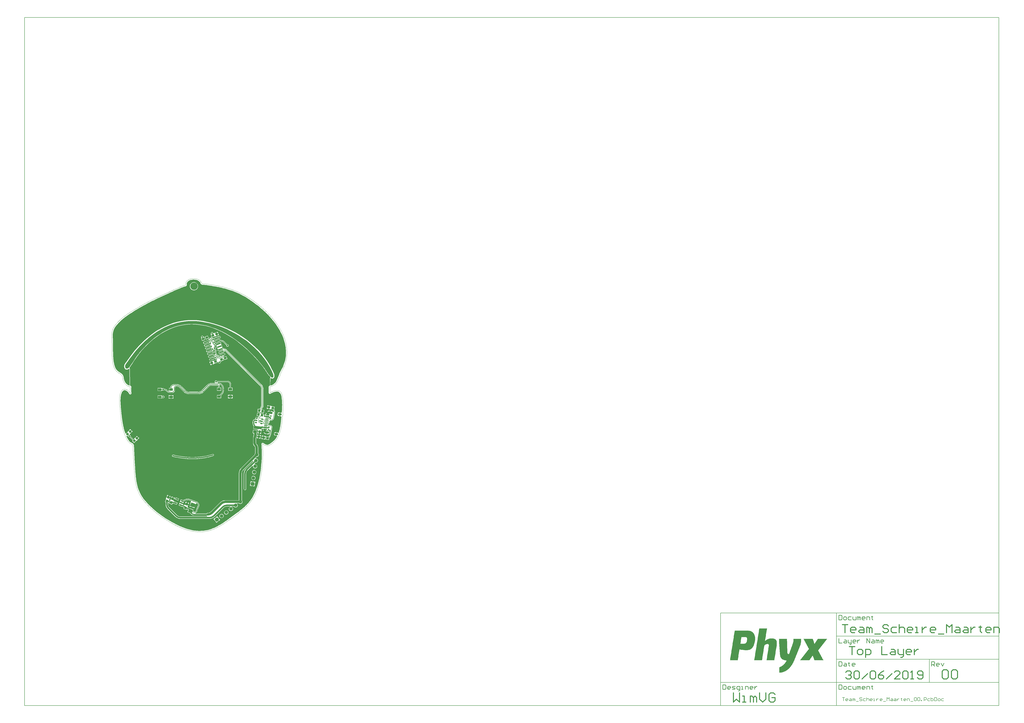
<source format=gtl>
G04*
G04 #@! TF.GenerationSoftware,Altium Limited,Altium Designer,18.1.11 (251)*
G04*
G04 Layer_Physical_Order=1*
G04 Layer_Color=3394611*
%FSLAX25Y25*%
%MOIN*%
G70*
G01*
G75*
%ADD10C,0.00394*%
%ADD11C,0.01181*%
%ADD12C,0.00984*%
%ADD13C,0.00787*%
%ADD15C,0.01575*%
G04:AMPARAMS|DCode=16|XSize=39.37mil|YSize=43.31mil|CornerRadius=0mil|HoleSize=0mil|Usage=FLASHONLY|Rotation=290.000|XOffset=0mil|YOffset=0mil|HoleType=Round|Shape=Rectangle|*
%AMROTATEDRECTD16*
4,1,4,-0.02708,0.01109,0.01362,0.02590,0.02708,-0.01109,-0.01362,-0.02590,-0.02708,0.01109,0.0*
%
%ADD16ROTATEDRECTD16*%

%ADD17R,0.05906X0.03937*%
%ADD18R,0.05906X0.03937*%
%ADD19R,0.05906X0.03937*%
%ADD20R,0.05906X0.03937*%
G04:AMPARAMS|DCode=21|XSize=35.43mil|YSize=39.37mil|CornerRadius=0mil|HoleSize=0mil|Usage=FLASHONLY|Rotation=315.000|XOffset=0mil|YOffset=0mil|HoleType=Round|Shape=Rectangle|*
%AMROTATEDRECTD21*
4,1,4,-0.02645,-0.00139,0.00139,0.02645,0.02645,0.00139,-0.00139,-0.02645,-0.02645,-0.00139,0.0*
%
%ADD21ROTATEDRECTD21*%

G04:AMPARAMS|DCode=22|XSize=39.37mil|YSize=43.31mil|CornerRadius=0mil|HoleSize=0mil|Usage=FLASHONLY|Rotation=170.000|XOffset=0mil|YOffset=0mil|HoleType=Round|Shape=Rectangle|*
%AMROTATEDRECTD22*
4,1,4,0.02315,0.01791,0.01563,-0.02474,-0.02315,-0.01791,-0.01563,0.02474,0.02315,0.01791,0.0*
%
%ADD22ROTATEDRECTD22*%

G04:AMPARAMS|DCode=23|XSize=23.62mil|YSize=86.61mil|CornerRadius=0mil|HoleSize=0mil|Usage=FLASHONLY|Rotation=110.000|XOffset=0mil|YOffset=0mil|HoleType=Round|Shape=Round|*
%AMOVALD23*
21,1,0.06299,0.02362,0.00000,0.00000,200.0*
1,1,0.02362,0.02960,0.01077*
1,1,0.02362,-0.02960,-0.01077*
%
%ADD23OVALD23*%

G04:AMPARAMS|DCode=24|XSize=21.65mil|YSize=31.5mil|CornerRadius=0mil|HoleSize=0mil|Usage=FLASHONLY|Rotation=260.000|XOffset=0mil|YOffset=0mil|HoleType=Round|Shape=Rectangle|*
%AMROTATEDRECTD24*
4,1,4,-0.01363,0.01340,0.01739,0.00793,0.01363,-0.01340,-0.01739,-0.00793,-0.01363,0.01340,0.0*
%
%ADD24ROTATEDRECTD24*%

G04:AMPARAMS|DCode=25|XSize=59.06mil|YSize=47.24mil|CornerRadius=0mil|HoleSize=0mil|Usage=FLASHONLY|Rotation=350.000|XOffset=0mil|YOffset=0mil|HoleType=Round|Shape=Rectangle|*
%AMROTATEDRECTD25*
4,1,4,-0.03318,-0.01814,-0.02498,0.02839,0.03318,0.01814,0.02498,-0.02839,-0.03318,-0.01814,0.0*
%
%ADD25ROTATEDRECTD25*%

G04:AMPARAMS|DCode=26|XSize=39.37mil|YSize=43.31mil|CornerRadius=0mil|HoleSize=0mil|Usage=FLASHONLY|Rotation=260.000|XOffset=0mil|YOffset=0mil|HoleType=Round|Shape=Rectangle|*
%AMROTATEDRECTD26*
4,1,4,-0.01791,0.02315,0.02474,0.01563,0.01791,-0.02315,-0.02474,-0.01563,-0.01791,0.02315,0.0*
%
%ADD26ROTATEDRECTD26*%

G04:AMPARAMS|DCode=27|XSize=39.37mil|YSize=43.31mil|CornerRadius=0mil|HoleSize=0mil|Usage=FLASHONLY|Rotation=160.000|XOffset=0mil|YOffset=0mil|HoleType=Round|Shape=Rectangle|*
%AMROTATEDRECTD27*
4,1,4,0.02590,0.01362,0.01109,-0.02708,-0.02590,-0.01362,-0.01109,0.02708,0.02590,0.01362,0.0*
%
%ADD27ROTATEDRECTD27*%

G04:AMPARAMS|DCode=28|XSize=70.87mil|YSize=62.99mil|CornerRadius=0mil|HoleSize=0mil|Usage=FLASHONLY|Rotation=160.000|XOffset=0mil|YOffset=0mil|HoleType=Round|Shape=Rectangle|*
%AMROTATEDRECTD28*
4,1,4,0.04407,0.01748,0.02252,-0.04172,-0.04407,-0.01748,-0.02252,0.04172,0.04407,0.01748,0.0*
%
%ADD28ROTATEDRECTD28*%

G04:AMPARAMS|DCode=29|XSize=23.62mil|YSize=45.28mil|CornerRadius=0mil|HoleSize=0mil|Usage=FLASHONLY|Rotation=250.000|XOffset=0mil|YOffset=0mil|HoleType=Round|Shape=Rectangle|*
%AMROTATEDRECTD29*
4,1,4,-0.01723,0.01884,0.02531,0.00336,0.01723,-0.01884,-0.02531,-0.00336,-0.01723,0.01884,0.0*
%
%ADD29ROTATEDRECTD29*%

G04:AMPARAMS|DCode=30|XSize=11.81mil|YSize=57.09mil|CornerRadius=0mil|HoleSize=0mil|Usage=FLASHONLY|Rotation=80.000|XOffset=0mil|YOffset=0mil|HoleType=Round|Shape=Rectangle|*
%AMROTATEDRECTD30*
4,1,4,0.02708,-0.01077,-0.02914,-0.00086,-0.02708,0.01077,0.02914,0.00086,0.02708,-0.01077,0.0*
%
%ADD30ROTATEDRECTD30*%

%ADD53C,0.01968*%
%ADD54C,0.02756*%
%ADD55C,0.03937*%
%ADD56C,0.05906*%
%ADD57P,0.08352X4X82.0*%
%ADD58P,0.08352X4X127.0*%
%ADD59C,0.02559*%
G04:AMPARAMS|DCode=60|XSize=39.37mil|YSize=62.99mil|CornerRadius=0mil|HoleSize=0mil|Usage=FLASHONLY|Rotation=80.000|XOffset=0mil|YOffset=0mil|HoleType=Round|Shape=Round|*
%AMOVALD60*
21,1,0.02362,0.03937,0.00000,0.00000,170.0*
1,1,0.03937,0.01163,-0.00205*
1,1,0.03937,-0.01163,0.00205*
%
%ADD60OVALD60*%

G04:AMPARAMS|DCode=61|XSize=39.37mil|YSize=82.68mil|CornerRadius=0mil|HoleSize=0mil|Usage=FLASHONLY|Rotation=80.000|XOffset=0mil|YOffset=0mil|HoleType=Round|Shape=Round|*
%AMOVALD61*
21,1,0.04331,0.03937,0.00000,0.00000,170.0*
1,1,0.03937,0.02133,-0.00376*
1,1,0.03937,-0.02133,0.00376*
%
%ADD61OVALD61*%

%ADD62C,0.12598*%
%ADD63C,0.02756*%
G36*
X-8159Y352490D02*
X-8155Y352492D01*
X-8150Y352490D01*
X-7712Y352483D01*
X-7691Y352491D01*
X-7671Y352483D01*
X-7172Y352462D01*
X-7169Y352463D01*
X-7165Y352461D01*
X-5461Y352410D01*
X742Y351846D01*
X6898Y350909D01*
X9323Y350389D01*
X9331Y350390D01*
X9338Y350386D01*
X9827Y350293D01*
X10288Y350201D01*
X10288Y350201D01*
X11449Y349970D01*
X17886Y348309D01*
X24219Y346291D01*
X26235Y345521D01*
X26250Y345522D01*
X26262Y345512D01*
X26728Y345357D01*
X27190Y345194D01*
X27190D01*
X27190Y345194D01*
X27714Y345008D01*
X34449Y342219D01*
X41028Y339081D01*
X42752Y338144D01*
X42757Y338144D01*
X42809Y338114D01*
X42816Y338113D01*
X42820Y338107D01*
X43256Y337868D01*
X43260Y337867D01*
X43263Y337864D01*
X43266Y337862D01*
X43267Y337862D01*
X43268Y337861D01*
X45953Y336446D01*
X52657Y332506D01*
X59172Y328261D01*
X65199Y323925D01*
X65555Y323616D01*
X65579Y323607D01*
X65592Y323586D01*
X68311Y321558D01*
X75087Y316056D01*
X80046Y311677D01*
X80061Y311671D01*
X80069Y311657D01*
X80075Y311652D01*
X80077Y311648D01*
X80409Y311346D01*
X80413Y311345D01*
X80415Y311342D01*
X82171Y309781D01*
X88819Y303389D01*
X93451Y298571D01*
X93451Y298571D01*
X93451Y298571D01*
X93777Y298233D01*
X93799Y298223D01*
X93802Y298214D01*
X94146Y297858D01*
X94982Y296990D01*
X101597Y289587D01*
X107932Y281942D01*
X110128Y279080D01*
X110133Y279077D01*
X110134Y279072D01*
X110371Y278774D01*
X110372Y278773D01*
X110430Y278700D01*
X111344Y277411D01*
X111610Y277003D01*
X111610Y277003D01*
X111610Y277002D01*
X112529Y275596D01*
X112530Y275595D01*
X112530Y275595D01*
X113953Y273393D01*
X113956Y273391D01*
X113956Y273387D01*
X115538Y270992D01*
X115539Y270991D01*
X115539Y270990D01*
X115579Y270963D01*
X116254Y269919D01*
X116271Y269907D01*
X116276Y269887D01*
X117242Y268575D01*
X117251Y268529D01*
X117509Y268143D01*
X117516Y268139D01*
X117517Y268131D01*
X117538Y268102D01*
X117554Y268091D01*
X117559Y268073D01*
X119013Y266229D01*
X119021Y266198D01*
X119442Y265630D01*
X119470Y265613D01*
X119482Y265582D01*
X120448Y264515D01*
X120448Y264515D01*
X120779Y264151D01*
X120944Y264072D01*
X121091Y263961D01*
X121197Y263933D01*
X121258Y263891D01*
X121290Y263842D01*
X121314Y263716D01*
X121430Y263537D01*
X121527Y263347D01*
X121903Y263026D01*
X121925Y262891D01*
X121648Y261690D01*
X121648Y261690D01*
X121638Y261685D01*
X121638Y261685D01*
X121568Y261606D01*
X121471Y261568D01*
X121412Y261431D01*
X121313Y261319D01*
X121319Y261214D01*
X121277Y261118D01*
X121113Y248932D01*
X120877Y248641D01*
X120221Y248098D01*
X119882Y247956D01*
X119865Y247938D01*
X119842Y247928D01*
X119589Y247661D01*
X119330Y247400D01*
X119321Y247377D01*
X119304Y247359D01*
X119194Y247072D01*
X119137Y246985D01*
X119114Y246872D01*
X119034Y246675D01*
X119034Y246651D01*
X119025Y246628D01*
X119012Y246554D01*
X119017Y246384D01*
X118984Y246217D01*
Y236411D01*
X119014Y236259D01*
X119008Y236105D01*
X119090Y235879D01*
X119137Y235643D01*
X119223Y235514D01*
X119276Y235369D01*
X119438Y235192D01*
X119572Y234992D01*
X119701Y234906D01*
X119805Y234792D01*
X120023Y234690D01*
X120223Y234557D01*
X120375Y234527D01*
X120515Y234461D01*
X120755Y234451D01*
X120991Y234404D01*
X121143Y234434D01*
X121298Y234428D01*
X121523Y234510D01*
X121759Y234557D01*
X121888Y234643D01*
X122033Y234696D01*
X122569Y235021D01*
X123665Y235629D01*
X124785Y236192D01*
X125927Y236711D01*
X126505Y236945D01*
X126798Y237064D01*
X127394Y237285D01*
X127996Y237489D01*
X128603Y237677D01*
X128909Y237762D01*
X128910Y237762D01*
X128911Y237762D01*
X129195Y237842D01*
X129769Y237981D01*
X130348Y238099D01*
X130930Y238197D01*
X131225Y238236D01*
X131226Y238236D01*
X131227Y238236D01*
X131491Y238271D01*
X132024Y238317D01*
X132558Y238339D01*
X133092Y238336D01*
X133359Y238322D01*
X133359Y238322D01*
X133359Y238322D01*
X133598Y238310D01*
X134074Y238257D01*
X134546Y238176D01*
X135012Y238068D01*
X135243Y238000D01*
X135453Y237937D01*
X135870Y237780D01*
X136274Y237594D01*
X136665Y237380D01*
X136849Y237261D01*
X137040Y237137D01*
X137409Y236855D01*
X137757Y236547D01*
X138081Y236213D01*
X138228Y236038D01*
X138403Y235827D01*
X138728Y235378D01*
X139023Y234908D01*
X139285Y234419D01*
X139400Y234167D01*
X139546Y233846D01*
X139804Y233187D01*
X140026Y232517D01*
X140213Y231835D01*
X140288Y231488D01*
X140290Y231484D01*
X140290Y231479D01*
X140471Y230662D01*
X140787Y229017D01*
X141053Y227364D01*
X141271Y225704D01*
X141356Y224871D01*
X141356Y224869D01*
X141356Y224866D01*
X141401Y224439D01*
X141480Y223585D01*
X141549Y222728D01*
X141608Y221871D01*
X141632Y221443D01*
X141632Y221443D01*
X141632Y221443D01*
X141657Y221010D01*
X141699Y220140D01*
X141732Y219272D01*
X141756Y218401D01*
X141769Y217711D01*
X141776Y217201D01*
X141781Y216691D01*
X141783Y216180D01*
Y215741D01*
X141782Y215375D01*
X141780Y215005D01*
X141776Y214640D01*
X141773Y214456D01*
X141773Y214456D01*
X141773Y214456D01*
X141768Y214016D01*
X141750Y213133D01*
X141727Y212252D01*
X141698Y211371D01*
X141681Y210930D01*
X141681Y210930D01*
X141681Y210930D01*
X141664Y210488D01*
X141625Y209611D01*
X141582Y208728D01*
X141535Y207848D01*
X141509Y207415D01*
X141279Y203906D01*
X141206Y202958D01*
X140864Y202655D01*
X139966Y202244D01*
X139541Y202378D01*
X138871Y202496D01*
X138351Y199548D01*
X137831Y196599D01*
X138502Y196481D01*
X139282Y196447D01*
X139504Y196496D01*
X139747Y196423D01*
X140496Y195794D01*
X140613Y195580D01*
X140507Y194341D01*
X140344Y192537D01*
X140172Y190734D01*
X140082Y189835D01*
X140035Y189378D01*
X139937Y188460D01*
X139834Y187542D01*
X139726Y186625D01*
X139670Y186167D01*
Y186167D01*
X139613Y185706D01*
X139494Y184787D01*
X139369Y183867D01*
X139237Y182950D01*
X139168Y182491D01*
X139168Y182491D01*
X139099Y182033D01*
X138954Y181118D01*
X138800Y180204D01*
X138639Y179292D01*
X138554Y178837D01*
Y178837D01*
X138554Y178836D01*
X138470Y178385D01*
X138292Y177480D01*
X138105Y176579D01*
X137908Y175679D01*
X137805Y175231D01*
X137805Y175231D01*
X137702Y174786D01*
X137487Y173901D01*
X137260Y173019D01*
X137182Y172728D01*
D01*
X137085Y172373D01*
X137022Y172139D01*
X136898Y171701D01*
X136897Y171701D01*
X136897Y171700D01*
X136774Y171268D01*
X136516Y170407D01*
X136244Y169550D01*
X136026Y168896D01*
X135959Y168697D01*
X135811Y168273D01*
X135811Y168273D01*
X135773Y168164D01*
X135202Y168047D01*
X135039Y168224D01*
X134380Y168644D01*
X133635Y168879D01*
X132964Y168997D01*
X132444Y166049D01*
X131924Y163100D01*
X132308Y163032D01*
D01*
X132595Y162982D01*
X133036Y162963D01*
X133337Y162449D01*
X133220Y162217D01*
X133017Y161835D01*
X133017Y161835D01*
D01*
X132819Y161464D01*
X132395Y160735D01*
X131945Y160023D01*
X131470Y159327D01*
X131219Y158988D01*
X131219Y158986D01*
X131217Y158985D01*
X131090Y158811D01*
X130829Y158468D01*
X130564Y158130D01*
X130292Y157794D01*
X130155Y157629D01*
X130155Y157629D01*
X130155Y157629D01*
X130015Y157462D01*
X129730Y157131D01*
X129441Y156804D01*
X129148Y156481D01*
X128849Y156160D01*
X128543Y155841D01*
X128234Y155527D01*
X127921Y155216D01*
X127763Y155062D01*
X127763Y155062D01*
X127763Y155062D01*
X127603Y154908D01*
X127280Y154602D01*
X126955Y154300D01*
X126625Y154001D01*
X126459Y153854D01*
X126459Y153853D01*
X126459Y153853D01*
X126292Y153706D01*
X125955Y153413D01*
X125616Y153124D01*
X125274Y152839D01*
X125100Y152697D01*
X125100Y152697D01*
X124928Y152556D01*
X124580Y152276D01*
X124230Y152000D01*
X123877Y151727D01*
X123699Y151592D01*
X123349Y151326D01*
X122640Y150804D01*
X121923Y150293D01*
X121199Y149792D01*
X120833Y149547D01*
X120820Y149535D01*
X120804Y149528D01*
X120507Y149321D01*
X119887Y148946D01*
X119245Y148610D01*
X118584Y148315D01*
X118255Y148192D01*
X118146Y148153D01*
X117897Y148077D01*
X117645Y148011D01*
X117390Y147957D01*
X117270Y147936D01*
X116942Y147885D01*
X116256Y147870D01*
X115575Y147949D01*
X114911Y148119D01*
X114594Y148248D01*
X114573Y148252D01*
X114556Y148263D01*
X114422Y148314D01*
X114157Y148424D01*
X113895Y148541D01*
X113637Y148665D01*
X113509Y148730D01*
X113509Y148730D01*
X113508Y148730D01*
X113359Y148807D01*
X113063Y148964D01*
X112769Y149127D01*
X112478Y149294D01*
X112334Y149381D01*
X112334Y149381D01*
X112333Y149381D01*
X112167Y149481D01*
X111838Y149681D01*
X111508Y149886D01*
X111181Y150093D01*
X111022Y150196D01*
X109872Y150944D01*
X109639Y151037D01*
X109420Y151163D01*
X109278Y151181D01*
X109145Y151234D01*
X108893Y151231D01*
X108644Y151264D01*
X108505Y151226D01*
X108362Y151225D01*
X108131Y151126D01*
X107888Y151060D01*
X107774Y150973D01*
X107642Y150916D01*
X107466Y150736D01*
X107267Y150582D01*
X107195Y150458D01*
X107095Y150356D01*
X107002Y150122D01*
X106876Y149904D01*
X106858Y149761D01*
X106805Y149628D01*
X106808Y149377D01*
X106775Y149127D01*
X106908Y147143D01*
X107108Y143168D01*
X107241Y139191D01*
X107307Y135212D01*
Y131378D01*
X107250Y127687D01*
X107136Y123999D01*
X106964Y120311D01*
X106850Y118470D01*
X106726Y116519D01*
X106401Y112619D01*
X106001Y108725D01*
X105525Y104841D01*
X105248Y102903D01*
X105248Y102903D01*
X105248Y102903D01*
X104974Y100979D01*
X104341Y97144D01*
X103621Y93323D01*
X102816Y89521D01*
X102371Y87629D01*
X102371Y87629D01*
X102371Y87628D01*
X101932Y85760D01*
X100957Y82047D01*
X99886Y78361D01*
X98720Y74704D01*
X98090Y72891D01*
X98089Y72886D01*
X98086Y72882D01*
X97362Y70764D01*
X95655Y66627D01*
X93694Y62604D01*
X91489Y58710D01*
X90271Y56839D01*
X89520Y55700D01*
X87925Y53476D01*
X86244Y51315D01*
X84479Y49223D01*
X83555Y48210D01*
X83555Y48209D01*
X83553Y48208D01*
X83092Y47701D01*
X82152Y46702D01*
X81196Y45718D01*
X80224Y44750D01*
X79730Y44274D01*
X79226Y43788D01*
X78204Y42828D01*
X77169Y41883D01*
X76123Y40952D01*
X75593Y40493D01*
X75046Y40019D01*
X73942Y39083D01*
X72829Y38158D01*
X71706Y37244D01*
X71140Y36793D01*
X71140Y36793D01*
X71140Y36793D01*
X70550Y36323D01*
X69365Y35392D01*
X68173Y34469D01*
X66973Y33553D01*
X66376Y33104D01*
X61276Y29336D01*
X51320Y22032D01*
X50696Y21577D01*
X49438Y20670D01*
X48173Y19767D01*
X46906Y18872D01*
X46269Y18426D01*
X45635Y17982D01*
X44360Y17106D01*
X43077Y16240D01*
X41787Y15384D01*
X41139Y14962D01*
X41139Y14961D01*
X41139Y14961D01*
X40495Y14542D01*
X39199Y13717D01*
X37893Y12908D01*
X36577Y12113D01*
X35914Y11724D01*
X35914Y11724D01*
X35914Y11724D01*
X35258Y11338D01*
X33935Y10587D01*
X32601Y9855D01*
X31256Y9143D01*
X29905Y8455D01*
X28550Y7795D01*
X27182Y7162D01*
X25803Y6553D01*
X25108Y6262D01*
X24418Y5973D01*
X23024Y5426D01*
X21619Y4910D01*
X20203Y4426D01*
X19489Y4200D01*
X18776Y3973D01*
X18116Y3783D01*
X17338Y3558D01*
X15890Y3179D01*
X14432Y2838D01*
X13698Y2686D01*
X12956Y2533D01*
X11466Y2269D01*
X9968Y2048D01*
X8466Y1869D01*
X7715Y1802D01*
X5600Y1619D01*
X1348Y1526D01*
X-2902Y1707D01*
X-7130Y2161D01*
X-9225Y2524D01*
X-9227Y2524D01*
X-9228Y2524D01*
X-10618Y2763D01*
X-13377Y3334D01*
X-16116Y4000D01*
X-18830Y4761D01*
X-20173Y5187D01*
X-20175Y5187D01*
X-20176Y5189D01*
X-20854Y5402D01*
X-22200Y5849D01*
X-23542Y6315D01*
X-24876Y6801D01*
X-26208Y7307D01*
X-27536Y7831D01*
X-28857Y8372D01*
X-30172Y8930D01*
X-30827Y9217D01*
X-30827Y9217D01*
X-31484Y9506D01*
X-32792Y10097D01*
X-34094Y10703D01*
X-35390Y11323D01*
X-36034Y11640D01*
X-36034Y11640D01*
X-36034Y11640D01*
X-36680Y11958D01*
X-37969Y12606D01*
X-39250Y13266D01*
X-40524Y13937D01*
X-41159Y14278D01*
X-41159Y14278D01*
X-41794Y14620D01*
X-43060Y15314D01*
X-44319Y16017D01*
X-45574Y16729D01*
X-46199Y17090D01*
X-46200Y17091D01*
X-46202Y17092D01*
X-48242Y18267D01*
X-52268Y20707D01*
X-56240Y23235D01*
X-60154Y25851D01*
X-62081Y27202D01*
X-63377Y28111D01*
X-65935Y29976D01*
X-68459Y31887D01*
X-70948Y33842D01*
X-72175Y34842D01*
X-72175Y34842D01*
X-72176Y34842D01*
X-73399Y35838D01*
X-75802Y37882D01*
X-78162Y39976D01*
X-80477Y42118D01*
X-81612Y43214D01*
X-81612Y43214D01*
X-81612Y43214D01*
X-82737Y44300D01*
X-84932Y46525D01*
X-87071Y48805D01*
X-89154Y51136D01*
X-90166Y52326D01*
X-90667Y52917D01*
X-91653Y54113D01*
X-92623Y55322D01*
X-93575Y56545D01*
X-94041Y57160D01*
X-95369Y58932D01*
X-97739Y62685D01*
X-99801Y66616D01*
X-101542Y70700D01*
X-102246Y72803D01*
X-102249Y72809D01*
X-102250Y72816D01*
X-102487Y73508D01*
X-102931Y74901D01*
X-103348Y76303D01*
X-103736Y77714D01*
X-103915Y78423D01*
X-104096Y79138D01*
X-104435Y80575D01*
X-104750Y82016D01*
X-105041Y83462D01*
X-105175Y84190D01*
X-105175Y84190D01*
X-105310Y84924D01*
X-105561Y86395D01*
X-105794Y87869D01*
X-106007Y89346D01*
X-106105Y90085D01*
X-106105Y90085D01*
Y90085D01*
X-106203Y90833D01*
X-106387Y92332D01*
X-106556Y93832D01*
X-106713Y95333D01*
X-106784Y96085D01*
X-106784Y96085D01*
X-106784Y96086D01*
X-106856Y96844D01*
X-106991Y98364D01*
X-107118Y99882D01*
X-107236Y101401D01*
X-107291Y102156D01*
X-107707Y108291D01*
X-108112Y114418D01*
X-108114Y114423D01*
X-108113Y114427D01*
X-108365Y117993D01*
X-108794Y125130D01*
X-109149Y132271D01*
X-109429Y139416D01*
X-109532Y142990D01*
X-109583Y144778D01*
X-109584Y144784D01*
X-109583Y144791D01*
X-109586Y144878D01*
X-109587Y144883D01*
X-109587Y144888D01*
X-109593Y145060D01*
X-109595Y145067D01*
X-109594Y145074D01*
X-109602Y145246D01*
X-109604Y145253D01*
X-109603Y145260D01*
X-109612Y145432D01*
X-109613Y145437D01*
X-109613Y145442D01*
X-109618Y145532D01*
X-109619Y145537D01*
X-109619Y145542D01*
X-109623Y145615D01*
X-109626Y145624D01*
X-109625Y145634D01*
X-109635Y145780D01*
X-109639Y145792D01*
X-109637Y145806D01*
X-109650Y145951D01*
X-109654Y145964D01*
X-109652Y145978D01*
X-109667Y146123D01*
X-109670Y146133D01*
X-109669Y146143D01*
X-109678Y146219D01*
X-109680Y146228D01*
X-109680Y146237D01*
X-109687Y146299D01*
X-109692Y146315D01*
X-109691Y146331D01*
X-109708Y146456D01*
X-109715Y146476D01*
X-109714Y146498D01*
X-109734Y146622D01*
X-109741Y146642D01*
X-109741Y146664D01*
X-109763Y146788D01*
X-109769Y146803D01*
X-109769Y146820D01*
X-109781Y146883D01*
X-109786Y146896D01*
X-109786Y146910D01*
X-109798Y146965D01*
X-109807Y146985D01*
X-109807Y147007D01*
X-109833Y147117D01*
X-109845Y147144D01*
X-109846Y147173D01*
X-109875Y147282D01*
X-109888Y147308D01*
X-109890Y147337D01*
X-109922Y147446D01*
X-109932Y147465D01*
X-109935Y147487D01*
X-109951Y147540D01*
X-109965Y147564D01*
X-109969Y147592D01*
X-110005Y147696D01*
X-110030Y147738D01*
X-110038Y147786D01*
X-110121Y147991D01*
X-110156Y148045D01*
X-110172Y148108D01*
X-110267Y148307D01*
X-110306Y148359D01*
X-110326Y148421D01*
X-110433Y148614D01*
X-110465Y148651D01*
X-110482Y148697D01*
X-110542Y148793D01*
X-110555Y148806D01*
X-110562Y148823D01*
X-110596Y148876D01*
X-110608Y148889D01*
X-110615Y148905D01*
X-110685Y149009D01*
X-110702Y149026D01*
X-110712Y149047D01*
X-110784Y149149D01*
X-110801Y149166D01*
X-110811Y149187D01*
X-110886Y149287D01*
X-110899Y149300D01*
X-110907Y149316D01*
X-110947Y149367D01*
X-110954Y149373D01*
X-110958Y149382D01*
X-111003Y149439D01*
X-111012Y149447D01*
X-111018Y149458D01*
X-111109Y149571D01*
X-111121Y149581D01*
X-111129Y149595D01*
X-111222Y149707D01*
X-111235Y149717D01*
X-111242Y149731D01*
X-111337Y149841D01*
X-111346Y149849D01*
X-111353Y149859D01*
X-111400Y149914D01*
X-111448Y149950D01*
X-111481Y150000D01*
X-111550Y150070D01*
X-111595Y150100D01*
X-111627Y150144D01*
X-111773Y150277D01*
X-111835Y150314D01*
X-111882Y150369D01*
X-112037Y150491D01*
X-112101Y150524D01*
X-112152Y150575D01*
X-112315Y150686D01*
X-112365Y150707D01*
X-112405Y150743D01*
X-112495Y150798D01*
X-112546Y150829D01*
X-112557Y150833D01*
X-112566Y150841D01*
X-112671Y150903D01*
X-112687Y150908D01*
X-112700Y150919D01*
X-112806Y150979D01*
X-112822Y150984D01*
X-112834Y150995D01*
X-112941Y151054D01*
X-112953Y151057D01*
X-112963Y151065D01*
X-113019Y151095D01*
X-113024Y151096D01*
X-113029Y151100D01*
X-113088Y151131D01*
X-113095Y151133D01*
X-113100Y151137D01*
X-113219Y151198D01*
X-113228Y151201D01*
X-113235Y151207D01*
X-113354Y151266D01*
X-113363Y151269D01*
X-113371Y151275D01*
X-113490Y151333D01*
X-113497Y151335D01*
X-113503Y151339D01*
X-113564Y151369D01*
X-113574Y151371D01*
X-113582Y151377D01*
X-114092Y151617D01*
X-114098Y151619D01*
X-114103Y151622D01*
X-114623Y151863D01*
X-114680Y151889D01*
X-114800Y151946D01*
X-114919Y152003D01*
X-115036Y152059D01*
X-115096Y152089D01*
X-115096Y152089D01*
X-115097Y152089D01*
X-115148Y152114D01*
X-115253Y152167D01*
X-115355Y152220D01*
X-115457Y152274D01*
X-115508Y152302D01*
X-115509Y152302D01*
X-115509Y152303D01*
X-115550Y152324D01*
X-115630Y152370D01*
X-115710Y152418D01*
X-115789Y152466D01*
X-115827Y152491D01*
X-115829Y152492D01*
X-115831Y152493D01*
X-115856Y152509D01*
X-115905Y152543D01*
X-115944Y152572D01*
X-116031Y152640D01*
X-116199Y152782D01*
X-116571Y153121D01*
X-116929Y153473D01*
X-117274Y153839D01*
X-117439Y154027D01*
X-117441Y154029D01*
X-117442Y154031D01*
X-117528Y154129D01*
X-117698Y154328D01*
X-117863Y154528D01*
X-118026Y154732D01*
X-118106Y154835D01*
X-118106Y154835D01*
X-118187Y154940D01*
X-118348Y155152D01*
X-118506Y155368D01*
X-118660Y155585D01*
X-118736Y155694D01*
X-118736Y155694D01*
X-118736Y155694D01*
X-118814Y155806D01*
X-118966Y156031D01*
X-119116Y156257D01*
X-119263Y156486D01*
X-119335Y156601D01*
X-119409Y156717D01*
X-119553Y156952D01*
X-119696Y157188D01*
X-119836Y157425D01*
X-119906Y157547D01*
X-119906Y157547D01*
X-119975Y157667D01*
X-120113Y157909D01*
X-120249Y158153D01*
X-120382Y158397D01*
X-120515Y158642D01*
X-120645Y158888D01*
X-120774Y159136D01*
X-120902Y159384D01*
X-120966Y159511D01*
X-120966Y159511D01*
X-120966Y159511D01*
X-121030Y159637D01*
X-121155Y159885D01*
X-121279Y160136D01*
X-121402Y160385D01*
X-121462Y160510D01*
X-121942Y161513D01*
X-122403Y162514D01*
X-122480Y162695D01*
X-121482Y163368D01*
X-120712Y162597D01*
X-120494Y162815D01*
X-119271Y162367D01*
X-119218Y162101D01*
X-118783Y161449D01*
X-118132Y161014D01*
X-117364Y160862D01*
X-116992Y160935D01*
X-111610Y155553D01*
X-112638Y154524D01*
X-109298Y151183D01*
X-105968Y154513D01*
X-105848Y154633D01*
X-104844Y155059D01*
X-104674Y155228D01*
X-103098Y156804D01*
X-105058Y158764D01*
X-107018Y160724D01*
X-108594Y159148D01*
X-108763Y158978D01*
X-109189Y157974D01*
X-110048Y157114D01*
X-115431Y162497D01*
X-115357Y162869D01*
X-115510Y163637D01*
X-115945Y164288D01*
X-116596Y164723D01*
X-116863Y164776D01*
X-117310Y165999D01*
X-117262Y166047D01*
X-116258Y166472D01*
X-116088Y166642D01*
X-114512Y168218D01*
X-116472Y170178D01*
X-118432Y172138D01*
X-120008Y170562D01*
X-120177Y170392D01*
X-120603Y169387D01*
X-122973Y167018D01*
X-124326Y167335D01*
X-124830Y168760D01*
X-125171Y169823D01*
X-125172Y169825D01*
X-125172Y169827D01*
X-125346Y170367D01*
X-125681Y171452D01*
X-126003Y172540D01*
X-126311Y173633D01*
X-126458Y174181D01*
X-126458Y174181D01*
Y174181D01*
X-126607Y174735D01*
X-126892Y175843D01*
X-127165Y176955D01*
X-127427Y178070D01*
X-127552Y178630D01*
X-127552Y178630D01*
Y178630D01*
X-127678Y179193D01*
X-127918Y180320D01*
X-128149Y181450D01*
X-128369Y182581D01*
X-128475Y183151D01*
X-128475Y183151D01*
X-128580Y183719D01*
X-128783Y184859D01*
X-128976Y186000D01*
X-129161Y187141D01*
X-129249Y187714D01*
X-129249Y187714D01*
Y187714D01*
X-129338Y188286D01*
X-129507Y189432D01*
X-129669Y190577D01*
X-129824Y191725D01*
X-129972Y192870D01*
X-130114Y194015D01*
X-130250Y195162D01*
X-130381Y196307D01*
X-130443Y196876D01*
X-130909Y201436D01*
X-131316Y205939D01*
X-131319Y205946D01*
X-131318Y205954D01*
X-131931Y212178D01*
X-131973Y212611D01*
X-132054Y213477D01*
X-132131Y214344D01*
X-132204Y215213D01*
X-132239Y215645D01*
X-132239Y215645D01*
X-132239Y215645D01*
X-132275Y216094D01*
X-132340Y216991D01*
X-132398Y217888D01*
X-132450Y218786D01*
X-132472Y219235D01*
X-132472Y219235D01*
X-132472Y219235D01*
X-132495Y219688D01*
X-132530Y220593D01*
X-132556Y221499D01*
X-132572Y222405D01*
X-132575Y222859D01*
X-132575Y222859D01*
X-132575Y222860D01*
X-132578Y223305D01*
X-132570Y224198D01*
X-132549Y225089D01*
X-132515Y225981D01*
X-132491Y226426D01*
X-132492Y226427D01*
X-132491Y226427D01*
X-132469Y226856D01*
X-132406Y227712D01*
X-132326Y228566D01*
X-132228Y229420D01*
X-132171Y229845D01*
X-132171Y229845D01*
X-132171Y229846D01*
X-132117Y230246D01*
X-131988Y231044D01*
X-131837Y231837D01*
X-131664Y232626D01*
X-131567Y233018D01*
X-131567Y233019D01*
X-131567Y233020D01*
X-131478Y233382D01*
X-131273Y234099D01*
X-131042Y234807D01*
X-130785Y235507D01*
X-130644Y235852D01*
X-130644Y235852D01*
X-130644Y235853D01*
X-130515Y236168D01*
X-130228Y236785D01*
X-129911Y237387D01*
X-129566Y237974D01*
X-129380Y238259D01*
X-129370Y238283D01*
X-129352Y238302D01*
X-129152Y238625D01*
X-128664Y239206D01*
X-128096Y239710D01*
X-127462Y240128D01*
X-127142Y240277D01*
X-126886Y240387D01*
X-126288Y240546D01*
X-125674Y240616D01*
X-125056Y240597D01*
X-124751Y240542D01*
X-124741Y240542D01*
X-124731Y240539D01*
X-124555Y240509D01*
X-124208Y240430D01*
X-123865Y240333D01*
X-123529Y240216D01*
X-123364Y240149D01*
X-123363Y240148D01*
X-123362Y240148D01*
X-123179Y240073D01*
X-122820Y239907D01*
X-122469Y239724D01*
X-122126Y239526D01*
X-121960Y239419D01*
X-121959Y239419D01*
X-121958Y239418D01*
X-121779Y239303D01*
X-121431Y239060D01*
X-121092Y238803D01*
X-120763Y238533D01*
X-120605Y238392D01*
X-120602Y238390D01*
X-120599Y238387D01*
X-120159Y237998D01*
X-119360Y237134D01*
X-118652Y236194D01*
X-118042Y235187D01*
X-117790Y234656D01*
X-117586Y234383D01*
X-117396Y234100D01*
X-117353Y234070D01*
X-117322Y234028D01*
X-117029Y233854D01*
X-116745Y233664D01*
X-116694Y233654D01*
X-116649Y233627D01*
X-116312Y233578D01*
X-115977Y233512D01*
X-115926Y233522D01*
X-115874Y233514D01*
X-115543Y233598D01*
X-115209Y233664D01*
X-115166Y233694D01*
X-115115Y233706D01*
X-114841Y233910D01*
X-114558Y234100D01*
X-114529Y234143D01*
X-114487Y234174D01*
X-114312Y234467D01*
X-114123Y234751D01*
X-114113Y234802D01*
X-114086Y234847D01*
X-114037Y235184D01*
X-113970Y235519D01*
Y236199D01*
X-114032Y236512D01*
X-114071Y236828D01*
X-114104Y236929D01*
X-114163Y237132D01*
X-114215Y237338D01*
X-114258Y237546D01*
X-114276Y237652D01*
X-114277Y237653D01*
X-114277Y237655D01*
X-114299Y237787D01*
X-114339Y238053D01*
X-114371Y238319D01*
X-114397Y238586D01*
X-114406Y238720D01*
X-114406Y238721D01*
X-114406Y238722D01*
X-114417Y238874D01*
X-114434Y239179D01*
X-114446Y239483D01*
X-114452Y239789D01*
X-114453Y239941D01*
X-114453Y239942D01*
X-114453Y239942D01*
X-114454Y240107D01*
X-114453Y240433D01*
X-114448Y240762D01*
X-114440Y241089D01*
X-114435Y241253D01*
X-114435Y241254D01*
X-114435Y241254D01*
X-114429Y241424D01*
X-114416Y241761D01*
X-114400Y242098D01*
X-114383Y242437D01*
X-114374Y242604D01*
X-114297Y243955D01*
X-114297Y243955D01*
X-114288Y244112D01*
X-114288Y244116D01*
X-114288Y244119D01*
X-114271Y244434D01*
X-114271Y244439D01*
X-114270Y244443D01*
X-114254Y244759D01*
X-114255Y244763D01*
X-114254Y244768D01*
X-114240Y245083D01*
X-114240Y245086D01*
X-114240Y245090D01*
X-114233Y245252D01*
X-114233Y245254D01*
X-114233Y245257D01*
X-114228Y245375D01*
X-114229Y245382D01*
X-114227Y245390D01*
X-114220Y245626D01*
X-114222Y245636D01*
X-114220Y245645D01*
X-114214Y245881D01*
X-114216Y245891D01*
X-114214Y245901D01*
X-114211Y246137D01*
X-114213Y246145D01*
X-114211Y246152D01*
X-114211Y246270D01*
X-114264Y246546D01*
X-114286Y246826D01*
X-114338Y246927D01*
X-114360Y247039D01*
X-114515Y247273D01*
X-114643Y247523D01*
X-114729Y247597D01*
X-114792Y247692D01*
X-115025Y247849D01*
X-115238Y248031D01*
X-115347Y248066D01*
X-115441Y248130D01*
X-115874Y248495D01*
X-116311Y248949D01*
X-116590Y277153D01*
X-116633Y277255D01*
X-116628Y277365D01*
X-116628Y277365D01*
X-116725Y277471D01*
X-116781Y277603D01*
X-116884Y277644D01*
X-116945Y277711D01*
X-116960Y277730D01*
X-117154Y278109D01*
X-117271Y278924D01*
X-117250Y279066D01*
X-116684Y279757D01*
X-116673Y279792D01*
X-116643Y279812D01*
X-116491Y280045D01*
X-116491Y280045D01*
X-116403Y280103D01*
X-116123Y280516D01*
X-116123Y280516D01*
X-116123Y280516D01*
X-114450Y282988D01*
X-114450Y282990D01*
X-114448Y282991D01*
X-112522Y285875D01*
X-112522Y285876D01*
X-112521Y285876D01*
X-110606Y288754D01*
X-110606Y288755D01*
X-110606Y288755D01*
X-108686Y291622D01*
X-108686Y291622D01*
X-108686Y291623D01*
X-106747Y294473D01*
X-106746Y294474D01*
X-106746Y294474D01*
X-104772Y297302D01*
X-104770Y297313D01*
X-104736Y297334D01*
X-102740Y300109D01*
X-102725Y300169D01*
X-102506Y300480D01*
X-102485Y300507D01*
X-102485Y300507D01*
X-102485Y300507D01*
X-100954Y302469D01*
X-100953Y302474D01*
X-100948Y302476D01*
X-100647Y302875D01*
X-100646Y302876D01*
X-100646Y302876D01*
X-100347Y303274D01*
X-99501Y304398D01*
X-96227Y308275D01*
X-96172Y308311D01*
X-96123Y308384D01*
X-96045Y308423D01*
X-93680Y311141D01*
X-90223Y314761D01*
X-89903Y315097D01*
X-89890Y315130D01*
X-89872Y315137D01*
X-89539Y315478D01*
X-89537Y315483D01*
X-89533Y315484D01*
X-88262Y316819D01*
X-82786Y322033D01*
X-77061Y326972D01*
X-76068Y327746D01*
X-76067Y327749D01*
X-76064Y327750D01*
X-76040Y327794D01*
X-70801Y331814D01*
X-65193Y335667D01*
X-60680Y338433D01*
X-60662Y338457D01*
X-55755Y341225D01*
X-49851Y344099D01*
X-44098Y346482D01*
X-44062Y346475D01*
X-44005Y346487D01*
X-43977Y346505D01*
X-43959Y346505D01*
X-43947Y346517D01*
X-43905Y346515D01*
X-40633Y347747D01*
X-34907Y349484D01*
X-29081Y350842D01*
X-23178Y351817D01*
X-17223Y352403D01*
X-16597Y352424D01*
X-16597Y352424D01*
X-11280Y352584D01*
X-8159Y352490D01*
D02*
G37*
G36*
X-4242Y357992D02*
X2124Y357413D01*
X8243Y356482D01*
X8733Y356377D01*
X8733Y356377D01*
X9568Y356241D01*
X17294Y354611D01*
X24938Y352626D01*
X32480Y350290D01*
X39908Y347609D01*
X47203Y344587D01*
X54351Y341231D01*
X61337Y337549D01*
X68145Y333548D01*
X74760Y329238D01*
X81170Y324626D01*
X87360Y319723D01*
X93317Y314539D01*
X97605Y310445D01*
X97605Y310445D01*
Y310445D01*
X97982Y310118D01*
X102927Y304907D01*
X107617Y299416D01*
X112013Y293687D01*
X115795Y288183D01*
X115788Y288147D01*
X115788Y288147D01*
X116933Y286434D01*
X120452Y280468D01*
X122908Y275714D01*
X122911Y275716D01*
X122935Y275706D01*
X124229Y273254D01*
X124225Y273242D01*
X124225Y273242D01*
X124483Y272781D01*
X125041Y271571D01*
X125036Y271568D01*
X125035Y271568D01*
X125671Y270223D01*
X125846Y269755D01*
X125846Y269755D01*
X126375Y268478D01*
X126539Y267908D01*
X126539Y267908D01*
X126686Y267432D01*
X126996Y266138D01*
X127053Y265653D01*
X127110Y265068D01*
X127117Y264599D01*
X127115Y264580D01*
X127115Y264580D01*
X127054Y264100D01*
X127022Y263851D01*
X126848Y263389D01*
X126848D01*
X126609Y262985D01*
X126421Y262704D01*
X125658Y262194D01*
X125096Y262083D01*
X125096Y262083D01*
Y262083D01*
X124610Y262121D01*
X124271Y262165D01*
X123561Y262460D01*
X123220Y262721D01*
X122850Y263057D01*
X122850Y263057D01*
X122850Y263057D01*
X121942Y263832D01*
X121896Y264083D01*
X121725Y264346D01*
X121467Y264524D01*
X121467Y264524D01*
X121252Y264580D01*
X120922Y264945D01*
X119955Y266011D01*
X119534Y266579D01*
X119544Y266588D01*
X118061Y268469D01*
X118040Y268498D01*
X117783Y268884D01*
X117799Y268896D01*
X116791Y270266D01*
X116097Y271339D01*
X116097D01*
X116071Y271344D01*
X114490Y273740D01*
X113066Y275942D01*
X113065Y275943D01*
X113064Y275945D01*
X112145Y277352D01*
X111873Y277771D01*
Y277771D01*
X110943Y279082D01*
X110943Y279082D01*
X110873Y279170D01*
X110871Y279172D01*
X110635Y279469D01*
X108431Y282341D01*
X102082Y290004D01*
X95451Y297425D01*
X94606Y298301D01*
X94263Y298658D01*
X94242Y298673D01*
X94242Y298673D01*
X94237Y298676D01*
X93912Y299014D01*
X89271Y303841D01*
X82604Y310251D01*
X80839Y311820D01*
X80507Y312121D01*
X80501Y312130D01*
X80469Y312156D01*
X80469Y312156D01*
X75500Y316544D01*
X68704Y322063D01*
X65974Y324098D01*
X65596Y324427D01*
X65596Y324427D01*
X59533Y328789D01*
X52994Y333050D01*
X46264Y337004D01*
X43567Y338426D01*
X43564Y338428D01*
X43128Y338667D01*
X43063Y338705D01*
X43057Y338706D01*
X41318Y339650D01*
X34709Y342803D01*
X27943Y345605D01*
X27404Y345796D01*
X26936Y345962D01*
X26463Y346118D01*
X24431Y346894D01*
X18063Y348924D01*
X11592Y350593D01*
X10413Y350828D01*
X9949Y350920D01*
X9458Y351014D01*
X7014Y351538D01*
X819Y352481D01*
X-5422Y353048D01*
X-7146Y353100D01*
X-7645Y353121D01*
X-7676Y353127D01*
X-7702Y353122D01*
X-8140Y353129D01*
X-11280Y353224D01*
X-16616Y353063D01*
X-16616Y353063D01*
X-17265Y353041D01*
X-23261Y352451D01*
X-29205Y351469D01*
X-35073Y350101D01*
X-40838Y348352D01*
X-44130Y347114D01*
X-44187Y347102D01*
X-44199Y347133D01*
X-50114Y344683D01*
X-56052Y341791D01*
X-61020Y338989D01*
X-61014Y338978D01*
X-65542Y336204D01*
X-71177Y332331D01*
X-76458Y328278D01*
Y328278D01*
X-76461Y328250D01*
X-77466Y327466D01*
X-83215Y322507D01*
X-88714Y317271D01*
X-89996Y315925D01*
X-90329Y315584D01*
X-90339Y315578D01*
X-90345Y315568D01*
X-90365Y315538D01*
X-90685Y315203D01*
X-94153Y311572D01*
X-96527Y308843D01*
X-96658Y308756D01*
X-96694Y308713D01*
X-96694Y308713D01*
X-100001Y304796D01*
X-100857Y303658D01*
X-101156Y303261D01*
X-101458Y302862D01*
X-102989Y300900D01*
X-103019Y300861D01*
X-103277Y300496D01*
X-103258Y300482D01*
X-105254Y297708D01*
X-105297Y297667D01*
X-107270Y294840D01*
X-107272Y294836D01*
X-107275Y294832D01*
X-109214Y291982D01*
X-109215Y291980D01*
X-109217Y291977D01*
X-111137Y289110D01*
X-111137Y289109D01*
X-111138Y289108D01*
X-113053Y286230D01*
X-114979Y283346D01*
X-116652Y280874D01*
X-116932Y280462D01*
X-117026Y280395D01*
X-117178Y280162D01*
X-117903Y279278D01*
X-119124Y278276D01*
X-120129Y277739D01*
X-120133Y277740D01*
X-120133Y277740D01*
X-120133Y277740D01*
X-120787Y277469D01*
X-121268Y277352D01*
X-121801Y277282D01*
X-122289Y277288D01*
X-122289D01*
X-122752Y277381D01*
X-123105Y277495D01*
X-123720Y277905D01*
X-124139Y278532D01*
X-124304Y278949D01*
X-124307Y278963D01*
X-124307Y278963D01*
X-124469Y279436D01*
X-124547Y280023D01*
X-124596Y280512D01*
X-124596Y280512D01*
X-124647Y281164D01*
X-124570Y282152D01*
X-124520Y282630D01*
D01*
X-124441Y283123D01*
X-124106Y283930D01*
X-123914Y284295D01*
X-123657Y284723D01*
X-123657D01*
X-123657Y284723D01*
X-123397Y285149D01*
X-123128Y285551D01*
X-122845Y285961D01*
X-122533Y286400D01*
X-122234Y286798D01*
X-121896Y287239D01*
X-121896Y287239D01*
X-121896Y287239D01*
X-121902Y287287D01*
X-121284Y288079D01*
X-120676Y288853D01*
X-120645Y288914D01*
X-120433Y289191D01*
X-120115Y289562D01*
X-120115Y289562D01*
X-119825Y289964D01*
X-119631Y290203D01*
X-119631Y290203D01*
X-117803Y292938D01*
X-112504Y300166D01*
X-107085Y306918D01*
X-106819Y307234D01*
X-106807Y307242D01*
X-106763Y307300D01*
X-106763Y307300D01*
X-101494Y313355D01*
X-95749Y319372D01*
X-89732Y325117D01*
X-87847Y326757D01*
Y326757D01*
X-87847Y326760D01*
X-83765Y330281D01*
X-78004Y334777D01*
X-77591Y335059D01*
Y335059D01*
X-77591Y335059D01*
X-76844Y335632D01*
X-71058Y339609D01*
X-67204Y341971D01*
X-66776Y342228D01*
X-66349Y342479D01*
X-63191Y344342D01*
X-57414Y347327D01*
X-51478Y349983D01*
X-45403Y352302D01*
X-43614Y352872D01*
X-43615Y352876D01*
X-42118Y353393D01*
X-35959Y355109D01*
X-29709Y356451D01*
X-23389Y357413D01*
X-17022Y357992D01*
X-10632Y358185D01*
X-4242Y357992D01*
D02*
G37*
G36*
X-7783Y428587D02*
X-7772Y428589D01*
X-7761Y428586D01*
X-7277Y428573D01*
X-6313Y428493D01*
X-5355Y428362D01*
X-4405Y428180D01*
X-3936Y428064D01*
X-3932Y428064D01*
X-3929Y428062D01*
X-3495Y427956D01*
X-2644Y427688D01*
X-1811Y427364D01*
X-1002Y426986D01*
X-611Y426771D01*
X-569Y426757D01*
X-533Y426730D01*
X-196Y426563D01*
X439Y426161D01*
X1029Y425694D01*
X1566Y425167D01*
X2045Y424586D01*
X2460Y423959D01*
X2806Y423291D01*
X3081Y422591D01*
X3180Y422228D01*
X3264Y422060D01*
X3312Y421879D01*
X3438Y421713D01*
X3531Y421528D01*
X3672Y421405D01*
X3786Y421255D01*
X4077Y420998D01*
X4203Y420925D01*
X4308Y420822D01*
X4956Y420398D01*
X5136Y420325D01*
X5299Y420218D01*
X6017Y419926D01*
X6208Y419890D01*
X6388Y419816D01*
X7148Y419667D01*
X7295Y419668D01*
X7437Y419632D01*
X7824Y419614D01*
X7872Y419621D01*
X7920Y419611D01*
X9904Y419610D01*
X10480Y419553D01*
X11829Y419407D01*
X13176Y419249D01*
X14521Y419080D01*
X15193Y418990D01*
X15860Y418901D01*
X17194Y418714D01*
X18526Y418518D01*
X19857Y418313D01*
X20518Y418207D01*
X21812Y417997D01*
X24397Y417559D01*
X26978Y417101D01*
X29555Y416624D01*
X30842Y416375D01*
X30845Y416376D01*
X30847Y416374D01*
X31632Y416225D01*
X33197Y415916D01*
X34762Y415595D01*
X36322Y415264D01*
X37104Y415092D01*
X37862Y414925D01*
X39376Y414578D01*
X40887Y414220D01*
X42395Y413848D01*
X43148Y413657D01*
X43156Y413656D01*
X43165Y413652D01*
X46106Y412930D01*
X51918Y411227D01*
X57649Y409267D01*
X63288Y407057D01*
X68824Y404598D01*
X74245Y401897D01*
X79542Y398959D01*
X84703Y395790D01*
X87210Y394092D01*
X87214Y394091D01*
X87218Y394087D01*
X87984Y393574D01*
X89506Y392534D01*
X91020Y391480D01*
X92522Y390414D01*
X93270Y389874D01*
X93270Y389873D01*
X93271Y389873D01*
X94775Y388787D01*
X97740Y386559D01*
X100662Y384274D01*
X103539Y381933D01*
X104955Y380735D01*
X104955Y380735D01*
X104955Y380735D01*
X106374Y379536D01*
X109158Y377076D01*
X111888Y374556D01*
X114563Y371977D01*
X115872Y370659D01*
X115872Y370659D01*
X115872Y370659D01*
X117177Y369345D01*
X119721Y366655D01*
X122197Y363903D01*
X124604Y361090D01*
X125774Y359654D01*
X125775Y359653D01*
X125776Y359652D01*
X127522Y357514D01*
X130825Y353090D01*
X133933Y348526D01*
X136839Y343832D01*
X138189Y341424D01*
X139065Y339859D01*
X140686Y336654D01*
X142171Y333384D01*
X143519Y330056D01*
X144124Y328365D01*
X144124Y328365D01*
X144124Y328364D01*
X144714Y326715D01*
X145737Y323366D01*
X146603Y319972D01*
X147308Y316542D01*
X147579Y314812D01*
X147583Y314801D01*
X147583Y314789D01*
X147789Y313567D01*
X148099Y311107D01*
X148306Y308636D01*
X148409Y306159D01*
Y302925D01*
X148142Y298947D01*
X147608Y294996D01*
X146810Y291090D01*
X145752Y287245D01*
X144438Y283481D01*
X142875Y279813D01*
X141068Y276259D01*
X140048Y274545D01*
X140044Y274536D01*
X140038Y274529D01*
X139811Y274139D01*
X139804Y274120D01*
X139792Y274106D01*
X139352Y273318D01*
X139344Y273293D01*
X139328Y273273D01*
X138909Y272474D01*
X138901Y272449D01*
X138886Y272428D01*
X138487Y271619D01*
X138482Y271600D01*
X138470Y271585D01*
X138277Y271173D01*
X138275Y271163D01*
X138268Y271154D01*
X138080Y270743D01*
X138078Y270732D01*
X138071Y270723D01*
X137704Y269896D01*
X137701Y269881D01*
X137693Y269869D01*
X137338Y269037D01*
X137335Y269022D01*
X137326Y269009D01*
X136984Y268172D01*
X136982Y268161D01*
X136976Y268151D01*
X136809Y267730D01*
X136806Y267718D01*
X136800Y267707D01*
X135507Y264328D01*
X135506Y264320D01*
X135501Y264313D01*
X135347Y263900D01*
X135034Y263077D01*
X134716Y262256D01*
X134392Y261437D01*
X134228Y261029D01*
X134227Y261029D01*
X134227Y261028D01*
X134071Y260639D01*
X133743Y259866D01*
X133401Y259099D01*
X133046Y258339D01*
X132860Y257960D01*
X132860Y257960D01*
X132860Y257959D01*
X132686Y257603D01*
X132315Y256901D01*
X131923Y256211D01*
X131511Y255533D01*
X131294Y255201D01*
X131290Y255192D01*
X131284Y255185D01*
X130876Y254547D01*
X129939Y253356D01*
X128891Y252262D01*
X127741Y251276D01*
X127136Y250851D01*
X126426Y250377D01*
X124875Y249565D01*
X123247Y248922D01*
X122148Y248618D01*
X121752Y248923D01*
X121917Y261109D01*
X122367Y261328D01*
X122741Y261040D01*
X123847Y260582D01*
X124767Y260461D01*
X125034Y260426D01*
X125258Y260455D01*
X125334Y260477D01*
X125785Y260537D01*
X126741Y260933D01*
X127562Y261563D01*
X128192Y262385D01*
X128325Y262705D01*
X128364Y262763D01*
X128380Y262841D01*
X128596Y263364D01*
X128750Y264533D01*
X128750D01*
X128769Y264802D01*
X128747Y265027D01*
X128608Y266438D01*
X128596Y266436D01*
X128120Y268419D01*
X128120D01*
X128077Y268442D01*
X127911Y269015D01*
X127376Y270307D01*
X127361Y270384D01*
X127361Y270385D01*
X127387Y270396D01*
X126712Y271823D01*
X126538Y272203D01*
X126531Y272237D01*
X126507Y272274D01*
X126298Y272725D01*
X125932Y273520D01*
X125666Y273993D01*
X125660Y273990D01*
X125655Y273992D01*
X124355Y276455D01*
X124352Y276459D01*
X121874Y281255D01*
X118309Y287299D01*
X117426Y288620D01*
X117171Y289050D01*
X117171Y289050D01*
X113328Y294642D01*
X108880Y300439D01*
X104135Y305995D01*
X99121Y311278D01*
X99105Y311295D01*
X98763Y311620D01*
X98747Y311605D01*
X98732Y311615D01*
X94412Y315740D01*
X88398Y320973D01*
X82150Y325923D01*
X75679Y330578D01*
X69000Y334930D01*
X62127Y338969D01*
X55076Y342686D01*
X47860Y346074D01*
X40495Y349124D01*
X32997Y351831D01*
X25382Y354189D01*
X17667Y356193D01*
X9867Y357839D01*
X9520Y357895D01*
X9029Y357987D01*
X8737Y358050D01*
X8538Y358080D01*
X2320Y359027D01*
X-4144Y359614D01*
X-10632Y359810D01*
X-17120Y359614D01*
X-23585Y359027D01*
X-30002Y358050D01*
X-36349Y356688D01*
X-42601Y354945D01*
X-43658Y354580D01*
X-44124Y354419D01*
X-44182Y354401D01*
X-44182Y354401D01*
X-44184Y354399D01*
X-44600Y354263D01*
X-45940Y353836D01*
X-52100Y351484D01*
X-58119Y348791D01*
X-63978Y345764D01*
X-67183Y343874D01*
X-67512Y343684D01*
X-67512Y343684D01*
X-67613Y343626D01*
X-67613Y343626D01*
X-71944Y340972D01*
X-77800Y336947D01*
X-78159Y336671D01*
X-78562Y336376D01*
X-78912Y336130D01*
X-78966Y336087D01*
X-84796Y331538D01*
X-88925Y327976D01*
X-88925Y327976D01*
X-88965Y327946D01*
X-88965Y327946D01*
X-88974Y327933D01*
X-89301Y327646D01*
X-90827Y326319D01*
X-96898Y320521D01*
X-102695Y314450D01*
X-108009Y308344D01*
X-108012Y308346D01*
X-108139Y308201D01*
X-108331Y307961D01*
X-113793Y301156D01*
X-119135Y293870D01*
X-120699Y291529D01*
X-120998Y291132D01*
D01*
X-121288Y290732D01*
X-121433Y290557D01*
X-121964Y289865D01*
X-121964Y289865D01*
X-121964Y289864D01*
X-121958Y289820D01*
X-122547Y289072D01*
X-122548Y289070D01*
X-122549Y289069D01*
X-123192Y288244D01*
X-123229Y288172D01*
X-123847Y287366D01*
X-123843Y287362D01*
X-124477Y286468D01*
X-124472Y286464D01*
X-125069Y285571D01*
X-125069D01*
X-125312Y285133D01*
X-125495Y284834D01*
X-125564Y284667D01*
X-125775Y284221D01*
X-126033Y283370D01*
X-126110Y283117D01*
X-126144Y282865D01*
X-126144Y282865D01*
X-126277Y281164D01*
X-126258Y280915D01*
X-126228Y280486D01*
X-126232Y280464D01*
X-126224Y280421D01*
X-126223Y280419D01*
X-126222Y280414D01*
X-126175Y279929D01*
X-126119Y279367D01*
X-126002Y278981D01*
X-125876Y278497D01*
X-125876D01*
X-125510Y277612D01*
X-124860Y276765D01*
X-124276Y276318D01*
X-124013Y276116D01*
X-123863Y276054D01*
X-123796Y276024D01*
X-123746Y276014D01*
X-123141Y275764D01*
X-122908Y275733D01*
X-122413Y275666D01*
X-122413Y275666D01*
X-122353Y275656D01*
X-122346Y275657D01*
X-122032Y275616D01*
X-122021Y275614D01*
X-121925Y275627D01*
X-120923Y275759D01*
X-120922Y275752D01*
X-119900Y276063D01*
X-119712Y276119D01*
X-119697Y276128D01*
X-119482Y276242D01*
X-119474Y276244D01*
X-119438Y276267D01*
X-119438Y276267D01*
X-118217Y276919D01*
X-117682Y277358D01*
X-117229Y277147D01*
X-116950Y248943D01*
X-117446Y248552D01*
X-117604Y248592D01*
X-118234Y248795D01*
X-118540Y248916D01*
X-118840Y249036D01*
X-119427Y249313D01*
X-119996Y249626D01*
X-120544Y249974D01*
X-120806Y250164D01*
X-120808Y250165D01*
X-120809Y250166D01*
X-120942Y250262D01*
X-121203Y250461D01*
X-121458Y250668D01*
X-121708Y250882D01*
X-121830Y250992D01*
X-121955Y251105D01*
X-122198Y251336D01*
X-122435Y251573D01*
X-122667Y251816D01*
X-122780Y251941D01*
X-122780Y251941D01*
X-122780Y251941D01*
X-122896Y252068D01*
X-123121Y252328D01*
X-123340Y252593D01*
X-123554Y252862D01*
X-123658Y252999D01*
X-123658Y253000D01*
X-123658Y253000D01*
X-123765Y253140D01*
X-123971Y253425D01*
X-124172Y253714D01*
X-124368Y254007D01*
X-124461Y254152D01*
X-124655Y254457D01*
X-125023Y255080D01*
X-125371Y255716D01*
X-125696Y256362D01*
X-125848Y256690D01*
X-125884Y256770D01*
X-125956Y256938D01*
X-126023Y257108D01*
X-126086Y257281D01*
X-126114Y257367D01*
X-126115Y257368D01*
X-126115Y257368D01*
X-126148Y257470D01*
X-126211Y257672D01*
X-126271Y257877D01*
X-126326Y258081D01*
X-126352Y258185D01*
X-126352Y258185D01*
X-126352Y258186D01*
X-126381Y258300D01*
X-126435Y258530D01*
X-126487Y258761D01*
X-126536Y258991D01*
X-126559Y259107D01*
X-126560Y259107D01*
Y259108D01*
X-126585Y259232D01*
X-126633Y259481D01*
X-126680Y259730D01*
X-126725Y259980D01*
X-126747Y260102D01*
X-126930Y261153D01*
X-126933Y261160D01*
X-126932Y261167D01*
X-127121Y262205D01*
X-127125Y262216D01*
X-127125Y262227D01*
X-127149Y262352D01*
X-127152Y262359D01*
X-127152Y262367D01*
X-127202Y262618D01*
X-127206Y262627D01*
X-127206Y262637D01*
X-127259Y262888D01*
X-127263Y262897D01*
X-127263Y262907D01*
X-127318Y263157D01*
X-127321Y263164D01*
X-127321Y263172D01*
X-127351Y263299D01*
X-127353Y263305D01*
X-127354Y263312D01*
X-127381Y263429D01*
X-127386Y263441D01*
X-127387Y263454D01*
X-127446Y263688D01*
X-127453Y263704D01*
X-127454Y263721D01*
X-127516Y263955D01*
X-127524Y263970D01*
X-127525Y263987D01*
X-127591Y264220D01*
X-127597Y264231D01*
X-127599Y264244D01*
X-127635Y264365D01*
X-127638Y264371D01*
X-127638Y264377D01*
X-127702Y264586D01*
X-127724Y264628D01*
X-127731Y264674D01*
X-127878Y265086D01*
X-127910Y265140D01*
X-127923Y265201D01*
X-128095Y265603D01*
X-128130Y265655D01*
X-128147Y265716D01*
X-128343Y266106D01*
X-128372Y266143D01*
X-128387Y266188D01*
X-128494Y266379D01*
X-128528Y266418D01*
X-128546Y266466D01*
X-128620Y266583D01*
X-128645Y266609D01*
X-128659Y266642D01*
X-128815Y266871D01*
X-128849Y266905D01*
X-128870Y266948D01*
X-129036Y267169D01*
X-129072Y267201D01*
X-129094Y267243D01*
X-129271Y267456D01*
X-129299Y267479D01*
X-129317Y267510D01*
X-129411Y267616D01*
X-129427Y267628D01*
X-129437Y267644D01*
X-129539Y267755D01*
X-129559Y267769D01*
X-129571Y267789D01*
X-129781Y268005D01*
X-129808Y268024D01*
X-129826Y268050D01*
X-130042Y268260D01*
X-130069Y268277D01*
X-130088Y268303D01*
X-130311Y268506D01*
X-130332Y268519D01*
X-130347Y268538D01*
X-130463Y268638D01*
X-130474Y268644D01*
X-130481Y268654D01*
X-130606Y268759D01*
X-130619Y268767D01*
X-130629Y268779D01*
X-130882Y268986D01*
X-130899Y268995D01*
X-130913Y269011D01*
X-131169Y269213D01*
X-131187Y269222D01*
X-131201Y269238D01*
X-131461Y269435D01*
X-131475Y269441D01*
X-131485Y269453D01*
X-131619Y269550D01*
X-131625Y269553D01*
X-131630Y269559D01*
X-131771Y269660D01*
X-131779Y269664D01*
X-131784Y269670D01*
X-132068Y269871D01*
X-132078Y269876D01*
X-132086Y269884D01*
X-132371Y270082D01*
X-132381Y270086D01*
X-132389Y270094D01*
X-132677Y270289D01*
X-132685Y270292D01*
X-132691Y270298D01*
X-132836Y270395D01*
X-132845Y270399D01*
X-132852Y270405D01*
X-134063Y271196D01*
X-134064Y271196D01*
X-134065Y271196D01*
X-135294Y271997D01*
X-135435Y272090D01*
X-135726Y272286D01*
X-136014Y272484D01*
X-136300Y272685D01*
X-136442Y272787D01*
X-136442Y272787D01*
X-136442Y272787D01*
X-136576Y272883D01*
X-136840Y273079D01*
X-137101Y273280D01*
X-137359Y273486D01*
X-137486Y273591D01*
X-137496Y273596D01*
X-137504Y273605D01*
X-137727Y273785D01*
X-138151Y274173D01*
X-138550Y274585D01*
X-138922Y275022D01*
X-139090Y275244D01*
X-139182Y275369D01*
X-139375Y275642D01*
X-139564Y275919D01*
X-139748Y276199D01*
X-139838Y276340D01*
X-140016Y276622D01*
X-140358Y277202D01*
X-140681Y277791D01*
X-140986Y278390D01*
X-141129Y278694D01*
X-141130Y278695D01*
X-141130Y278696D01*
X-141203Y278850D01*
X-141344Y279159D01*
X-141481Y279470D01*
X-141613Y279783D01*
X-141677Y279940D01*
X-141677Y279940D01*
X-141677Y279940D01*
X-141742Y280099D01*
X-141867Y280417D01*
X-141989Y280739D01*
X-142107Y281060D01*
X-142163Y281222D01*
X-142164Y281222D01*
X-142164Y281222D01*
X-142221Y281385D01*
X-142332Y281712D01*
X-142440Y282042D01*
X-142544Y282371D01*
X-142645Y282705D01*
X-142743Y283039D01*
X-142838Y283376D01*
X-142929Y283711D01*
X-142973Y283880D01*
X-143017Y284050D01*
X-143103Y284390D01*
X-143186Y284733D01*
X-143267Y285075D01*
X-143305Y285247D01*
X-143382Y285591D01*
X-143528Y286285D01*
X-143664Y286980D01*
X-143790Y287677D01*
X-143848Y288027D01*
X-143849Y288029D01*
X-143849Y288031D01*
X-143931Y288519D01*
X-144085Y289498D01*
X-144225Y290478D01*
X-144354Y291460D01*
X-144412Y291953D01*
X-144470Y292448D01*
X-144577Y293438D01*
X-144674Y294429D01*
X-144760Y295421D01*
X-144836Y296418D01*
X-144905Y297417D01*
X-144965Y298420D01*
X-145018Y299422D01*
X-145040Y299922D01*
X-145040Y299922D01*
X-145062Y300426D01*
X-145101Y301435D01*
X-145134Y302446D01*
X-145160Y303453D01*
X-145171Y303954D01*
X-145224Y308030D01*
X-145227Y308534D01*
X-145231Y309552D01*
X-145233Y310571D01*
X-145234Y311592D01*
X-145233Y312104D01*
X-145234Y312105D01*
X-145233Y312106D01*
X-145233Y316196D01*
X-145235Y316202D01*
X-145233Y316208D01*
X-145258Y320292D01*
X-145259Y320298D01*
X-145258Y320304D01*
X-145271Y321317D01*
X-145272Y321326D01*
X-145271Y321335D01*
X-145313Y323361D01*
X-145315Y323373D01*
X-145313Y323384D01*
X-145379Y325410D01*
X-145382Y325421D01*
X-145380Y325433D01*
X-145469Y327458D01*
X-145471Y327467D01*
X-145470Y327475D01*
X-145524Y328487D01*
X-145525Y328491D01*
X-145524Y328495D01*
X-145541Y328800D01*
X-145573Y329411D01*
X-145602Y330026D01*
X-145629Y330635D01*
X-145641Y330944D01*
X-145641Y330944D01*
X-145641Y330944D01*
X-145652Y331228D01*
X-145669Y331796D01*
X-145682Y332365D01*
X-145691Y332933D01*
X-145693Y333217D01*
X-145693Y333217D01*
X-145693Y333217D01*
X-145694Y333482D01*
X-145692Y334011D01*
X-145683Y334542D01*
X-145667Y335072D01*
X-145656Y335338D01*
X-145646Y335588D01*
X-145618Y336086D01*
X-145581Y336584D01*
X-145537Y337081D01*
X-145511Y337330D01*
X-145512Y337336D01*
X-145510Y337342D01*
X-145440Y338053D01*
X-145205Y339464D01*
X-144878Y340856D01*
X-144460Y342223D01*
X-144207Y342889D01*
X-144118Y343119D01*
X-143928Y343583D01*
X-143726Y344044D01*
X-143513Y344499D01*
X-143404Y344721D01*
X-143152Y345224D01*
X-142603Y346218D01*
X-142014Y347189D01*
X-141387Y348135D01*
X-141054Y348594D01*
X-141052Y348599D01*
X-141048Y348603D01*
X-140713Y349072D01*
X-140024Y349996D01*
X-139316Y350905D01*
X-138591Y351801D01*
X-137843Y352686D01*
X-137077Y353562D01*
X-136295Y354425D01*
X-135498Y355273D01*
X-135092Y355691D01*
X-135092Y355691D01*
X-135092Y355691D01*
X-134681Y356113D01*
X-133847Y356944D01*
X-133001Y357763D01*
X-132142Y358569D01*
X-131707Y358966D01*
X-131706Y358966D01*
X-131706Y358966D01*
X-131266Y359366D01*
X-130375Y360157D01*
X-129475Y360934D01*
X-128564Y361701D01*
X-128103Y362078D01*
X-128103Y362078D01*
X-128103Y362078D01*
X-127639Y362459D01*
X-126702Y363210D01*
X-125757Y363951D01*
X-124804Y364682D01*
X-124324Y365042D01*
X-124324Y365042D01*
X-124324Y365042D01*
X-123841Y365404D01*
X-122869Y366120D01*
X-121891Y366827D01*
X-120906Y367525D01*
X-120411Y367869D01*
X-120411Y367869D01*
X-120411Y367869D01*
X-119915Y368215D01*
X-118918Y368898D01*
X-117917Y369574D01*
X-116911Y370244D01*
X-115902Y370905D01*
X-114892Y371560D01*
X-113879Y372209D01*
X-112862Y372853D01*
X-112355Y373171D01*
X-111351Y373797D01*
X-109335Y375040D01*
X-107315Y376271D01*
X-105288Y377493D01*
X-104274Y378097D01*
X-99419Y380952D01*
X-98209Y381650D01*
X-95766Y383036D01*
X-93313Y384404D01*
X-90851Y385754D01*
X-88376Y387088D01*
X-85893Y388405D01*
X-83400Y389708D01*
X-80900Y390994D01*
X-78391Y392265D01*
X-75874Y393523D01*
X-73348Y394768D01*
X-70818Y395999D01*
X-69551Y396606D01*
X-64458Y399021D01*
X-54200Y403724D01*
X-50990Y405181D01*
X-50986Y405183D01*
X-50983Y405184D01*
X-47751Y406666D01*
X-47751Y406666D01*
X-47751Y406666D01*
X-44504Y408156D01*
X-41252Y409633D01*
X-37987Y411087D01*
X-34716Y412500D01*
X-31429Y413861D01*
X-31028Y414023D01*
X-30207Y414350D01*
X-29386Y414672D01*
X-28562Y414990D01*
X-28149Y415147D01*
X-28148Y415148D01*
X-28147Y415148D01*
X-27337Y415457D01*
X-25708Y416053D01*
X-24071Y416627D01*
X-22414Y417183D01*
X-22408Y417187D01*
X-22400Y417188D01*
X-21542Y417484D01*
X-21247Y417655D01*
X-20944Y417812D01*
X-20910Y417852D01*
X-20865Y417878D01*
X-20734Y418050D01*
X-20667Y418101D01*
X-20591Y418229D01*
X-20438Y418410D01*
X-20407Y418467D01*
X-20400Y418490D01*
X-20391Y418501D01*
X-20368Y418590D01*
X-20355Y418629D01*
X-20269Y418775D01*
X-20248Y418837D01*
X-20218Y419046D01*
X-20151Y419247D01*
X-20139Y419344D01*
X-20147Y419472D01*
X-20122Y419597D01*
Y420289D01*
X-20135Y420351D01*
X-20126Y420414D01*
X-20149Y420782D01*
X-20108Y421517D01*
X-19980Y422242D01*
X-19768Y422947D01*
X-19625Y423275D01*
X-19485Y423586D01*
X-19125Y424197D01*
X-18703Y424767D01*
X-18222Y425289D01*
X-17955Y425523D01*
X-17648Y425792D01*
X-16993Y426279D01*
X-16303Y426713D01*
X-15580Y427092D01*
X-15211Y427250D01*
X-14339Y427615D01*
X-12512Y428155D01*
X-10636Y428493D01*
X-8735Y428625D01*
X-7783Y428587D01*
D02*
G37*
G36*
X1066746Y-182142D02*
X1066460D01*
Y-182428D01*
X1066174D01*
Y-182714D01*
Y-183001D01*
X1065887D01*
Y-183287D01*
X1065601D01*
Y-183573D01*
X1065315D01*
Y-183860D01*
Y-184146D01*
X1065028D01*
Y-184432D01*
X1064742D01*
Y-184719D01*
X1064456D01*
Y-185005D01*
X1064169D01*
Y-185291D01*
Y-185577D01*
X1063883D01*
Y-185864D01*
X1063597D01*
Y-186150D01*
X1063310D01*
Y-186436D01*
Y-186723D01*
X1063024D01*
Y-187009D01*
X1062738D01*
Y-187295D01*
X1062451D01*
Y-187582D01*
X1062165D01*
Y-187868D01*
Y-188154D01*
X1061879D01*
Y-188441D01*
X1061593D01*
Y-188727D01*
X1061306D01*
Y-189013D01*
Y-189299D01*
X1061020D01*
Y-189586D01*
X1060734D01*
Y-189872D01*
X1060447D01*
Y-190158D01*
Y-190445D01*
X1060161D01*
Y-190731D01*
X1059875D01*
Y-191017D01*
X1059588D01*
Y-191304D01*
X1059302D01*
Y-191590D01*
Y-191876D01*
X1059016D01*
Y-192163D01*
X1058729D01*
Y-192449D01*
X1058443D01*
Y-192735D01*
Y-193022D01*
X1058157D01*
Y-193308D01*
X1057870D01*
Y-193594D01*
X1057584D01*
Y-193880D01*
Y-194167D01*
X1057298D01*
Y-194453D01*
X1057012D01*
Y-194739D01*
X1056725D01*
Y-195026D01*
X1056439D01*
Y-195312D01*
Y-195598D01*
X1056153D01*
Y-195885D01*
X1055866D01*
Y-196171D01*
X1055580D01*
Y-196457D01*
Y-196744D01*
X1055294D01*
Y-197030D01*
X1055007D01*
Y-197316D01*
X1054721D01*
Y-197603D01*
Y-197889D01*
X1054435D01*
Y-198175D01*
X1054148D01*
Y-198461D01*
X1053862D01*
Y-198748D01*
X1053576D01*
Y-199034D01*
Y-199320D01*
X1053290D01*
Y-199607D01*
X1053003D01*
Y-199893D01*
X1052717D01*
Y-200179D01*
Y-200466D01*
X1052431D01*
Y-200752D01*
X1052144D01*
Y-201038D01*
X1051858D01*
Y-201325D01*
X1051572D01*
Y-201611D01*
Y-201897D01*
X1051858D01*
Y-202184D01*
Y-202470D01*
X1052144D01*
Y-202756D01*
Y-203043D01*
X1052431D01*
Y-203329D01*
X1052717D01*
Y-203615D01*
Y-203902D01*
X1053003D01*
Y-204188D01*
Y-204474D01*
X1053290D01*
Y-204760D01*
Y-205047D01*
X1053576D01*
Y-205333D01*
Y-205619D01*
X1053862D01*
Y-205906D01*
Y-206192D01*
X1054148D01*
Y-206478D01*
Y-206765D01*
X1054435D01*
Y-207051D01*
Y-207337D01*
X1054721D01*
Y-207624D01*
Y-207910D01*
X1055007D01*
Y-208196D01*
X1055294D01*
Y-208483D01*
Y-208769D01*
X1055580D01*
Y-209055D01*
Y-209341D01*
X1055866D01*
Y-209628D01*
Y-209914D01*
X1056153D01*
Y-210200D01*
Y-210487D01*
X1056439D01*
Y-210773D01*
Y-211059D01*
X1056725D01*
Y-211346D01*
Y-211632D01*
X1057012D01*
Y-211918D01*
Y-212205D01*
X1057298D01*
Y-212491D01*
X1057584D01*
Y-212777D01*
Y-213064D01*
X1057870D01*
Y-213350D01*
Y-213636D01*
X1058157D01*
Y-213922D01*
Y-214209D01*
X1058443D01*
Y-214495D01*
Y-214781D01*
X1058729D01*
Y-215068D01*
Y-215354D01*
X1059016D01*
Y-215640D01*
Y-215927D01*
X1059302D01*
Y-216213D01*
Y-216499D01*
X1059588D01*
Y-216786D01*
X1059875D01*
Y-217072D01*
Y-217358D01*
X1060161D01*
Y-217645D01*
Y-217931D01*
X1060447D01*
Y-218217D01*
X1045273D01*
Y-217931D01*
X1044986D01*
Y-217645D01*
Y-217358D01*
Y-217072D01*
X1044700D01*
Y-216786D01*
Y-216499D01*
Y-216213D01*
X1044414D01*
Y-215927D01*
Y-215640D01*
X1044127D01*
Y-215354D01*
Y-215068D01*
Y-214781D01*
X1043841D01*
Y-214495D01*
Y-214209D01*
Y-213922D01*
X1043555D01*
Y-213636D01*
Y-213350D01*
X1043268D01*
Y-213064D01*
Y-212777D01*
Y-212491D01*
X1042982D01*
Y-212205D01*
Y-211918D01*
Y-211632D01*
X1042696D01*
Y-211346D01*
Y-211059D01*
Y-210773D01*
X1042410D01*
Y-210487D01*
X1041837D01*
Y-210773D01*
Y-211059D01*
X1041551D01*
Y-211346D01*
X1041264D01*
Y-211632D01*
Y-211918D01*
X1040978D01*
Y-212205D01*
X1040692D01*
Y-212491D01*
Y-212777D01*
X1040405D01*
Y-213064D01*
X1040119D01*
Y-213350D01*
Y-213636D01*
X1039833D01*
Y-213922D01*
X1039546D01*
Y-214209D01*
X1039260D01*
Y-214495D01*
Y-214781D01*
X1038974D01*
Y-215068D01*
X1038688D01*
Y-215354D01*
Y-215640D01*
X1038401D01*
Y-215927D01*
X1038115D01*
Y-216213D01*
Y-216499D01*
X1037829D01*
Y-216786D01*
X1037542D01*
Y-217072D01*
Y-217358D01*
X1037256D01*
Y-217645D01*
X1036970D01*
Y-217931D01*
Y-218217D01*
X1020936D01*
Y-217931D01*
X1021222D01*
Y-217645D01*
X1021509D01*
Y-217358D01*
X1021795D01*
Y-217072D01*
X1022081D01*
Y-216786D01*
Y-216499D01*
X1022368D01*
Y-216213D01*
X1022654D01*
Y-215927D01*
X1022940D01*
Y-215640D01*
X1023227D01*
Y-215354D01*
Y-215068D01*
X1023513D01*
Y-214781D01*
X1023799D01*
Y-214495D01*
X1024086D01*
Y-214209D01*
Y-213922D01*
X1024372D01*
Y-213636D01*
X1024658D01*
Y-213350D01*
X1024944D01*
Y-213064D01*
X1025231D01*
Y-212777D01*
Y-212491D01*
X1025517D01*
Y-212205D01*
X1025803D01*
Y-211918D01*
X1026090D01*
Y-211632D01*
X1026376D01*
Y-211346D01*
Y-211059D01*
X1026662D01*
Y-210773D01*
X1026949D01*
Y-210487D01*
X1027235D01*
Y-210200D01*
Y-209914D01*
X1027521D01*
Y-209628D01*
X1027808D01*
Y-209341D01*
X1028094D01*
Y-209055D01*
X1028380D01*
Y-208769D01*
Y-208483D01*
X1028667D01*
Y-208196D01*
X1028953D01*
Y-207910D01*
X1029239D01*
Y-207624D01*
Y-207337D01*
X1029525D01*
Y-207051D01*
X1029812D01*
Y-206765D01*
X1030098D01*
Y-206478D01*
X1030385D01*
Y-206192D01*
Y-205906D01*
X1030671D01*
Y-205619D01*
X1030957D01*
Y-205333D01*
X1031243D01*
Y-205047D01*
Y-204760D01*
X1031530D01*
Y-204474D01*
X1031816D01*
Y-204188D01*
X1032102D01*
Y-203902D01*
X1032389D01*
Y-203615D01*
Y-203329D01*
X1032675D01*
Y-203043D01*
X1032961D01*
Y-202756D01*
X1033248D01*
Y-202470D01*
X1033534D01*
Y-202184D01*
Y-201897D01*
X1033820D01*
Y-201611D01*
X1034107D01*
Y-201325D01*
X1034393D01*
Y-201038D01*
Y-200752D01*
X1034679D01*
Y-200466D01*
X1034966D01*
Y-200179D01*
X1035252D01*
Y-199893D01*
X1035538D01*
Y-199607D01*
Y-199320D01*
X1035824D01*
Y-199034D01*
Y-198748D01*
Y-198461D01*
X1035538D01*
Y-198175D01*
X1035252D01*
Y-197889D01*
Y-197603D01*
X1034966D01*
Y-197316D01*
Y-197030D01*
X1034679D01*
Y-196744D01*
Y-196457D01*
X1034393D01*
Y-196171D01*
Y-195885D01*
X1034107D01*
Y-195598D01*
Y-195312D01*
X1033820D01*
Y-195026D01*
Y-194739D01*
X1033534D01*
Y-194453D01*
X1033248D01*
Y-194167D01*
Y-193880D01*
X1032961D01*
Y-193594D01*
Y-193308D01*
X1032675D01*
Y-193022D01*
Y-192735D01*
X1032389D01*
Y-192449D01*
Y-192163D01*
X1032102D01*
Y-191876D01*
Y-191590D01*
X1031816D01*
Y-191304D01*
Y-191017D01*
X1031530D01*
Y-190731D01*
X1031243D01*
Y-190445D01*
Y-190158D01*
X1030957D01*
Y-189872D01*
Y-189586D01*
X1030671D01*
Y-189299D01*
Y-189013D01*
X1030385D01*
Y-188727D01*
Y-188441D01*
X1030098D01*
Y-188154D01*
Y-187868D01*
X1029812D01*
Y-187582D01*
Y-187295D01*
X1029525D01*
Y-187009D01*
Y-186723D01*
X1029239D01*
Y-186436D01*
X1028953D01*
Y-186150D01*
Y-185864D01*
X1028667D01*
Y-185577D01*
Y-185291D01*
X1028380D01*
Y-185005D01*
Y-184719D01*
X1028094D01*
Y-184432D01*
Y-184146D01*
X1027808D01*
Y-183860D01*
Y-183573D01*
X1027521D01*
Y-183287D01*
Y-183001D01*
X1027235D01*
Y-182714D01*
X1026949D01*
Y-182428D01*
Y-182142D01*
X1026662D01*
Y-181855D01*
X1042410D01*
Y-182142D01*
X1042696D01*
Y-182428D01*
Y-182714D01*
Y-183001D01*
X1042982D01*
Y-183287D01*
Y-183573D01*
Y-183860D01*
X1043268D01*
Y-184146D01*
Y-184432D01*
Y-184719D01*
X1043555D01*
Y-185005D01*
Y-185291D01*
Y-185577D01*
X1043841D01*
Y-185864D01*
Y-186150D01*
Y-186436D01*
X1044127D01*
Y-186723D01*
Y-187009D01*
Y-187295D01*
X1044414D01*
Y-187582D01*
Y-187868D01*
Y-188154D01*
X1044700D01*
Y-188441D01*
Y-188727D01*
Y-189013D01*
X1044986D01*
Y-189299D01*
Y-189586D01*
Y-189872D01*
Y-190158D01*
X1045559D01*
Y-189872D01*
X1045845D01*
Y-189586D01*
X1046132D01*
Y-189299D01*
Y-189013D01*
X1046418D01*
Y-188727D01*
X1046704D01*
Y-188441D01*
Y-188154D01*
X1046991D01*
Y-187868D01*
X1047277D01*
Y-187582D01*
Y-187295D01*
X1047563D01*
Y-187009D01*
X1047850D01*
Y-186723D01*
Y-186436D01*
X1048136D01*
Y-186150D01*
X1048422D01*
Y-185864D01*
Y-185577D01*
X1048709D01*
Y-185291D01*
X1048995D01*
Y-185005D01*
Y-184719D01*
X1049281D01*
Y-184432D01*
X1049567D01*
Y-184146D01*
Y-183860D01*
X1049854D01*
Y-183573D01*
X1050140D01*
Y-183287D01*
Y-183001D01*
X1050426D01*
Y-182714D01*
X1050713D01*
Y-182428D01*
Y-182142D01*
X1050999D01*
Y-181855D01*
X1066746D01*
Y-182142D01*
D02*
G37*
G36*
X933611Y-168112D02*
X935329D01*
Y-168399D01*
X936188D01*
Y-168685D01*
X937047D01*
Y-168971D01*
X937905D01*
Y-169258D01*
X938478D01*
Y-169544D01*
X938764D01*
Y-169830D01*
X939337D01*
Y-170117D01*
X939623D01*
Y-170403D01*
X940196D01*
Y-170689D01*
X940482D01*
Y-170975D01*
X940769D01*
Y-171262D01*
X941055D01*
Y-171548D01*
X941341D01*
Y-171834D01*
X941628D01*
Y-172121D01*
X941914D01*
Y-172407D01*
Y-172693D01*
X942200D01*
Y-172980D01*
X942486D01*
Y-173266D01*
Y-173552D01*
X942773D01*
Y-173839D01*
X943059D01*
Y-174125D01*
Y-174411D01*
X943345D01*
Y-174698D01*
Y-174984D01*
Y-175270D01*
X943632D01*
Y-175557D01*
Y-175843D01*
Y-176129D01*
X943918D01*
Y-176415D01*
Y-176702D01*
Y-176988D01*
Y-177274D01*
X944204D01*
Y-177561D01*
Y-177847D01*
Y-178133D01*
Y-178420D01*
Y-178706D01*
X944491D01*
Y-178992D01*
Y-179279D01*
Y-179565D01*
Y-179851D01*
Y-180138D01*
Y-180424D01*
Y-180710D01*
Y-180997D01*
Y-181283D01*
Y-181569D01*
Y-181855D01*
Y-182142D01*
Y-182428D01*
Y-182714D01*
Y-183001D01*
Y-183287D01*
Y-183573D01*
Y-183860D01*
Y-184146D01*
Y-184432D01*
X944204D01*
Y-184719D01*
Y-185005D01*
Y-185291D01*
Y-185577D01*
Y-185864D01*
Y-186150D01*
Y-186436D01*
X943918D01*
Y-186723D01*
Y-187009D01*
Y-187295D01*
Y-187582D01*
Y-187868D01*
X943632D01*
Y-188154D01*
Y-188441D01*
Y-188727D01*
Y-189013D01*
Y-189299D01*
X943345D01*
Y-189586D01*
Y-189872D01*
Y-190158D01*
X943059D01*
Y-190445D01*
Y-190731D01*
Y-191017D01*
Y-191304D01*
X942773D01*
Y-191590D01*
Y-191876D01*
Y-192163D01*
X942486D01*
Y-192449D01*
Y-192735D01*
X942200D01*
Y-193022D01*
Y-193308D01*
Y-193594D01*
X941914D01*
Y-193880D01*
Y-194167D01*
X941628D01*
Y-194453D01*
Y-194739D01*
X941341D01*
Y-195026D01*
Y-195312D01*
X941055D01*
Y-195598D01*
X940769D01*
Y-195885D01*
Y-196171D01*
X940482D01*
Y-196457D01*
X940196D01*
Y-196744D01*
X939910D01*
Y-197030D01*
Y-197316D01*
X939623D01*
Y-197603D01*
X939337D01*
Y-197889D01*
X939051D01*
Y-198175D01*
X938764D01*
Y-198461D01*
X938478D01*
Y-198748D01*
X937905D01*
Y-199034D01*
X937619D01*
Y-199320D01*
X937047D01*
Y-199607D01*
X936760D01*
Y-199893D01*
X936188D01*
Y-200179D01*
X935329D01*
Y-200466D01*
X934470D01*
Y-200752D01*
X933611D01*
Y-201038D01*
X931893D01*
Y-201325D01*
X926739D01*
Y-201038D01*
X924162D01*
Y-200752D01*
X922158D01*
Y-200466D01*
X920727D01*
Y-200179D01*
X919295D01*
Y-199893D01*
X917863D01*
Y-200179D01*
Y-200466D01*
Y-200752D01*
Y-201038D01*
Y-201325D01*
Y-201611D01*
Y-201897D01*
X917577D01*
Y-202184D01*
Y-202470D01*
Y-202756D01*
Y-203043D01*
Y-203329D01*
Y-203615D01*
X917291D01*
Y-203902D01*
Y-204188D01*
Y-204474D01*
Y-204760D01*
Y-205047D01*
Y-205333D01*
X917005D01*
Y-205619D01*
Y-205906D01*
Y-206192D01*
Y-206478D01*
Y-206765D01*
Y-207051D01*
Y-207337D01*
X916718D01*
Y-207624D01*
Y-207910D01*
Y-208196D01*
Y-208483D01*
Y-208769D01*
Y-209055D01*
X916432D01*
Y-209341D01*
Y-209628D01*
Y-209914D01*
Y-210200D01*
Y-210487D01*
Y-210773D01*
X916146D01*
Y-211059D01*
Y-211346D01*
Y-211632D01*
Y-211918D01*
Y-212205D01*
Y-212491D01*
Y-212777D01*
X915859D01*
Y-213064D01*
Y-213350D01*
Y-213636D01*
Y-213922D01*
Y-214209D01*
Y-214495D01*
X915573D01*
Y-214781D01*
Y-215068D01*
Y-215354D01*
Y-215640D01*
Y-215927D01*
Y-216213D01*
X915287D01*
Y-216499D01*
Y-216786D01*
Y-217072D01*
Y-217358D01*
Y-217645D01*
Y-217931D01*
Y-218217D01*
X901830D01*
Y-217931D01*
X902116D01*
Y-217645D01*
Y-217358D01*
Y-217072D01*
Y-216786D01*
Y-216499D01*
X902403D01*
Y-216213D01*
Y-215927D01*
Y-215640D01*
Y-215354D01*
Y-215068D01*
Y-214781D01*
Y-214495D01*
X902689D01*
Y-214209D01*
Y-213922D01*
Y-213636D01*
Y-213350D01*
Y-213064D01*
Y-212777D01*
X902975D01*
Y-212491D01*
Y-212205D01*
Y-211918D01*
Y-211632D01*
Y-211346D01*
Y-211059D01*
X903262D01*
Y-210773D01*
Y-210487D01*
Y-210200D01*
Y-209914D01*
Y-209628D01*
Y-209341D01*
Y-209055D01*
X903548D01*
Y-208769D01*
Y-208483D01*
Y-208196D01*
Y-207910D01*
Y-207624D01*
Y-207337D01*
X903834D01*
Y-207051D01*
Y-206765D01*
Y-206478D01*
Y-206192D01*
Y-205906D01*
Y-205619D01*
X904121D01*
Y-205333D01*
Y-205047D01*
Y-204760D01*
Y-204474D01*
Y-204188D01*
Y-203902D01*
X904407D01*
Y-203615D01*
Y-203329D01*
Y-203043D01*
Y-202756D01*
Y-202470D01*
Y-202184D01*
Y-201897D01*
X904693D01*
Y-201611D01*
Y-201325D01*
Y-201038D01*
Y-200752D01*
Y-200466D01*
Y-200179D01*
X904979D01*
Y-199893D01*
Y-199607D01*
Y-199320D01*
Y-199034D01*
Y-198748D01*
Y-198461D01*
X905266D01*
Y-198175D01*
Y-197889D01*
Y-197603D01*
Y-197316D01*
Y-197030D01*
Y-196744D01*
X905552D01*
Y-196457D01*
Y-196171D01*
Y-195885D01*
Y-195598D01*
Y-195312D01*
Y-195026D01*
Y-194739D01*
X905838D01*
Y-194453D01*
Y-194167D01*
Y-193880D01*
Y-193594D01*
Y-193308D01*
Y-193022D01*
X906125D01*
Y-192735D01*
Y-192449D01*
Y-192163D01*
Y-191876D01*
Y-191590D01*
Y-191304D01*
X906411D01*
Y-191017D01*
Y-190731D01*
Y-190445D01*
Y-190158D01*
Y-189872D01*
Y-189586D01*
Y-189299D01*
X906697D01*
Y-189013D01*
Y-188727D01*
Y-188441D01*
Y-188154D01*
Y-187868D01*
Y-187582D01*
X906984D01*
Y-187295D01*
Y-187009D01*
Y-186723D01*
Y-186436D01*
Y-186150D01*
Y-185864D01*
X907270D01*
Y-185577D01*
Y-185291D01*
Y-185005D01*
Y-184719D01*
Y-184432D01*
Y-184146D01*
X907556D01*
Y-183860D01*
Y-183573D01*
Y-183287D01*
Y-183001D01*
Y-182714D01*
Y-182428D01*
Y-182142D01*
X907843D01*
Y-181855D01*
Y-181569D01*
Y-181283D01*
Y-180997D01*
Y-180710D01*
Y-180424D01*
X908129D01*
Y-180138D01*
Y-179851D01*
Y-179565D01*
Y-179279D01*
Y-178992D01*
Y-178706D01*
X908415D01*
Y-178420D01*
Y-178133D01*
Y-177847D01*
Y-177561D01*
Y-177274D01*
Y-176988D01*
Y-176702D01*
X908702D01*
Y-176415D01*
Y-176129D01*
Y-175843D01*
Y-175557D01*
Y-175270D01*
Y-174984D01*
X908988D01*
Y-174698D01*
Y-174411D01*
Y-174125D01*
Y-173839D01*
Y-173552D01*
Y-173266D01*
X909274D01*
Y-172980D01*
Y-172693D01*
Y-172407D01*
Y-172121D01*
Y-171834D01*
Y-171548D01*
Y-171262D01*
X909560D01*
Y-170975D01*
Y-170689D01*
Y-170403D01*
Y-170117D01*
Y-169830D01*
Y-169544D01*
X909847D01*
Y-169258D01*
Y-168971D01*
Y-168685D01*
Y-168399D01*
Y-168112D01*
Y-167826D01*
X933611D01*
Y-168112D01*
D02*
G37*
G36*
X1022654Y-182142D02*
Y-182428D01*
Y-182714D01*
Y-183001D01*
Y-183287D01*
Y-183573D01*
Y-183860D01*
Y-184146D01*
Y-184432D01*
Y-184719D01*
Y-185005D01*
Y-185291D01*
Y-185577D01*
Y-185864D01*
Y-186150D01*
Y-186436D01*
Y-186723D01*
Y-187009D01*
Y-187295D01*
Y-187582D01*
Y-187868D01*
X1022368D01*
Y-188154D01*
Y-188441D01*
Y-188727D01*
Y-189013D01*
Y-189299D01*
X1022081D01*
Y-189586D01*
Y-189872D01*
Y-190158D01*
Y-190445D01*
X1021795D01*
Y-190731D01*
Y-191017D01*
Y-191304D01*
Y-191590D01*
X1021509D01*
Y-191876D01*
Y-192163D01*
Y-192449D01*
X1021222D01*
Y-192735D01*
Y-193022D01*
Y-193308D01*
X1020936D01*
Y-193594D01*
Y-193880D01*
Y-194167D01*
X1020650D01*
Y-194453D01*
Y-194739D01*
Y-195026D01*
X1020364D01*
Y-195312D01*
Y-195598D01*
X1020077D01*
Y-195885D01*
Y-196171D01*
X1019791D01*
Y-196457D01*
Y-196744D01*
Y-197030D01*
X1019505D01*
Y-197316D01*
Y-197603D01*
X1019218D01*
Y-197889D01*
Y-198175D01*
Y-198461D01*
X1018932D01*
Y-198748D01*
Y-199034D01*
X1018646D01*
Y-199320D01*
Y-199607D01*
Y-199893D01*
X1018359D01*
Y-200179D01*
Y-200466D01*
X1018073D01*
Y-200752D01*
Y-201038D01*
Y-201325D01*
X1017787D01*
Y-201611D01*
Y-201897D01*
X1017500D01*
Y-202184D01*
Y-202470D01*
Y-202756D01*
X1017214D01*
Y-203043D01*
Y-203329D01*
X1016928D01*
Y-203615D01*
Y-203902D01*
Y-204188D01*
X1016642D01*
Y-204474D01*
Y-204760D01*
X1016355D01*
Y-205047D01*
Y-205333D01*
Y-205619D01*
X1016069D01*
Y-205906D01*
Y-206192D01*
X1015783D01*
Y-206478D01*
Y-206765D01*
Y-207051D01*
X1015496D01*
Y-207337D01*
Y-207624D01*
X1015210D01*
Y-207910D01*
Y-208196D01*
Y-208483D01*
X1014924D01*
Y-208769D01*
Y-209055D01*
X1014637D01*
Y-209341D01*
Y-209628D01*
Y-209914D01*
X1014351D01*
Y-210200D01*
Y-210487D01*
X1014065D01*
Y-210773D01*
Y-211059D01*
Y-211346D01*
X1013778D01*
Y-211632D01*
Y-211918D01*
X1013492D01*
Y-212205D01*
Y-212491D01*
Y-212777D01*
X1013206D01*
Y-213064D01*
Y-213350D01*
X1012919D01*
Y-213636D01*
Y-213922D01*
Y-214209D01*
X1012633D01*
Y-214495D01*
Y-214781D01*
X1012347D01*
Y-215068D01*
Y-215354D01*
Y-215640D01*
X1012060D01*
Y-215927D01*
Y-216213D01*
X1011774D01*
Y-216499D01*
Y-216786D01*
Y-217072D01*
X1011488D01*
Y-217358D01*
Y-217645D01*
X1011201D01*
Y-217931D01*
Y-218217D01*
Y-218503D01*
X1010915D01*
Y-218790D01*
Y-219076D01*
X1010629D01*
Y-219362D01*
Y-219649D01*
X1010343D01*
Y-219935D01*
Y-220221D01*
X1010056D01*
Y-220508D01*
Y-220794D01*
Y-221080D01*
X1009770D01*
Y-221367D01*
X1009484D01*
Y-221653D01*
Y-221939D01*
Y-222225D01*
X1009197D01*
Y-222512D01*
X1008911D01*
Y-222798D01*
Y-223084D01*
X1008625D01*
Y-223371D01*
Y-223657D01*
X1008338D01*
Y-223943D01*
Y-224230D01*
X1008052D01*
Y-224516D01*
Y-224802D01*
X1007766D01*
Y-225089D01*
X1007479D01*
Y-225375D01*
Y-225661D01*
X1007193D01*
Y-225948D01*
Y-226234D01*
X1006907D01*
Y-226520D01*
X1006621D01*
Y-226806D01*
X1006334D01*
Y-227093D01*
Y-227379D01*
X1006048D01*
Y-227665D01*
X1005762D01*
Y-227952D01*
Y-228238D01*
X1005475D01*
Y-228524D01*
X1005189D01*
Y-228811D01*
X1004903D01*
Y-229097D01*
Y-229383D01*
X1004616D01*
Y-229670D01*
X1004330D01*
Y-229956D01*
X1004044D01*
Y-230242D01*
X1003757D01*
Y-230529D01*
X1003471D01*
Y-230815D01*
Y-231101D01*
X1003185D01*
Y-231387D01*
X1002898D01*
Y-231674D01*
X1002612D01*
Y-231960D01*
X1002326D01*
Y-232246D01*
X1002040D01*
Y-232533D01*
X1001753D01*
Y-232819D01*
X1001467D01*
Y-233105D01*
X1000894D01*
Y-233392D01*
X1000608D01*
Y-233678D01*
X1000322D01*
Y-233964D01*
X1000035D01*
Y-234251D01*
X999749D01*
Y-234537D01*
X999176D01*
Y-234823D01*
X998890D01*
Y-235110D01*
X998317D01*
Y-235396D01*
X998031D01*
Y-235682D01*
X997458D01*
Y-235968D01*
X997172D01*
Y-236255D01*
X996600D01*
Y-236541D01*
X996027D01*
Y-236827D01*
X995454D01*
Y-237114D01*
X994882D01*
Y-237400D01*
X994309D01*
Y-237686D01*
X993450D01*
Y-237973D01*
X992877D01*
Y-238259D01*
X992019D01*
Y-238545D01*
X990873D01*
Y-238832D01*
X989728D01*
Y-239118D01*
X988010D01*
Y-239404D01*
X986006D01*
Y-239691D01*
X985720D01*
Y-239404D01*
Y-239118D01*
Y-238832D01*
Y-238545D01*
Y-238259D01*
Y-237973D01*
Y-237686D01*
Y-237400D01*
Y-237114D01*
Y-236827D01*
Y-236541D01*
Y-236255D01*
Y-235968D01*
Y-235682D01*
Y-235396D01*
Y-235110D01*
Y-234823D01*
Y-234537D01*
Y-234251D01*
Y-233964D01*
Y-233678D01*
Y-233392D01*
Y-233105D01*
Y-232819D01*
Y-232533D01*
Y-232246D01*
Y-231960D01*
Y-231674D01*
Y-231387D01*
Y-231101D01*
Y-230815D01*
Y-230529D01*
Y-230242D01*
X986292D01*
Y-229956D01*
X986865D01*
Y-229670D01*
X987438D01*
Y-229383D01*
X988010D01*
Y-229097D01*
X988583D01*
Y-228811D01*
X989155D01*
Y-228524D01*
X989442D01*
Y-228238D01*
X990014D01*
Y-227952D01*
X990301D01*
Y-227665D01*
X990873D01*
Y-227379D01*
X991160D01*
Y-227093D01*
X991446D01*
Y-226806D01*
X992019D01*
Y-226520D01*
X992305D01*
Y-226234D01*
X992591D01*
Y-225948D01*
X992877D01*
Y-225661D01*
X993164D01*
Y-225375D01*
X993450D01*
Y-225089D01*
X993736D01*
Y-224802D01*
X994023D01*
Y-224516D01*
X994309D01*
Y-224230D01*
X994595D01*
Y-223943D01*
X994882D01*
Y-223657D01*
X995168D01*
Y-223371D01*
Y-223084D01*
X995454D01*
Y-222798D01*
X995741D01*
Y-222512D01*
X996027D01*
Y-222225D01*
Y-221939D01*
X996313D01*
Y-221653D01*
X996600D01*
Y-221367D01*
Y-221080D01*
X996886D01*
Y-220794D01*
Y-220508D01*
X997172D01*
Y-220221D01*
X997458D01*
Y-219935D01*
Y-219649D01*
X997745D01*
Y-219362D01*
Y-219076D01*
X998031D01*
Y-218790D01*
Y-218503D01*
X996313D01*
Y-218217D01*
X994309D01*
Y-217931D01*
X993164D01*
Y-217645D01*
X992591D01*
Y-217358D01*
X991732D01*
Y-217072D01*
X991160D01*
Y-216786D01*
X990873D01*
Y-216499D01*
X990301D01*
Y-216213D01*
X990014D01*
Y-215927D01*
X989728D01*
Y-215640D01*
X989442D01*
Y-215354D01*
X989155D01*
Y-215068D01*
X988869D01*
Y-214781D01*
Y-214495D01*
X988583D01*
Y-214209D01*
X988297D01*
Y-213922D01*
Y-213636D01*
X988010D01*
Y-213350D01*
Y-213064D01*
X987724D01*
Y-212777D01*
Y-212491D01*
X987438D01*
Y-212205D01*
Y-211918D01*
Y-211632D01*
X987151D01*
Y-211346D01*
Y-211059D01*
Y-210773D01*
Y-210487D01*
X986865D01*
Y-210200D01*
Y-209914D01*
Y-209628D01*
Y-209341D01*
Y-209055D01*
Y-208769D01*
Y-208483D01*
X986579D01*
Y-208196D01*
Y-207910D01*
Y-207624D01*
Y-207337D01*
Y-207051D01*
Y-206765D01*
Y-206478D01*
Y-206192D01*
Y-205906D01*
Y-205619D01*
Y-205333D01*
Y-205047D01*
Y-204760D01*
Y-204474D01*
Y-204188D01*
X986292D01*
Y-203902D01*
Y-203615D01*
Y-203329D01*
Y-203043D01*
Y-202756D01*
Y-202470D01*
Y-202184D01*
Y-201897D01*
Y-201611D01*
Y-201325D01*
Y-201038D01*
Y-200752D01*
Y-200466D01*
Y-200179D01*
Y-199893D01*
X986006D01*
Y-199607D01*
Y-199320D01*
Y-199034D01*
Y-198748D01*
Y-198461D01*
Y-198175D01*
Y-197889D01*
Y-197603D01*
Y-197316D01*
Y-197030D01*
Y-196744D01*
Y-196457D01*
Y-196171D01*
Y-195885D01*
Y-195598D01*
Y-195312D01*
X985720D01*
Y-195026D01*
Y-194739D01*
Y-194453D01*
Y-194167D01*
Y-193880D01*
Y-193594D01*
Y-193308D01*
Y-193022D01*
Y-192735D01*
Y-192449D01*
Y-192163D01*
Y-191876D01*
Y-191590D01*
Y-191304D01*
Y-191017D01*
Y-190731D01*
X985433D01*
Y-190445D01*
Y-190158D01*
Y-189872D01*
Y-189586D01*
Y-189299D01*
Y-189013D01*
Y-188727D01*
Y-188441D01*
Y-188154D01*
Y-187868D01*
Y-187582D01*
Y-187295D01*
Y-187009D01*
Y-186723D01*
X985147D01*
Y-186436D01*
Y-186150D01*
Y-185864D01*
Y-185577D01*
Y-185291D01*
Y-185005D01*
Y-184719D01*
Y-184432D01*
Y-184146D01*
Y-183860D01*
Y-183573D01*
Y-183287D01*
Y-183001D01*
Y-182714D01*
Y-182428D01*
Y-182142D01*
X984861D01*
Y-181855D01*
X998604D01*
Y-182142D01*
Y-182428D01*
Y-182714D01*
Y-183001D01*
Y-183287D01*
Y-183573D01*
Y-183860D01*
Y-184146D01*
Y-184432D01*
Y-184719D01*
Y-185005D01*
Y-185291D01*
Y-185577D01*
Y-185864D01*
X998890D01*
Y-186150D01*
Y-186436D01*
Y-186723D01*
Y-187009D01*
Y-187295D01*
Y-187582D01*
Y-187868D01*
Y-188154D01*
Y-188441D01*
Y-188727D01*
Y-189013D01*
Y-189299D01*
Y-189586D01*
Y-189872D01*
Y-190158D01*
Y-190445D01*
Y-190731D01*
Y-191017D01*
Y-191304D01*
Y-191590D01*
Y-191876D01*
Y-192163D01*
Y-192449D01*
Y-192735D01*
Y-193022D01*
Y-193308D01*
Y-193594D01*
Y-193880D01*
Y-194167D01*
Y-194453D01*
Y-194739D01*
Y-195026D01*
Y-195312D01*
Y-195598D01*
Y-195885D01*
Y-196171D01*
Y-196457D01*
Y-196744D01*
Y-197030D01*
Y-197316D01*
Y-197603D01*
X999176D01*
Y-197889D01*
X998890D01*
Y-198175D01*
Y-198461D01*
X999176D01*
Y-198748D01*
Y-199034D01*
Y-199320D01*
Y-199607D01*
Y-199893D01*
Y-200179D01*
Y-200466D01*
Y-200752D01*
Y-201038D01*
Y-201325D01*
Y-201611D01*
Y-201897D01*
Y-202184D01*
Y-202470D01*
Y-202756D01*
Y-203043D01*
Y-203329D01*
Y-203615D01*
Y-203902D01*
Y-204188D01*
Y-204474D01*
Y-204760D01*
Y-205047D01*
Y-205333D01*
Y-205619D01*
Y-205906D01*
X999463D01*
Y-206192D01*
Y-206478D01*
Y-206765D01*
X999749D01*
Y-207051D01*
X1000035D01*
Y-207337D01*
X1000322D01*
Y-207624D01*
X1001181D01*
Y-207910D01*
X1002040D01*
Y-207624D01*
X1002326D01*
Y-207337D01*
Y-207051D01*
Y-206765D01*
X1002612D01*
Y-206478D01*
Y-206192D01*
X1002898D01*
Y-205906D01*
Y-205619D01*
Y-205333D01*
X1003185D01*
Y-205047D01*
Y-204760D01*
Y-204474D01*
X1003471D01*
Y-204188D01*
Y-203902D01*
Y-203615D01*
X1003757D01*
Y-203329D01*
Y-203043D01*
Y-202756D01*
X1004044D01*
Y-202470D01*
Y-202184D01*
X1004330D01*
Y-201897D01*
Y-201611D01*
Y-201325D01*
X1004616D01*
Y-201038D01*
Y-200752D01*
Y-200466D01*
X1004903D01*
Y-200179D01*
Y-199893D01*
Y-199607D01*
X1005189D01*
Y-199320D01*
Y-199034D01*
X1005475D01*
Y-198748D01*
Y-198461D01*
Y-198175D01*
X1005762D01*
Y-197889D01*
Y-197603D01*
Y-197316D01*
X1006048D01*
Y-197030D01*
Y-196744D01*
Y-196457D01*
X1006334D01*
Y-196171D01*
Y-195885D01*
X1006621D01*
Y-195598D01*
Y-195312D01*
Y-195026D01*
X1006907D01*
Y-194739D01*
Y-194453D01*
Y-194167D01*
X1007193D01*
Y-193880D01*
Y-193594D01*
Y-193308D01*
X1007479D01*
Y-193022D01*
Y-192735D01*
X1007766D01*
Y-192449D01*
Y-192163D01*
Y-191876D01*
X1008052D01*
Y-191590D01*
Y-191304D01*
Y-191017D01*
X1008338D01*
Y-190731D01*
Y-190445D01*
Y-190158D01*
X1008625D01*
Y-189872D01*
Y-189586D01*
Y-189299D01*
Y-189013D01*
X1008911D01*
Y-188727D01*
Y-188441D01*
Y-188154D01*
Y-187868D01*
X1009197D01*
Y-187582D01*
Y-187295D01*
Y-187009D01*
Y-186723D01*
Y-186436D01*
X1009484D01*
Y-186150D01*
Y-185864D01*
Y-185577D01*
Y-185291D01*
Y-185005D01*
Y-184719D01*
X1009770D01*
Y-184432D01*
Y-184146D01*
Y-183860D01*
Y-183573D01*
Y-183287D01*
Y-183001D01*
Y-182714D01*
Y-182428D01*
Y-182142D01*
Y-181855D01*
X1022654D01*
Y-182142D01*
D02*
G37*
G36*
X964819Y-164677D02*
Y-164963D01*
X964532D01*
Y-165249D01*
Y-165535D01*
Y-165822D01*
Y-166108D01*
Y-166394D01*
Y-166681D01*
X964246D01*
Y-166967D01*
Y-167253D01*
Y-167540D01*
Y-167826D01*
Y-168112D01*
Y-168399D01*
X963960D01*
Y-168685D01*
Y-168971D01*
Y-169258D01*
Y-169544D01*
Y-169830D01*
Y-170117D01*
Y-170403D01*
X963674D01*
Y-170689D01*
Y-170975D01*
Y-171262D01*
Y-171548D01*
Y-171834D01*
Y-172121D01*
X963387D01*
Y-172407D01*
Y-172693D01*
Y-172980D01*
Y-173266D01*
Y-173552D01*
Y-173839D01*
X963101D01*
Y-174125D01*
Y-174411D01*
Y-174698D01*
Y-174984D01*
Y-175270D01*
Y-175557D01*
Y-175843D01*
X962815D01*
Y-176129D01*
Y-176415D01*
Y-176702D01*
Y-176988D01*
Y-177274D01*
Y-177561D01*
X962528D01*
Y-177847D01*
Y-178133D01*
Y-178420D01*
Y-178706D01*
Y-178992D01*
Y-179279D01*
X962242D01*
Y-179565D01*
Y-179851D01*
Y-180138D01*
Y-180424D01*
Y-180710D01*
Y-180997D01*
X961956D01*
Y-181283D01*
Y-181569D01*
Y-181855D01*
Y-182142D01*
Y-182428D01*
Y-182714D01*
Y-183001D01*
X961669D01*
Y-183287D01*
Y-183573D01*
Y-183860D01*
Y-184146D01*
Y-184432D01*
Y-184719D01*
X961383D01*
Y-185005D01*
Y-185291D01*
X961956D01*
Y-185005D01*
X962242D01*
Y-184719D01*
X962528D01*
Y-184432D01*
X963101D01*
Y-184146D01*
X963387D01*
Y-183860D01*
X963674D01*
Y-183573D01*
X964246D01*
Y-183287D01*
X964819D01*
Y-183001D01*
X965105D01*
Y-182714D01*
X965678D01*
Y-182428D01*
X966537D01*
Y-182142D01*
X967109D01*
Y-181855D01*
X967968D01*
Y-181569D01*
X969400D01*
Y-181283D01*
X975699D01*
Y-181569D01*
X976844D01*
Y-181855D01*
X977703D01*
Y-182142D01*
X978275D01*
Y-182428D01*
X978562D01*
Y-182714D01*
X979134D01*
Y-183001D01*
X979421D01*
Y-183287D01*
X979707D01*
Y-183573D01*
X979993D01*
Y-183860D01*
X980280D01*
Y-184146D01*
Y-184432D01*
X980566D01*
Y-184719D01*
Y-185005D01*
X980852D01*
Y-185291D01*
Y-185577D01*
Y-185864D01*
X981139D01*
Y-186150D01*
Y-186436D01*
Y-186723D01*
Y-187009D01*
X981425D01*
Y-187295D01*
Y-187582D01*
Y-187868D01*
Y-188154D01*
Y-188441D01*
Y-188727D01*
Y-189013D01*
Y-189299D01*
Y-189586D01*
Y-189872D01*
Y-190158D01*
Y-190445D01*
Y-190731D01*
Y-191017D01*
Y-191304D01*
Y-191590D01*
Y-191876D01*
Y-192163D01*
X981139D01*
Y-192449D01*
Y-192735D01*
Y-193022D01*
Y-193308D01*
Y-193594D01*
Y-193880D01*
Y-194167D01*
X980852D01*
Y-194453D01*
Y-194739D01*
Y-195026D01*
Y-195312D01*
Y-195598D01*
Y-195885D01*
Y-196171D01*
X980566D01*
Y-196457D01*
Y-196744D01*
Y-197030D01*
Y-197316D01*
Y-197603D01*
Y-197889D01*
X980280D01*
Y-198175D01*
Y-198461D01*
Y-198748D01*
Y-199034D01*
Y-199320D01*
Y-199607D01*
X979993D01*
Y-199893D01*
Y-200179D01*
Y-200466D01*
Y-200752D01*
Y-201038D01*
Y-201325D01*
X979707D01*
Y-201611D01*
Y-201897D01*
Y-202184D01*
Y-202470D01*
Y-202756D01*
Y-203043D01*
Y-203329D01*
X979421D01*
Y-203615D01*
Y-203902D01*
Y-204188D01*
Y-204474D01*
Y-204760D01*
Y-205047D01*
X979134D01*
Y-205333D01*
Y-205619D01*
Y-205906D01*
Y-206192D01*
Y-206478D01*
Y-206765D01*
X978848D01*
Y-207051D01*
Y-207337D01*
Y-207624D01*
Y-207910D01*
Y-208196D01*
Y-208483D01*
Y-208769D01*
X978562D01*
Y-209055D01*
Y-209341D01*
Y-209628D01*
Y-209914D01*
Y-210200D01*
Y-210487D01*
X978275D01*
Y-210773D01*
Y-211059D01*
Y-211346D01*
Y-211632D01*
Y-211918D01*
Y-212205D01*
X977989D01*
Y-212491D01*
Y-212777D01*
Y-213064D01*
Y-213350D01*
Y-213636D01*
Y-213922D01*
X977703D01*
Y-214209D01*
Y-214495D01*
Y-214781D01*
Y-215068D01*
Y-215354D01*
Y-215640D01*
Y-215927D01*
X977417D01*
Y-216213D01*
Y-216499D01*
Y-216786D01*
Y-217072D01*
Y-217358D01*
Y-217645D01*
X977130D01*
Y-217931D01*
Y-218217D01*
X963960D01*
Y-217931D01*
Y-217645D01*
X964246D01*
Y-217358D01*
Y-217072D01*
Y-216786D01*
Y-216499D01*
Y-216213D01*
Y-215927D01*
X964532D01*
Y-215640D01*
Y-215354D01*
Y-215068D01*
Y-214781D01*
Y-214495D01*
Y-214209D01*
Y-213922D01*
X964819D01*
Y-213636D01*
Y-213350D01*
Y-213064D01*
Y-212777D01*
Y-212491D01*
Y-212205D01*
X965105D01*
Y-211918D01*
Y-211632D01*
Y-211346D01*
Y-211059D01*
Y-210773D01*
Y-210487D01*
X965392D01*
Y-210200D01*
Y-209914D01*
Y-209628D01*
Y-209341D01*
Y-209055D01*
Y-208769D01*
Y-208483D01*
X965678D01*
Y-208196D01*
Y-207910D01*
Y-207624D01*
Y-207337D01*
Y-207051D01*
Y-206765D01*
X965964D01*
Y-206478D01*
Y-206192D01*
Y-205906D01*
Y-205619D01*
Y-205333D01*
Y-205047D01*
Y-204760D01*
X966250D01*
Y-204474D01*
Y-204188D01*
Y-203902D01*
Y-203615D01*
Y-203329D01*
Y-203043D01*
X966537D01*
Y-202756D01*
Y-202470D01*
Y-202184D01*
Y-201897D01*
Y-201611D01*
Y-201325D01*
X966823D01*
Y-201038D01*
Y-200752D01*
Y-200466D01*
Y-200179D01*
Y-199893D01*
Y-199607D01*
X967109D01*
Y-199320D01*
Y-199034D01*
Y-198748D01*
Y-198461D01*
Y-198175D01*
Y-197889D01*
Y-197603D01*
X967396D01*
Y-197316D01*
Y-197030D01*
Y-196744D01*
Y-196457D01*
Y-196171D01*
Y-195885D01*
X967682D01*
Y-195598D01*
Y-195312D01*
Y-195026D01*
Y-194739D01*
Y-194453D01*
Y-194167D01*
Y-193880D01*
X967968D01*
Y-193594D01*
Y-193308D01*
Y-193022D01*
Y-192735D01*
Y-192449D01*
Y-192163D01*
X967682D01*
Y-191876D01*
Y-191590D01*
X967396D01*
Y-191304D01*
X967109D01*
Y-191017D01*
X966537D01*
Y-190731D01*
X964819D01*
Y-191017D01*
X963387D01*
Y-191304D01*
X962528D01*
Y-191590D01*
X961956D01*
Y-191876D01*
X961669D01*
Y-192163D01*
X961097D01*
Y-192449D01*
X960810D01*
Y-192735D01*
X960524D01*
Y-193022D01*
Y-193308D01*
X960238D01*
Y-193594D01*
Y-193880D01*
Y-194167D01*
X959951D01*
Y-194453D01*
Y-194739D01*
Y-195026D01*
Y-195312D01*
Y-195598D01*
Y-195885D01*
X959665D01*
Y-196171D01*
Y-196457D01*
Y-196744D01*
Y-197030D01*
Y-197316D01*
Y-197603D01*
Y-197889D01*
X959379D01*
Y-198175D01*
Y-198461D01*
Y-198748D01*
Y-199034D01*
Y-199320D01*
Y-199607D01*
X959093D01*
Y-199893D01*
Y-200179D01*
Y-200466D01*
Y-200752D01*
Y-201038D01*
Y-201325D01*
X958806D01*
Y-201611D01*
Y-201897D01*
Y-202184D01*
Y-202470D01*
Y-202756D01*
Y-203043D01*
X958520D01*
Y-203329D01*
Y-203615D01*
Y-203902D01*
Y-204188D01*
Y-204474D01*
Y-204760D01*
Y-205047D01*
X958234D01*
Y-205333D01*
Y-205619D01*
Y-205906D01*
Y-206192D01*
Y-206478D01*
Y-206765D01*
X957947D01*
Y-207051D01*
Y-207337D01*
Y-207624D01*
Y-207910D01*
Y-208196D01*
Y-208483D01*
X957661D01*
Y-208769D01*
Y-209055D01*
Y-209341D01*
Y-209628D01*
Y-209914D01*
Y-210200D01*
Y-210487D01*
X957375D01*
Y-210773D01*
Y-211059D01*
Y-211346D01*
Y-211632D01*
Y-211918D01*
Y-212205D01*
X957088D01*
Y-212491D01*
Y-212777D01*
Y-213064D01*
Y-213350D01*
Y-213636D01*
Y-213922D01*
X956802D01*
Y-214209D01*
Y-214495D01*
Y-214781D01*
Y-215068D01*
Y-215354D01*
Y-215640D01*
X956516D01*
Y-215927D01*
Y-216213D01*
Y-216499D01*
Y-216786D01*
Y-217072D01*
Y-217358D01*
Y-217645D01*
X956229D01*
Y-217931D01*
Y-218217D01*
X943059D01*
Y-217931D01*
Y-217645D01*
X943345D01*
Y-217358D01*
Y-217072D01*
Y-216786D01*
Y-216499D01*
Y-216213D01*
Y-215927D01*
Y-215640D01*
X943632D01*
Y-215354D01*
Y-215068D01*
Y-214781D01*
Y-214495D01*
Y-214209D01*
Y-213922D01*
X943918D01*
Y-213636D01*
Y-213350D01*
Y-213064D01*
Y-212777D01*
Y-212491D01*
Y-212205D01*
X944204D01*
Y-211918D01*
Y-211632D01*
Y-211346D01*
Y-211059D01*
Y-210773D01*
Y-210487D01*
Y-210200D01*
X944491D01*
Y-209914D01*
Y-209628D01*
Y-209341D01*
Y-209055D01*
Y-208769D01*
Y-208483D01*
X944777D01*
Y-208196D01*
Y-207910D01*
Y-207624D01*
Y-207337D01*
Y-207051D01*
Y-206765D01*
X945063D01*
Y-206478D01*
Y-206192D01*
Y-205906D01*
Y-205619D01*
Y-205333D01*
Y-205047D01*
X945350D01*
Y-204760D01*
Y-204474D01*
Y-204188D01*
Y-203902D01*
Y-203615D01*
Y-203329D01*
Y-203043D01*
X945636D01*
Y-202756D01*
Y-202470D01*
Y-202184D01*
Y-201897D01*
Y-201611D01*
Y-201325D01*
X945922D01*
Y-201038D01*
Y-200752D01*
Y-200466D01*
Y-200179D01*
Y-199893D01*
Y-199607D01*
X946208D01*
Y-199320D01*
Y-199034D01*
Y-198748D01*
Y-198461D01*
Y-198175D01*
Y-197889D01*
Y-197603D01*
X946495D01*
Y-197316D01*
Y-197030D01*
Y-196744D01*
Y-196457D01*
Y-196171D01*
Y-195885D01*
X946781D01*
Y-195598D01*
Y-195312D01*
Y-195026D01*
Y-194739D01*
Y-194453D01*
Y-194167D01*
X947067D01*
Y-193880D01*
Y-193594D01*
Y-193308D01*
Y-193022D01*
Y-192735D01*
Y-192449D01*
X947354D01*
Y-192163D01*
Y-191876D01*
Y-191590D01*
Y-191304D01*
Y-191017D01*
Y-190731D01*
Y-190445D01*
X947640D01*
Y-190158D01*
Y-189872D01*
Y-189586D01*
Y-189299D01*
Y-189013D01*
Y-188727D01*
X947926D01*
Y-188441D01*
Y-188154D01*
Y-187868D01*
Y-187582D01*
Y-187295D01*
Y-187009D01*
X948213D01*
Y-186723D01*
Y-186436D01*
Y-186150D01*
Y-185864D01*
Y-185577D01*
Y-185291D01*
X948499D01*
Y-185005D01*
Y-184719D01*
Y-184432D01*
Y-184146D01*
Y-183860D01*
Y-183573D01*
Y-183287D01*
X948785D01*
Y-183001D01*
Y-182714D01*
Y-182428D01*
Y-182142D01*
Y-181855D01*
Y-181569D01*
X949072D01*
Y-181283D01*
Y-180997D01*
Y-180710D01*
Y-180424D01*
Y-180138D01*
Y-179851D01*
X949358D01*
Y-179565D01*
Y-179279D01*
Y-178992D01*
Y-178706D01*
Y-178420D01*
Y-178133D01*
Y-177847D01*
X949644D01*
Y-177561D01*
Y-177274D01*
Y-176988D01*
Y-176702D01*
Y-176415D01*
Y-176129D01*
X949931D01*
Y-175843D01*
Y-175557D01*
Y-175270D01*
Y-174984D01*
Y-174698D01*
Y-174411D01*
X950217D01*
Y-174125D01*
Y-173839D01*
Y-173552D01*
Y-173266D01*
Y-172980D01*
Y-172693D01*
X950503D01*
Y-172407D01*
Y-172121D01*
Y-171834D01*
Y-171548D01*
Y-171262D01*
Y-170975D01*
Y-170689D01*
X950790D01*
Y-170403D01*
Y-170117D01*
Y-169830D01*
Y-169544D01*
Y-169258D01*
Y-168971D01*
X951076D01*
Y-168685D01*
Y-168399D01*
Y-168112D01*
Y-167826D01*
Y-167540D01*
Y-167253D01*
X951362D01*
Y-166967D01*
Y-166681D01*
Y-166394D01*
Y-166108D01*
Y-165822D01*
Y-165535D01*
Y-165249D01*
X951648D01*
Y-164963D01*
Y-164677D01*
Y-164390D01*
X964819D01*
Y-164677D01*
D02*
G37*
%LPC*%
G36*
X32481Y339889D02*
X29976Y338978D01*
X30821Y336658D01*
X33325Y337569D01*
X32481Y339889D01*
D02*
G37*
G36*
X33667Y336630D02*
X31163Y335718D01*
X32007Y333399D01*
X34512Y334310D01*
X33667Y336630D01*
D02*
G37*
G36*
X6238Y333375D02*
X5470Y333222D01*
X4819Y332787D01*
X4384Y332136D01*
X4231Y331368D01*
X4384Y330600D01*
X4446Y330506D01*
X4120Y329131D01*
X4120Y329131D01*
X5870Y324321D01*
X11050Y326206D01*
X9299Y331016D01*
X9299Y331016D01*
X9299Y331016D01*
X8391Y331675D01*
X8149Y331854D01*
X8092Y332136D01*
X7657Y332787D01*
X7006Y333222D01*
X6238Y333375D01*
D02*
G37*
G36*
X22886Y339435D02*
X22118Y339282D01*
X21467Y338847D01*
X21032Y338195D01*
X20879Y337427D01*
X21032Y336659D01*
X21094Y336566D01*
X20768Y335190D01*
X20768Y335190D01*
X21827Y332279D01*
X21399Y331478D01*
X20865Y329716D01*
X20858Y329652D01*
X19674Y328814D01*
X19160Y328887D01*
X18027Y329816D01*
X16735Y330507D01*
X16591Y330551D01*
X15588Y333305D01*
X10409Y331420D01*
X12159Y326610D01*
X16471Y328180D01*
X16509Y328164D01*
X17409Y327473D01*
X17408Y326838D01*
X17093Y326141D01*
X16580Y325798D01*
X16145Y325147D01*
X16070Y325099D01*
X15489Y325241D01*
X14792Y325134D01*
X8873Y322979D01*
X8270Y322614D01*
X7853Y322045D01*
X7686Y321361D01*
X7793Y320664D01*
X8159Y320062D01*
X8727Y319645D01*
X9412Y319477D01*
X10108Y319584D01*
X16028Y321739D01*
X16630Y322105D01*
X17035Y322656D01*
X17231Y322525D01*
X18000Y322372D01*
X18098Y322391D01*
X18559Y321279D01*
X18290Y321100D01*
X17855Y320449D01*
X17780Y320400D01*
X17199Y320543D01*
X16502Y320435D01*
X10583Y318281D01*
X9980Y317915D01*
X9563Y317347D01*
X9396Y316662D01*
X9503Y315966D01*
X9869Y315363D01*
X10437Y314946D01*
X11122Y314779D01*
X11818Y314886D01*
X17738Y317040D01*
X18340Y317406D01*
X18745Y317958D01*
X18941Y317826D01*
X19710Y317673D01*
X19770Y317685D01*
X19808Y317693D01*
X20269Y316580D01*
X20218Y316547D01*
X20000Y316401D01*
X19565Y315750D01*
X19490Y315702D01*
X18909Y315844D01*
X18212Y315737D01*
X12293Y313582D01*
X11690Y313217D01*
X11274Y312648D01*
X11106Y311964D01*
X11213Y311267D01*
X11579Y310665D01*
X12147Y310248D01*
X12832Y310080D01*
X13529Y310188D01*
X19448Y312342D01*
X20050Y312708D01*
X20455Y313259D01*
X20652Y313128D01*
X21420Y312975D01*
X21480Y312987D01*
X21518Y312995D01*
X21954Y311942D01*
Y311942D01*
X21979Y311882D01*
X21928Y311848D01*
X21711Y311703D01*
X21275Y311052D01*
X21200Y311003D01*
X20619Y311146D01*
X19922Y311038D01*
X14003Y308884D01*
X13400Y308518D01*
X12984Y307950D01*
X12816Y307265D01*
X12923Y306569D01*
X13289Y305966D01*
X13857Y305549D01*
X14542Y305382D01*
X15239Y305489D01*
X21158Y307644D01*
X21760Y308009D01*
X22165Y308561D01*
X22362Y308429D01*
X23130Y308277D01*
X23190Y308288D01*
X23228Y308296D01*
X23689Y307184D01*
X23639Y307150D01*
X23421Y307004D01*
X22986Y306353D01*
X22910Y306305D01*
X22329Y306447D01*
X21632Y306340D01*
X15713Y304186D01*
X15111Y303820D01*
X14694Y303252D01*
X14526Y302567D01*
X14633Y301870D01*
X14999Y301268D01*
X15567Y300851D01*
X16252Y300683D01*
X16949Y300791D01*
X22868Y302945D01*
X23471Y303311D01*
X23875Y303862D01*
X24072Y303731D01*
X24840Y303578D01*
X25608Y303731D01*
X26259Y304166D01*
X26694Y304817D01*
X26847Y305585D01*
X26694Y306353D01*
X26259Y307004D01*
X25608Y307439D01*
X24840Y307592D01*
X24780Y307580D01*
X24742Y307573D01*
X24281Y308685D01*
X24331Y308719D01*
X24549Y308864D01*
X24984Y309516D01*
X25024Y309715D01*
X25200Y309816D01*
X26425Y309945D01*
X27150Y309000D01*
X27150Y309000D01*
X27778Y308079D01*
X27977Y307600D01*
X28084Y306785D01*
X28086D01*
Y305313D01*
X28063D01*
X28237Y303552D01*
X28598Y302363D01*
X28271Y301876D01*
X27757Y301418D01*
X27700Y301393D01*
X26773Y301515D01*
Y301498D01*
X24838D01*
X24724Y301581D01*
X24039Y301749D01*
X23343Y301642D01*
X17423Y299487D01*
X16821Y299121D01*
X16404Y298553D01*
X16236Y297868D01*
X16344Y297172D01*
X16709Y296569D01*
X17278Y296152D01*
X17962Y295985D01*
X18659Y296092D01*
X24578Y298247D01*
X25181Y298612D01*
X25597Y299181D01*
X25624Y299290D01*
X26773D01*
X26883Y299140D01*
X27364Y298109D01*
X27316Y297925D01*
X26841Y297607D01*
X26406Y296956D01*
X26330Y296908D01*
X25749Y297050D01*
X25053Y296943D01*
X19133Y294789D01*
X18531Y294423D01*
X18114Y293854D01*
X17946Y293170D01*
X18054Y292473D01*
X18419Y291871D01*
X18988Y291454D01*
X19672Y291286D01*
X20369Y291394D01*
X26288Y293548D01*
X26891Y293914D01*
X27295Y294465D01*
X27492Y294334D01*
X28260Y294181D01*
X28529Y294234D01*
X29527Y293507D01*
X29628Y293340D01*
X29618Y293245D01*
X29305Y292212D01*
X25447Y290807D01*
X24356Y290846D01*
X24131Y290764D01*
X21851Y289934D01*
X22867Y287145D01*
X23882Y284355D01*
X26161Y285185D01*
X26387Y285267D01*
X27356Y286056D01*
X30427Y287174D01*
X31293Y287060D01*
Y287080D01*
X33951D01*
X34161Y286764D01*
X34813Y286329D01*
X35581Y286176D01*
X36349Y286329D01*
X37000Y286764D01*
X37435Y287415D01*
X37588Y288183D01*
X37514Y288555D01*
X38010Y289052D01*
X38858Y289875D01*
X38858Y289875D01*
X38858D01*
X39752Y290567D01*
X42509Y291570D01*
X41700Y293795D01*
X42564Y294849D01*
X42580Y294830D01*
X43619Y291974D01*
X48799Y293860D01*
X47048Y298669D01*
X44026Y297569D01*
X43633Y297779D01*
X42396Y298154D01*
X42249Y298729D01*
X42322Y299384D01*
X44046Y300011D01*
X44649Y300377D01*
X45066Y300946D01*
X45233Y301630D01*
X45126Y302327D01*
X44760Y302929D01*
X44192Y303346D01*
X43507Y303514D01*
X42811Y303406D01*
X36891Y301252D01*
X36289Y300886D01*
X35884Y300335D01*
X35687Y300466D01*
X34919Y300619D01*
X34151Y300466D01*
X33500Y300031D01*
X33303Y300102D01*
X32295Y300521D01*
X31552Y301394D01*
X31435Y301536D01*
X30807Y302711D01*
X30420Y303987D01*
X30291Y305300D01*
X30294Y305313D01*
Y306785D01*
X30318D01*
X30135Y308178D01*
X29597Y309476D01*
X28741Y310592D01*
X28844Y311730D01*
X28943Y312226D01*
X28790Y312994D01*
X28382Y313605D01*
X28045Y314646D01*
X28140Y315369D01*
X28419Y316043D01*
X28751Y316476D01*
X29737Y316835D01*
X29905Y316711D01*
X30590Y316544D01*
X30693Y316560D01*
X31104Y315428D01*
X30876Y315289D01*
X30363Y314590D01*
X30157Y313747D01*
X30211Y313393D01*
X35167Y315197D01*
X40123Y317001D01*
X39938Y317307D01*
X39238Y317820D01*
X38395Y318026D01*
X38131Y317986D01*
X37720Y319117D01*
X37808Y319171D01*
X38225Y319739D01*
X38393Y320424D01*
X38285Y321121D01*
X37920Y321723D01*
X37351Y322140D01*
X36667Y322307D01*
X35970Y322200D01*
X30051Y320046D01*
X29448Y319680D01*
X29032Y319112D01*
X29027Y319093D01*
X27915Y318667D01*
X27606Y318867D01*
X27257Y319432D01*
X27261Y320036D01*
X27368Y320404D01*
X27788Y320685D01*
X28223Y321336D01*
X28299Y321384D01*
X28880Y321242D01*
X29576Y321349D01*
X35496Y323504D01*
X35818Y323699D01*
X36884D01*
X36932Y323709D01*
X38623Y323542D01*
X40294Y323035D01*
X41835Y322212D01*
X43148Y321134D01*
X43175Y321094D01*
X47264Y317004D01*
X47190Y316632D01*
X47343Y315864D01*
X47778Y315213D01*
X48429Y314778D01*
X49197Y314625D01*
X49966Y314778D01*
X50617Y315213D01*
X51052Y315864D01*
X51205Y316632D01*
X51052Y317400D01*
X50617Y318052D01*
X49966Y318486D01*
X49197Y318639D01*
X48825Y318565D01*
X44736Y322655D01*
X44745Y322664D01*
X43419Y323797D01*
X41931Y324708D01*
X40320Y325376D01*
X38623Y325783D01*
X36884Y325920D01*
X36210Y326422D01*
X35641Y326838D01*
X34957Y327006D01*
X34260Y326899D01*
X28341Y324744D01*
X27738Y324379D01*
X27334Y323827D01*
X27137Y323959D01*
X26369Y324111D01*
X26271Y324092D01*
X25810Y325204D01*
X26078Y325384D01*
X26513Y326035D01*
X26589Y326083D01*
X27170Y325941D01*
X27866Y326048D01*
X33786Y328202D01*
X34388Y328568D01*
X34677Y328963D01*
X34763Y328906D01*
X35531Y328753D01*
X36299Y328906D01*
X36950Y329341D01*
X37385Y329992D01*
X37538Y330760D01*
X37385Y331528D01*
X36950Y332179D01*
X36299Y332614D01*
X35531Y332767D01*
X34763Y332614D01*
X34112Y332179D01*
X33718Y331589D01*
X33246Y331704D01*
X32550Y331597D01*
X26631Y329443D01*
X26028Y329077D01*
X25624Y328525D01*
X25427Y328657D01*
X24659Y328810D01*
X24179Y328714D01*
X23607Y329001D01*
X23136Y329574D01*
X23456Y330627D01*
X23519Y330745D01*
X27472Y332184D01*
X28563Y332145D01*
X28788Y332227D01*
X31067Y333056D01*
X30052Y335846D01*
X29037Y338635D01*
X26758Y337806D01*
X26532Y337724D01*
X25827Y337150D01*
X24796Y337913D01*
X24740Y338195D01*
X24305Y338847D01*
X23654Y339282D01*
X22886Y339435D01*
D02*
G37*
G36*
X20912Y289592D02*
X18407Y288681D01*
X19251Y286361D01*
X21756Y287273D01*
X20912Y289592D01*
D02*
G37*
G36*
X22098Y286333D02*
X19593Y285421D01*
X20438Y283102D01*
X22942Y284013D01*
X22098Y286333D01*
D02*
G37*
G36*
X29528Y257125D02*
X28760Y256972D01*
X28108Y256537D01*
X27673Y255886D01*
X27520Y255118D01*
X27673Y254350D01*
X27947Y253940D01*
X27660Y253083D01*
X27424Y252759D01*
X22045D01*
Y252772D01*
X20305Y252635D01*
X18609Y252228D01*
X16997Y251560D01*
X15510Y250648D01*
X14184Y249516D01*
X14193Y249506D01*
X5297Y240610D01*
X5270Y240570D01*
X3956Y239492D01*
X2416Y238668D01*
X744Y238161D01*
X-947Y237995D01*
X-994Y238004D01*
X-15838D01*
X-15886Y237995D01*
X-17577Y238161D01*
X-19248Y238668D01*
X-20789Y239492D01*
X-22102Y240570D01*
X-22129Y240610D01*
X-29001Y247482D01*
X-28992Y247491D01*
X-30318Y248624D01*
X-31806Y249536D01*
X-33417Y250203D01*
X-35114Y250610D01*
X-36853Y250747D01*
Y250734D01*
X-41380D01*
Y250749D01*
X-42838Y250606D01*
X-44240Y250180D01*
X-45532Y249490D01*
X-46665Y248560D01*
X-46661Y248556D01*
X-47234Y247810D01*
X-47522Y247114D01*
X-47593Y246941D01*
X-47716Y246009D01*
X-47706D01*
Y244381D01*
X-50146D01*
Y240079D01*
X-51327Y239371D01*
X-51803Y239625D01*
X-52104Y239872D01*
X-52973Y240626D01*
X-52973Y240626D01*
X-54332Y241741D01*
X-55882Y242569D01*
X-57565Y243079D01*
X-58362Y243158D01*
X-58620Y243545D01*
X-59271Y243980D01*
X-60039Y244133D01*
X-60807Y243980D01*
X-61170Y243738D01*
X-62150Y244100D01*
X-62351Y244262D01*
Y244381D01*
X-69437D01*
Y239263D01*
X-62351D01*
Y239990D01*
X-62150Y240152D01*
X-61170Y240514D01*
X-60807Y240272D01*
X-60039Y240119D01*
X-59271Y240272D01*
X-58620Y240707D01*
X-58463Y240942D01*
X-57999Y240896D01*
X-56734Y240513D01*
X-55569Y239890D01*
X-55439Y239783D01*
X-54569Y239030D01*
X-54569Y239030D01*
X-53040Y237774D01*
X-51295Y236842D01*
X-49402Y236267D01*
X-47433Y236073D01*
Y236101D01*
X-44333D01*
Y236087D01*
X-43279Y236226D01*
X-43215Y236253D01*
X-42298Y236632D01*
X-41455Y237279D01*
X-40808Y238122D01*
X-40428Y239039D01*
X-40401Y239104D01*
X-40262Y240158D01*
X-40276D01*
Y244775D01*
X-40280Y244794D01*
X-40139Y245501D01*
X-39728Y246117D01*
X-39112Y246529D01*
X-38405Y246669D01*
X-38386Y246665D01*
X-36197D01*
X-36145Y246676D01*
X-34806Y246499D01*
X-33510Y245962D01*
X-32439Y245141D01*
X-32410Y245097D01*
X-24687Y237374D01*
X-24696Y237365D01*
X-23370Y236232D01*
X-21882Y235320D01*
X-20271Y234653D01*
X-18575Y234246D01*
X-16835Y234109D01*
Y234122D01*
X480D01*
Y234109D01*
X2219Y234246D01*
X3915Y234653D01*
X5527Y235320D01*
X7014Y236232D01*
X8341Y237365D01*
X8331Y237374D01*
X17202Y246245D01*
X17219Y246270D01*
X18377Y247221D01*
X19726Y247942D01*
X21189Y248386D01*
X22681Y248532D01*
X22711Y248527D01*
X31918D01*
X31926Y248528D01*
X32550Y248404D01*
X33085Y248046D01*
X33443Y247511D01*
X33568Y246886D01*
X33566Y246879D01*
Y244927D01*
X31127D01*
Y239809D01*
X38213D01*
Y244927D01*
X35774D01*
Y246879D01*
X35786D01*
X35654Y247880D01*
X35608Y247991D01*
X35267Y248813D01*
X35680Y250145D01*
X36228Y250345D01*
X37085Y249990D01*
X37945Y249331D01*
X37958Y249311D01*
X37998Y249285D01*
X39076Y247971D01*
X39899Y246431D01*
X40406Y244759D01*
X40573Y243068D01*
X40563Y243021D01*
Y240909D01*
X40573Y240861D01*
X40406Y239171D01*
X39899Y237499D01*
X39076Y235959D01*
X37998Y234645D01*
X37958Y234618D01*
X35668Y232329D01*
X31127D01*
Y227210D01*
X38213D01*
Y231752D01*
X39519Y233057D01*
X39528Y233048D01*
X40661Y234374D01*
X41572Y235862D01*
X42240Y237474D01*
X42647Y239170D01*
X42784Y240909D01*
X42771D01*
Y243021D01*
X42784D01*
X42647Y244760D01*
X42240Y246456D01*
X41572Y248068D01*
X40661Y249555D01*
X39528Y250882D01*
X39526Y250880D01*
X38548Y251682D01*
X37433Y252277D01*
X36223Y252644D01*
X34965Y252768D01*
Y252759D01*
X32795D01*
X32720Y252812D01*
X32254Y253940D01*
X32328Y254014D01*
X49629D01*
Y254013D01*
X50464Y253903D01*
X51243Y253581D01*
X51911Y253068D01*
X52424Y252399D01*
X52746Y251621D01*
X52856Y250786D01*
X52857D01*
Y244927D01*
X50418D01*
Y239809D01*
X57504D01*
Y244927D01*
X55065D01*
Y250786D01*
X55091D01*
X54905Y252200D01*
X54359Y253517D01*
X53491Y254648D01*
X52360Y255516D01*
X51043Y256061D01*
X49629Y256247D01*
Y256222D01*
X31157D01*
X30947Y256537D01*
X30296Y256972D01*
X29528Y257125D01*
D02*
G37*
G36*
X57914Y232738D02*
X54461D01*
Y230270D01*
X57914D01*
Y232738D01*
D02*
G37*
G36*
X53461D02*
X50008D01*
Y230270D01*
X53461D01*
Y232738D01*
D02*
G37*
G36*
X-42650Y232192D02*
X-46103D01*
Y229724D01*
X-42650D01*
Y232192D01*
D02*
G37*
G36*
X-47103D02*
X-50555D01*
Y229724D01*
X-47103D01*
Y232192D01*
D02*
G37*
G36*
X-62351Y231783D02*
X-69437D01*
Y226665D01*
X-62351D01*
Y227088D01*
X-62150Y227250D01*
X-61170Y227611D01*
X-60807Y227369D01*
X-60039Y227217D01*
X-59271Y227369D01*
X-58620Y227805D01*
X-58185Y228456D01*
X-58032Y229224D01*
X-58185Y229992D01*
X-58620Y230643D01*
X-59271Y231078D01*
X-60039Y231231D01*
X-60807Y231078D01*
X-61170Y230836D01*
X-62150Y231198D01*
X-62351Y231359D01*
Y231783D01*
D02*
G37*
G36*
X57914Y229270D02*
X54461D01*
Y226801D01*
X57914D01*
Y229270D01*
D02*
G37*
G36*
X53461D02*
X50008D01*
Y226801D01*
X53461D01*
Y229270D01*
D02*
G37*
G36*
X-42650Y228724D02*
X-46103D01*
Y226255D01*
X-42650D01*
Y228724D01*
D02*
G37*
G36*
X-47103D02*
X-50555D01*
Y226255D01*
X-47103D01*
Y228724D01*
D02*
G37*
G36*
X116789Y215079D02*
X116360Y212648D01*
X118985Y212185D01*
X119414Y214616D01*
X116789Y215079D01*
D02*
G37*
G36*
X116186Y211663D02*
X115758Y209232D01*
X118383Y208769D01*
X118811Y211200D01*
X116186Y211663D01*
D02*
G37*
G36*
X40465Y316061D02*
X35509Y314257D01*
X30553Y312454D01*
X30739Y312147D01*
X31439Y311634D01*
X32282Y311428D01*
X32546Y311469D01*
X32957Y310337D01*
X32868Y310283D01*
X32452Y309715D01*
X32284Y309030D01*
X32391Y308334D01*
X32757Y307731D01*
X33325Y307314D01*
X34010Y307147D01*
X34707Y307254D01*
X40626Y309408D01*
X41029Y309653D01*
X41195Y309619D01*
X41748Y308371D01*
X41731Y308271D01*
X41697Y308217D01*
X41101Y308105D01*
X41100Y308105D01*
X40734Y307972D01*
X35181Y305950D01*
X34579Y305585D01*
X34162Y305016D01*
X33994Y304332D01*
X34102Y303635D01*
X34467Y303033D01*
X35035Y302616D01*
X35720Y302448D01*
X36417Y302556D01*
X42336Y304710D01*
X42939Y305076D01*
X43355Y305644D01*
X43523Y306329D01*
X44022Y306770D01*
X44607Y307052D01*
X45394Y306726D01*
X46293Y306043D01*
X47128Y305208D01*
X103748Y248588D01*
X103784Y248564D01*
X104877Y247232D01*
X105710Y245674D01*
X106223Y243984D01*
X106392Y242269D01*
X106383Y242227D01*
Y213980D01*
X106053Y212935D01*
Y212935D01*
X105142Y211748D01*
X104569Y210364D01*
X104470Y209613D01*
X103348Y208681D01*
X103232Y208659D01*
X100758Y209095D01*
X99801Y203667D01*
X104841Y202778D01*
Y202778D01*
X105617Y202641D01*
X105942Y202584D01*
X110657Y201753D01*
X111614Y207181D01*
X108056Y207808D01*
X108009Y208494D01*
X108080Y209411D01*
X108622Y210367D01*
X108622Y210367D01*
X109362Y211331D01*
X109827Y212455D01*
X109985Y213660D01*
X109965D01*
Y242227D01*
X109984D01*
X109829Y244198D01*
X109368Y246120D01*
X108611Y247946D01*
X107579Y249632D01*
X106295Y251135D01*
X106281Y251121D01*
X48597Y308804D01*
X48608Y308815D01*
X47293Y309938D01*
X45819Y310841D01*
X44222Y311503D01*
X42540Y311906D01*
X41547Y311984D01*
X41340Y312326D01*
X40772Y312743D01*
X40087Y312911D01*
X39984Y312895D01*
X39572Y314026D01*
X39801Y314165D01*
X40314Y314865D01*
X40520Y315707D01*
X40465Y316061D01*
D02*
G37*
G36*
X120398Y214442D02*
X119883Y211519D01*
X119367Y208595D01*
X121756Y208174D01*
X121992Y208133D01*
X123059Y208360D01*
X123226Y208331D01*
X126500Y207754D01*
X126838Y207121D01*
X127351Y205431D01*
X127494Y203976D01*
X126387Y203647D01*
X126334Y203646D01*
X126237Y203834D01*
X125709Y204410D01*
X125049Y204830D01*
X124304Y205065D01*
X122664Y205354D01*
X122144Y202405D01*
X121652Y202492D01*
X121565Y202000D01*
X116549Y202884D01*
X116536Y202607D01*
X116577Y202424D01*
X115739Y201426D01*
X115650Y201388D01*
X113938Y201690D01*
X113749Y200616D01*
X117545Y199946D01*
X117371Y198961D01*
X113575Y199631D01*
X113519Y199309D01*
X112193Y198593D01*
X112042Y198623D01*
X111274Y198470D01*
X110203Y199175D01*
X110452Y200589D01*
X105412Y201478D01*
Y201478D01*
X104636Y201615D01*
X99596Y202504D01*
X98639Y197076D01*
X101655Y196544D01*
X101745Y195862D01*
X101671Y195298D01*
X101002Y194724D01*
X100366Y194472D01*
X96889Y195085D01*
X96401Y192320D01*
X95929Y191605D01*
X95299Y191298D01*
X94790Y191231D01*
X93880Y190854D01*
X93099Y190255D01*
X92500Y189474D01*
X92123Y188564D01*
X92094Y188349D01*
X92053Y188242D01*
X91918Y187475D01*
X91918Y187439D01*
X91879Y187276D01*
X91736Y185460D01*
X91879Y183643D01*
X92305Y181872D01*
X93002Y180189D01*
X93476Y179414D01*
X92923Y176275D01*
X92824Y175713D01*
X92769Y175123D01*
X93235Y175041D01*
X93342Y174973D01*
X93343Y174973D01*
X93615Y174925D01*
X99918Y173813D01*
X100827Y172839D01*
X100873Y172621D01*
X100885Y172496D01*
X100629Y171047D01*
X103553Y170532D01*
X106476Y170016D01*
X106939Y172641D01*
X106433Y172730D01*
X106477Y173228D01*
X106922D01*
X106905Y173834D01*
X107008Y173980D01*
X107008Y173980D01*
X107066Y174235D01*
X107250Y174708D01*
X107514Y175123D01*
X107854Y175478D01*
X108154Y175688D01*
X108524Y175582D01*
X109249Y175097D01*
X109134Y174444D01*
X112930Y173775D01*
X117033Y173052D01*
X117153Y173071D01*
X117228Y173072D01*
X117338Y172966D01*
X117431Y172827D01*
X117604Y172711D01*
X117755Y172567D01*
X117911Y172506D01*
X118050Y172413D01*
X118254Y172373D01*
X118448Y172297D01*
X118615Y172301D01*
X118779Y172268D01*
X118984Y172309D01*
X119192Y172313D01*
X119345Y172381D01*
X119509Y172413D01*
X119682Y172529D01*
X119873Y172613D01*
X119989Y172734D01*
X120128Y172827D01*
X120243Y173000D01*
X120387Y173151D01*
X120418Y173228D01*
X121893D01*
X122214Y172845D01*
X121082Y166424D01*
X121082Y166424D01*
X121078Y166425D01*
X121058Y166229D01*
X120922Y165778D01*
X120545Y164539D01*
X119713Y162981D01*
X118593Y161616D01*
X118351Y161417D01*
X115057Y161998D01*
X114654Y162069D01*
X113765Y157029D01*
X119193Y156072D01*
X119904Y160102D01*
X120013Y160196D01*
X121136Y161510D01*
X122039Y162984D01*
X122701Y164582D01*
X123060Y166076D01*
X123058Y166076D01*
X124320Y173228D01*
X125094Y177619D01*
X125092Y177727D01*
X125145Y178135D01*
X125044Y178906D01*
X124746Y179624D01*
X124273Y180241D01*
X123656Y180714D01*
X122938Y181012D01*
X122748Y181037D01*
X122683Y181062D01*
X117863Y181912D01*
X118193Y183782D01*
X118243Y183816D01*
X119011Y183969D01*
X119662Y184404D01*
X120097Y185055D01*
X120161Y185377D01*
X120200Y185478D01*
X120542Y187417D01*
X120540Y187503D01*
X120592Y187762D01*
X120470Y188371D01*
X120839Y188858D01*
X121356Y189282D01*
X121483Y189230D01*
X121770Y189192D01*
X121831Y189169D01*
X122105Y189120D01*
X122201Y189122D01*
X122963Y189022D01*
X124248Y189191D01*
X125445Y189687D01*
X126473Y190476D01*
X127262Y191504D01*
X127758Y192701D01*
X127806Y193071D01*
X127829Y193128D01*
X129157Y200662D01*
X129352Y201762D01*
X129397Y201949D01*
X129533Y203673D01*
X129397Y205397D01*
X128994Y207078D01*
X128428Y208444D01*
X129140Y212485D01*
X124115Y213371D01*
X123023Y213979D01*
X122787Y214021D01*
X120398Y214442D01*
D02*
G37*
G36*
X119258Y205851D02*
X118495Y205682D01*
X117802Y205321D01*
X117226Y204793D01*
X116806Y204134D01*
X116722Y203869D01*
X121246Y203071D01*
X121679Y205528D01*
X120039Y205817D01*
X119258Y205851D01*
D02*
G37*
G36*
X136434Y202822D02*
X135671Y202653D01*
X134978Y202292D01*
X134402Y201764D01*
X133982Y201105D01*
X133898Y200840D01*
X137453Y200214D01*
X137886Y202670D01*
X137215Y202788D01*
X136434Y202822D01*
D02*
G37*
G36*
X133724Y199856D02*
X133712Y199579D01*
X133882Y198816D01*
X134242Y198122D01*
X134771Y197546D01*
X135430Y197126D01*
X136175Y196891D01*
X136846Y196773D01*
X137279Y199229D01*
X133724Y199856D01*
D02*
G37*
G36*
X-115979Y174590D02*
X-117725Y172845D01*
X-116118Y171239D01*
X-114373Y172984D01*
X-115979Y174590D01*
D02*
G37*
G36*
X-113666Y172277D02*
X-115411Y170531D01*
X-113805Y168925D01*
X-112059Y170671D01*
X-113666Y172277D01*
D02*
G37*
G36*
X108961Y173460D02*
X108852Y172845D01*
X108771Y172386D01*
X111286Y171942D01*
X111442Y171407D01*
X111319Y171294D01*
X111000Y170793D01*
D01*
X110962Y170733D01*
X110899Y170635D01*
X110815Y170370D01*
X115832Y169486D01*
X120848Y168601D01*
X120860Y168878D01*
X120691Y169641D01*
X120330Y170335D01*
X119802Y170911D01*
X119143Y171331D01*
X118397Y171566D01*
X116513Y171898D01*
X116552Y172121D01*
X112757Y172790D01*
X108961Y173460D01*
D02*
G37*
G36*
X100456Y170062D02*
X99993Y167438D01*
X102424Y167009D01*
X102426Y167018D01*
X102887Y169634D01*
X100456Y170062D01*
D02*
G37*
G36*
X130527Y169323D02*
X129764Y169154D01*
X129071Y168793D01*
X128495Y168265D01*
X128075Y167606D01*
X127991Y167342D01*
X131546Y166715D01*
X131979Y169171D01*
X131308Y169289D01*
X130527Y169323D01*
D02*
G37*
G36*
X103872Y169460D02*
X103409Y166835D01*
X105840Y166407D01*
X106303Y169031D01*
X103872Y169460D01*
D02*
G37*
G36*
X110642Y169385D02*
X110639Y169323D01*
X110630Y169108D01*
X110799Y168345D01*
X111160Y167652D01*
X111688Y167076D01*
X112347Y166656D01*
X113093Y166421D01*
X114733Y166131D01*
X115166Y168588D01*
X113999Y168793D01*
X110642Y169385D01*
D02*
G37*
G36*
X116150Y168414D02*
X115717Y165958D01*
X117357Y165669D01*
X118138Y165635D01*
X118901Y165804D01*
X119595Y166165D01*
X120171Y166693D01*
X120591Y167352D01*
X120674Y167616D01*
X116150Y168414D01*
D02*
G37*
G36*
X127818Y166357D02*
X127806Y166080D01*
X127975Y165317D01*
X128336Y164623D01*
X128864Y164047D01*
X129523Y163627D01*
X130269Y163392D01*
X130939Y163274D01*
X131372Y165730D01*
X127818Y166357D01*
D02*
G37*
G36*
X99782Y165107D02*
X99353Y162676D01*
X101978Y162214D01*
X102407Y164645D01*
X99782Y165107D01*
D02*
G37*
G36*
X103392Y164471D02*
X102963Y162040D01*
X105588Y161577D01*
X106017Y164008D01*
X103392Y164471D01*
D02*
G37*
G36*
X107730Y163706D02*
X107302Y161275D01*
X109926Y160812D01*
X110355Y163243D01*
X107730Y163706D01*
D02*
G37*
G36*
X111340Y163069D02*
X110911Y160638D01*
X113536Y160176D01*
X113965Y162607D01*
X113729Y162648D01*
D01*
X111340Y163069D01*
D02*
G37*
G36*
X-104565Y163176D02*
X-106311Y161431D01*
X-104704Y159825D01*
X-102959Y161570D01*
X-104565Y163176D01*
D02*
G37*
G36*
X92496Y173572D02*
X91470Y167757D01*
X92911Y167502D01*
X93638Y166188D01*
X93523Y165795D01*
X93455Y165409D01*
X92634Y160755D01*
X92806Y160725D01*
X92567Y159368D01*
X92557Y159143D01*
X92528Y158919D01*
Y150892D01*
X92515D01*
X92654Y149488D01*
X93063Y148138D01*
X93728Y146894D01*
X94623Y145804D01*
X94623Y145804D01*
X95336Y144918D01*
X95431Y144794D01*
X95928Y143596D01*
X96090Y142366D01*
X96082Y142310D01*
Y133517D01*
X95847Y133286D01*
X95374Y132482D01*
X95124Y131583D01*
X95121Y131194D01*
X72009Y108082D01*
X71997Y108094D01*
X70714Y106591D01*
X69681Y104905D01*
X68924Y103079D01*
X68463Y101157D01*
X68308Y99186D01*
X68324D01*
Y53555D01*
X45273D01*
Y53571D01*
X43303Y53416D01*
X41380Y52955D01*
X39554Y52198D01*
X37868Y51165D01*
X36365Y49882D01*
X36377Y49870D01*
X20789Y34282D01*
X20768Y34254D01*
X19669Y33353D01*
X18385Y32666D01*
X16992Y32243D01*
X16681Y32213D01*
X15543Y32109D01*
X14875Y32021D01*
X14252Y31763D01*
X13718Y31353D01*
X13549Y31133D01*
X-5067D01*
X-5302Y32314D01*
X-4369Y32701D01*
X-3362Y33474D01*
X-2589Y34481D01*
X-2306Y35163D01*
X-2249Y35257D01*
X780Y43581D01*
X794Y43668D01*
X1027Y44436D01*
X1139Y45574D01*
X1027Y46712D01*
X695Y47807D01*
X155Y48816D01*
X-570Y49700D01*
X-1455Y50426D01*
X-2464Y50965D01*
X-2660Y51025D01*
X-2703Y51051D01*
X-14719Y55424D01*
X-14763Y55431D01*
X-15081Y55563D01*
X-16778Y55970D01*
X-18517Y56107D01*
X-20256Y55970D01*
X-21952Y55563D01*
X-23142Y55070D01*
X-23209Y55054D01*
X-26007Y53749D01*
X-29904Y55168D01*
X-31043Y52038D01*
X-31428Y52178D01*
X-32003Y50598D01*
X-28936Y49482D01*
X-25869Y48366D01*
X-25294Y49945D01*
X-25679Y50086D01*
X-25074Y51748D01*
X-22276Y53053D01*
X-22270Y53039D01*
X-21926Y53222D01*
X-20255Y53729D01*
X-18517Y53900D01*
X-16778Y53729D01*
X-15479Y53335D01*
X-15474Y53350D01*
X-12844Y52392D01*
X-12895Y51298D01*
X-12941Y51171D01*
X-14143Y47868D01*
X-9874Y46315D01*
X-5604Y44761D01*
X-4402Y48063D01*
X-4287Y48224D01*
X-3917Y48553D01*
X-2687Y48559D01*
X-2135Y48136D01*
X-1559Y47385D01*
X-1197Y46512D01*
X-1074Y45574D01*
X-1197Y44636D01*
X-1318Y44344D01*
X-1294Y44336D01*
X-4324Y36012D01*
X-4349Y36021D01*
X-4524Y35598D01*
X-4942Y35054D01*
X-5486Y34636D01*
X-6121Y34373D01*
X-6574Y34313D01*
X-7694Y34461D01*
X-8440Y34714D01*
X-9264Y35904D01*
X-8651Y37587D01*
X-14426Y39688D01*
X-14560Y39770D01*
X-18616Y41246D01*
X-18822Y42578D01*
X-18327Y43186D01*
X-18245Y43411D01*
X-17415Y45691D01*
X-20205Y46706D01*
X-22994Y47721D01*
X-23644Y45937D01*
X-23998Y45588D01*
X-24999Y45246D01*
X-26770Y45890D01*
X-26211Y47426D01*
X-29278Y48542D01*
X-32345Y49659D01*
X-32920Y48079D01*
X-32535Y47939D01*
X-33674Y44809D01*
X-28310Y42856D01*
X-28253Y43012D01*
X-25907Y42158D01*
X-25912Y42144D01*
X-25304Y41892D01*
X-24817Y41518D01*
X-25670Y39172D01*
X-20861Y37422D01*
X-20468Y38502D01*
X-17508Y37425D01*
X-18979Y33385D01*
X-14381Y31712D01*
X-14150Y31280D01*
X-13209Y30133D01*
X-12062Y29192D01*
X-10753Y28493D01*
X-9333Y28062D01*
X-7857Y27916D01*
Y27922D01*
X13549D01*
X13718Y27702D01*
X14252Y27292D01*
X14466Y27204D01*
X14231Y26023D01*
X-30897D01*
X-30989Y26005D01*
X-32462Y26150D01*
X-33966Y26606D01*
X-35353Y27347D01*
X-36497Y28286D01*
X-36549Y28364D01*
X-49762Y41577D01*
X-49823Y41618D01*
X-50629Y42600D01*
X-51262Y43784D01*
X-51652Y45070D01*
X-51777Y46334D01*
X-51762Y46406D01*
Y48863D01*
X-50795Y49541D01*
X-49324Y49005D01*
X-49718Y47925D01*
X-44908Y46174D01*
X-44209Y48095D01*
X-43118Y48315D01*
X-42368Y47973D01*
X-42368Y47973D01*
X-37004Y46021D01*
X-35792Y49351D01*
X-41156Y51303D01*
Y51303D01*
X-41984Y52016D01*
X-42111Y52662D01*
X-41463Y54443D01*
X-44252Y55458D01*
X-47042Y56474D01*
X-47871Y54195D01*
X-47953Y53969D01*
X-47925Y53171D01*
X-48549Y52524D01*
X-49011Y52309D01*
X-50062Y52692D01*
X-50268Y54023D01*
X-49773Y54632D01*
X-49691Y54857D01*
X-48862Y57136D01*
X-51651Y58152D01*
X-54441Y59167D01*
X-55270Y56888D01*
X-55352Y56662D01*
X-55314Y55572D01*
X-55372Y55412D01*
X-57117Y50618D01*
X-55777Y50130D01*
Y46406D01*
X-55768Y46363D01*
X-55638Y44711D01*
X-55241Y43057D01*
X-54590Y41486D01*
X-53701Y40035D01*
X-52625Y38775D01*
X-52600Y38738D01*
X-39388Y25526D01*
X-39377Y25518D01*
X-37954Y24303D01*
X-36348Y23319D01*
X-34607Y22598D01*
X-32775Y22158D01*
X-30910Y22011D01*
X-30897Y22009D01*
X18721D01*
X18734Y22011D01*
X20599Y22158D01*
X22431Y22598D01*
X24171Y23319D01*
X25778Y24303D01*
X27200Y25518D01*
X27211Y25526D01*
X42293Y40607D01*
X42345Y40685D01*
X43489Y41624D01*
X44876Y42365D01*
X46380Y42821D01*
X47853Y42967D01*
X47945Y42948D01*
X54294D01*
X54357Y42448D01*
X53594Y42251D01*
X52782Y41792D01*
X52605Y41618D01*
X52117Y41138D01*
X51643Y40334D01*
X51394Y39435D01*
X51386Y38502D01*
X51619Y37598D01*
X52079Y36786D01*
X52732Y36121D01*
X53536Y35648D01*
X54435Y35398D01*
X55368Y35390D01*
X56272Y35624D01*
X57084Y36083D01*
X57749Y36737D01*
X58223Y37541D01*
X58472Y38440D01*
X58480Y39373D01*
X58246Y40276D01*
X57787Y41088D01*
X57133Y41754D01*
X56329Y42227D01*
X55531Y42448D01*
X55599Y42948D01*
X59984D01*
X60065Y42805D01*
X60719Y42139D01*
X61523Y41666D01*
X62422Y41416D01*
X63355Y41408D01*
X64258Y41642D01*
X65070Y42101D01*
X65735Y42755D01*
X66209Y43559D01*
X66458Y44458D01*
X66466Y45391D01*
X66233Y46294D01*
X65773Y47106D01*
X65119Y47772D01*
X64914Y47892D01*
X65051Y48393D01*
X68474D01*
X68705Y48157D01*
X69509Y47684D01*
X70408Y47434D01*
X71341Y47426D01*
X72244Y47660D01*
X73056Y48119D01*
X73722Y48773D01*
X74195Y49577D01*
X74445Y50476D01*
X74453Y51409D01*
X74219Y52312D01*
X73760Y53124D01*
X73487Y53402D01*
Y65613D01*
Y99186D01*
X73482Y99220D01*
X73621Y100635D01*
X74044Y102028D01*
X74730Y103312D01*
X75632Y104411D01*
X75660Y104432D01*
X91733Y120505D01*
X93013Y120115D01*
X93071Y119821D01*
X80250Y107000D01*
X80243Y106989D01*
X79027Y105566D01*
X78043Y103960D01*
X77322Y102220D01*
X76882Y100388D01*
X76736Y98523D01*
X76733Y98510D01*
Y72835D01*
X76886Y72067D01*
X77321Y71415D01*
X77972Y70980D01*
X78708Y70834D01*
X78740Y70828D01*
X79508Y70980D01*
X80159Y71415D01*
X80594Y72067D01*
X80747Y72835D01*
Y72873D01*
Y98510D01*
X80729Y98601D01*
X80874Y100074D01*
X81331Y101579D01*
X82072Y102965D01*
X83011Y104110D01*
X83088Y104162D01*
X91273Y112346D01*
X92259Y111821D01*
X92340Y111743D01*
X92333Y110845D01*
X92566Y109942D01*
X93026Y109130D01*
X93680Y108464D01*
X94484Y107991D01*
X95382Y107741D01*
X96315Y107733D01*
X97219Y107967D01*
X98031Y108426D01*
X98696Y109080D01*
X99170Y109884D01*
X99419Y110783D01*
X99427Y111716D01*
X99194Y112619D01*
X98734Y113431D01*
X98080Y114097D01*
X97276Y114570D01*
X96377Y114820D01*
X95444Y114828D01*
X95321Y114796D01*
X95031Y115203D01*
X95122Y115339D01*
X94811Y115884D01*
X95827Y116900D01*
X96615Y117688D01*
X96774Y117644D01*
X97707Y117636D01*
X98611Y117870D01*
X99423Y118329D01*
X100088Y118983D01*
X100561Y119787D01*
X100811Y120686D01*
X100819Y121619D01*
X100585Y122522D01*
X100126Y123334D01*
X99472Y124000D01*
X98668Y124473D01*
X97769Y124722D01*
X97622Y124724D01*
X96836Y124731D01*
X96705Y124832D01*
X96672Y125444D01*
X97196Y125969D01*
X98769Y127542D01*
X99099Y127539D01*
X100002Y127772D01*
X100814Y128232D01*
X101480Y128886D01*
X101953Y129690D01*
X102202Y130589D01*
X102211Y131521D01*
X101977Y132425D01*
X101518Y133237D01*
X101244Y133515D01*
Y142310D01*
X101271D01*
X101076Y144289D01*
X100499Y146192D01*
X99562Y147945D01*
X98301Y149482D01*
X98301Y149482D01*
D01*
D01*
X98004Y149859D01*
X97834Y150114D01*
X97686Y150858D01*
X97690Y150892D01*
Y158694D01*
X97890Y159828D01*
X98062Y159798D01*
X98951Y164838D01*
X98779Y164868D01*
X98905Y165583D01*
X98906Y165584D01*
X98906D01*
X99042Y166966D01*
X98889Y168521D01*
X98834Y168704D01*
X99046Y169913D01*
X99475Y172342D01*
X92496Y173572D01*
D02*
G37*
G36*
X99180Y161691D02*
X98751Y159261D01*
X101376Y158798D01*
X101804Y161229D01*
X99180Y161691D01*
D02*
G37*
G36*
X102789Y161055D02*
X102361Y158624D01*
X104986Y158161D01*
X105414Y160592D01*
X102789Y161055D01*
D02*
G37*
G36*
X-102252Y160863D02*
X-103997Y159117D01*
X-102391Y157511D01*
X-100646Y159257D01*
X-102252Y160863D01*
D02*
G37*
G36*
X107128Y160290D02*
X106699Y157859D01*
X109324Y157396D01*
X109336Y157462D01*
X109753Y159827D01*
X107128Y160290D01*
D02*
G37*
G36*
X110738Y159654D02*
X110587Y158798D01*
X110309Y157223D01*
X112934Y156760D01*
X113363Y159191D01*
X110738Y159654D01*
D02*
G37*
G36*
X24484Y132193D02*
X23976Y132092D01*
X22930Y131766D01*
X18398Y130392D01*
X15394Y129691D01*
X14245Y129432D01*
X13096Y129185D01*
X10803Y128693D01*
X5769Y127927D01*
X4609Y127772D01*
X4609Y127772D01*
X3691Y127651D01*
X-3396Y127093D01*
X-10504Y126907D01*
X-17611Y127093D01*
X-24698Y127651D01*
X-31747Y128579D01*
X-34778Y129141D01*
Y129141D01*
X-35940Y129349D01*
X-38151Y129788D01*
X-39290Y130015D01*
X-40443Y130267D01*
X-43129Y130953D01*
X-43139Y130915D01*
X-43551Y130997D01*
X-44166Y130875D01*
X-44687Y130527D01*
X-45035Y130006D01*
X-45157Y129392D01*
X-45035Y128777D01*
X-44687Y128256D01*
X-44686Y128256D01*
X-44166Y127908D01*
X-43965Y127864D01*
X-43965Y127864D01*
X-41114Y127136D01*
X-40334Y126937D01*
X-39966Y126871D01*
X-39962Y126886D01*
X-35349Y125969D01*
Y125969D01*
X-34184Y125777D01*
X-32248Y125418D01*
X-25033Y124468D01*
X-17778Y123897D01*
X-10504Y123706D01*
X-3229Y123897D01*
X3796Y124450D01*
X4026Y124468D01*
X4026Y124468D01*
X4982Y124571D01*
X4991Y124572D01*
X6150Y124748D01*
X11380Y125544D01*
X14928Y126306D01*
X14928Y126306D01*
X15206Y126362D01*
X15215Y126367D01*
X16080Y126553D01*
X17384Y126833D01*
X22875Y128364D01*
X24978Y129090D01*
X24993Y129083D01*
X25099Y129104D01*
X25620Y129452D01*
X25620Y129452D01*
X25968Y129973D01*
X26090Y130587D01*
X25968Y131202D01*
X25620Y131723D01*
X25099Y132071D01*
X25072Y132076D01*
X25071D01*
X24484Y132193D01*
D02*
G37*
G36*
X94053Y104925D02*
X93149Y104692D01*
X92337Y104232D01*
X91672Y103578D01*
X91198Y102774D01*
X90949Y101875D01*
X90941Y100942D01*
X91175Y100039D01*
X91634Y99227D01*
X92288Y98562D01*
X93092Y98088D01*
X93991Y97839D01*
X94924Y97831D01*
X95827Y98064D01*
X96639Y98524D01*
X97304Y99178D01*
X97778Y99981D01*
X98027Y100881D01*
X98035Y101813D01*
X97802Y102717D01*
X97342Y103529D01*
X96688Y104194D01*
X95885Y104668D01*
X94986Y104917D01*
X94053Y104925D01*
D02*
G37*
G36*
X92661Y95022D02*
X91758Y94789D01*
X90946Y94330D01*
X90280Y93676D01*
X89807Y92872D01*
X89557Y91973D01*
X89549Y91040D01*
X89783Y90136D01*
X90242Y89324D01*
X90896Y88659D01*
X91700Y88186D01*
X92599Y87936D01*
X93532Y87928D01*
X94435Y88162D01*
X95247Y88621D01*
X95913Y89275D01*
X96386Y90079D01*
X96636Y90978D01*
X96644Y91911D01*
X96410Y92814D01*
X95951Y93626D01*
X95297Y94292D01*
X94493Y94765D01*
X93594Y95014D01*
X92661Y95022D01*
D02*
G37*
G36*
X88341Y86037D02*
X87860Y82618D01*
X91279Y82137D01*
X91760Y85556D01*
X88341Y86037D01*
D02*
G37*
G36*
X92750Y85417D02*
X92269Y81998D01*
X95689Y81518D01*
X96169Y84937D01*
X92750Y85417D01*
D02*
G37*
G36*
X87721Y81628D02*
X87240Y78208D01*
X90659Y77728D01*
X91140Y81147D01*
X87721Y81628D01*
D02*
G37*
G36*
X92130Y81008D02*
X91650Y77589D01*
X95069Y77108D01*
X95549Y80527D01*
X92130Y81008D01*
D02*
G37*
G36*
X-53187Y62611D02*
X-54099Y60107D01*
X-51779Y59262D01*
X-50868Y61767D01*
X-53187Y62611D01*
D02*
G37*
G36*
X-49928Y61425D02*
X-50840Y58920D01*
X-48520Y58076D01*
X-47608Y60581D01*
X-49928Y61425D01*
D02*
G37*
G36*
X-45788Y59918D02*
X-46700Y57414D01*
X-44380Y56569D01*
X-43468Y59074D01*
X-45788Y59918D01*
D02*
G37*
G36*
X-42529Y58732D02*
X-43440Y56227D01*
X-41121Y55383D01*
X-40209Y57888D01*
X-42529Y58732D01*
D02*
G37*
G36*
X-38598Y58332D02*
X-39810Y55002D01*
X-34446Y53050D01*
X-33234Y56380D01*
X-38598Y58332D01*
D02*
G37*
G36*
X-21741Y51166D02*
X-22652Y48661D01*
X-20333Y47817D01*
X-19421Y50321D01*
X-21741Y51166D01*
D02*
G37*
G36*
X-18482Y49979D02*
X-19393Y47475D01*
X-17073Y46630D01*
X-16162Y49135D01*
X-18482Y49979D01*
D02*
G37*
G36*
X-14485Y46929D02*
X-15733Y43499D01*
X-11934Y42116D01*
X-10685Y45546D01*
X-14485Y46929D01*
D02*
G37*
G36*
X-9746Y45204D02*
X-10994Y41774D01*
X-7194Y40391D01*
X-5946Y43821D01*
X-9746Y45204D01*
D02*
G37*
G36*
X46511Y36466D02*
X45608Y36233D01*
X44796Y35773D01*
X44130Y35120D01*
X43657Y34316D01*
X43407Y33417D01*
X43399Y32484D01*
X43633Y31580D01*
X44092Y30768D01*
X44746Y30103D01*
X45550Y29629D01*
X46449Y29380D01*
X47382Y29372D01*
X48285Y29605D01*
X49097Y30065D01*
X49763Y30719D01*
X50236Y31523D01*
X50485Y32422D01*
X50494Y33355D01*
X50260Y34258D01*
X49801Y35070D01*
X49147Y35735D01*
X48343Y36209D01*
X47444Y36458D01*
X46511Y36466D01*
D02*
G37*
G36*
X38524Y30448D02*
X37621Y30215D01*
X36809Y29755D01*
X36144Y29101D01*
X35670Y28297D01*
X35421Y27398D01*
X35413Y26465D01*
X35646Y25562D01*
X36106Y24750D01*
X36760Y24085D01*
X37564Y23611D01*
X38463Y23362D01*
X39396Y23354D01*
X40299Y23587D01*
X41111Y24047D01*
X41776Y24701D01*
X42250Y25505D01*
X42499Y26404D01*
X42507Y27337D01*
X42274Y28240D01*
X41814Y29052D01*
X41160Y29717D01*
X40356Y30191D01*
X39457Y30440D01*
X38524Y30448D01*
D02*
G37*
G36*
X31752Y26419D02*
X28994Y24341D01*
X31072Y21583D01*
X33830Y23661D01*
X31752Y26419D01*
D02*
G37*
G36*
X28196Y23739D02*
X25438Y21661D01*
X27516Y18903D01*
X30274Y20981D01*
X28196Y23739D01*
D02*
G37*
G36*
X34431Y22862D02*
X31674Y20784D01*
X33752Y18027D01*
X36509Y20105D01*
X34431Y22862D01*
D02*
G37*
G36*
X30875Y20183D02*
X28118Y18105D01*
X30196Y15347D01*
X32953Y17425D01*
X30875Y20183D01*
D02*
G37*
%LPD*%
G36*
X99702Y179298D02*
Y179298D01*
X99810Y179374D01*
X100053Y179480D01*
X100311Y179538D01*
X100576Y179543D01*
X100706Y179520D01*
X103260Y179070D01*
X105038Y178757D01*
X105169Y178740D01*
X105432Y178746D01*
X105689Y178803D01*
X105930Y178909D01*
X106042Y178979D01*
X106151Y179055D01*
X106393Y179162D01*
X106651Y179219D01*
X106916Y179225D01*
X107047Y179202D01*
X107047Y179202D01*
X116485Y177538D01*
X116143Y175599D01*
X110034Y176676D01*
X109727Y176715D01*
X109110Y176702D01*
X108507Y176568D01*
X107942Y176319D01*
X107436Y175965D01*
X107009Y175519D01*
X106677Y174998D01*
X106454Y174423D01*
X106385Y174122D01*
X106385D01*
X106385D01*
D01*
X102508Y174805D01*
Y174805D01*
X102291Y174653D01*
X101806Y174440D01*
X101289Y174326D01*
X100760Y174314D01*
X100499Y174360D01*
X93454Y175602D01*
X94274Y180255D01*
X99702Y179298D01*
D02*
G37*
%LPC*%
G36*
X-7874Y424246D02*
X-9225Y424113D01*
X-10523Y423719D01*
X-11720Y423079D01*
X-12769Y422218D01*
X-13630Y421169D01*
X-14270Y419972D01*
X-14664Y418674D01*
X-14797Y417323D01*
X-14664Y415972D01*
X-14270Y414674D01*
X-13630Y413477D01*
X-12769Y412428D01*
X-11720Y411566D01*
X-10523Y410927D01*
X-9225Y410533D01*
X-7874Y410400D01*
X-6523Y410533D01*
X-5225Y410927D01*
X-4028Y411566D01*
X-2979Y412428D01*
X-2118Y413477D01*
X-1478Y414674D01*
X-1084Y415972D01*
X-951Y417323D01*
X-1084Y418674D01*
X-1478Y419972D01*
X-2118Y421169D01*
X-2979Y422218D01*
X-4028Y423079D01*
X-5225Y423719D01*
X-6523Y424113D01*
X-7874Y424246D01*
D02*
G37*
G36*
X929316Y-178992D02*
X921299D01*
Y-179279D01*
Y-179565D01*
Y-179851D01*
Y-180138D01*
Y-180424D01*
X921013D01*
Y-180710D01*
Y-180997D01*
Y-181283D01*
Y-181569D01*
Y-181855D01*
Y-182142D01*
X920727D01*
Y-182428D01*
Y-182714D01*
Y-183001D01*
Y-183287D01*
Y-183573D01*
Y-183860D01*
X920440D01*
Y-184146D01*
Y-184432D01*
Y-184719D01*
Y-185005D01*
Y-185291D01*
Y-185577D01*
X920154D01*
Y-185864D01*
Y-186150D01*
Y-186436D01*
Y-186723D01*
Y-187009D01*
Y-187295D01*
Y-187582D01*
X919868D01*
Y-187868D01*
Y-188154D01*
Y-188441D01*
Y-188727D01*
Y-189013D01*
Y-189299D01*
X919581D01*
Y-189586D01*
Y-189872D01*
Y-190158D01*
X926739D01*
Y-189872D01*
X927884D01*
Y-189586D01*
X928457D01*
Y-189299D01*
X928743D01*
Y-189013D01*
X929030D01*
Y-188727D01*
X929316D01*
Y-188441D01*
X929602D01*
Y-188154D01*
Y-187868D01*
X929889D01*
Y-187582D01*
Y-187295D01*
X930175D01*
Y-187009D01*
Y-186723D01*
X930461D01*
Y-186436D01*
Y-186150D01*
Y-185864D01*
Y-185577D01*
X930748D01*
Y-185291D01*
Y-185005D01*
Y-184719D01*
Y-184432D01*
Y-184146D01*
X931034D01*
Y-183860D01*
Y-183573D01*
Y-183287D01*
Y-183001D01*
Y-182714D01*
Y-182428D01*
Y-182142D01*
Y-181855D01*
Y-181569D01*
Y-181283D01*
Y-180997D01*
X930748D01*
Y-180710D01*
Y-180424D01*
X930461D01*
Y-180138D01*
Y-179851D01*
X930175D01*
Y-179565D01*
X929889D01*
Y-179279D01*
X929316D01*
Y-178992D01*
D02*
G37*
%LPD*%
D10*
X4938Y422655D02*
G03*
X7921Y421420I2983J2983D01*
G01*
X-22103Y419182D02*
G03*
X-21931Y419597I-415J415D01*
G01*
X120916Y246516D02*
G03*
X120793Y246217I299J-299D01*
G01*
X-115903Y234867D02*
G03*
X-115779Y235167I-299J299D01*
G01*
X4938Y422655D02*
G03*
X264Y428354I-8630J-2312D01*
G01*
X264Y428354D02*
G03*
X-3501Y429820I-7411J-13464D01*
G01*
D02*
G03*
X-7709Y430394I-4775J-19267D01*
G01*
D02*
G03*
X-15916Y428916I-768J-19255D01*
G01*
Y428916D02*
G03*
X-19146Y426885I4789J-11197D01*
G01*
X-19146Y426885D02*
G03*
X-21279Y424007I5567J-6357D01*
G01*
X-21279D02*
G03*
X-21931Y420296I7362J-3207D01*
G01*
X120916Y246516D02*
G03*
X128159Y249360I-2895J18017D01*
G01*
D02*
G03*
X132808Y254212I-9920J14159D01*
G01*
D02*
G03*
X134486Y257166I-23157J15102D01*
G01*
X134486D02*
G03*
X135905Y260353I-43285J21190D01*
G01*
D02*
G03*
X137196Y263681I-125866J50741D01*
G01*
X139915Y270405D02*
G03*
X138489Y267062I56119J-25901D01*
G01*
X141602Y273620D02*
G03*
X139915Y270405I30697J-18160D01*
G01*
X141602Y273620D02*
G03*
X149366Y315092I-52539J31299D01*
G01*
X149366D02*
G03*
X145827Y328974I-75451J-11845D01*
G01*
X145827Y328974D02*
G03*
X139767Y342309I-82811J-29587D01*
G01*
Y342309D02*
G03*
X127177Y360796I-112363J-62993D01*
G01*
X127177Y360796D02*
G03*
X117156Y371934I-117577J-95713D01*
G01*
D02*
G03*
X106123Y382116I-122641J-121804D01*
G01*
D02*
G03*
X94330Y391339I-125918J-148862D01*
G01*
X94330Y391339D02*
G03*
X88225Y395590I-123558J-170956D01*
G01*
D02*
G03*
X43594Y415409I-77680J-114764D01*
G01*
X43594Y415409D02*
G03*
X37493Y416858I-46996J-184318D01*
G01*
X37493Y416858D02*
G03*
X31185Y418151I-47890J-217564D01*
G01*
D02*
G03*
X20808Y419992I-67172J-348460D01*
G01*
X20808D02*
G03*
X15433Y420783I-33210J-207101D01*
G01*
D02*
G03*
X9985Y421420I-21683J-161898D01*
G01*
X-22103Y419182D02*
G03*
X-28792Y416838I39729J-124062D01*
G01*
D02*
G03*
X-32114Y415535I60441J-159018D01*
G01*
X-70331Y398238D02*
G03*
X-80463Y393243I226237J-471658D01*
G01*
Y393243D02*
G03*
X-90471Y388013I201132J-397094D01*
G01*
X-90471D02*
G03*
X-100330Y382514I183691J-340920D01*
G01*
X-105196Y379653D02*
G03*
X-113312Y374705I236951J-397826D01*
G01*
Y374705D02*
G03*
X-117398Y372088I123983J-198009D01*
G01*
Y372088D02*
G03*
X-121444Y369354I95944J-146385D01*
G01*
Y369354D02*
G03*
X-125409Y366489I79036J-113555D01*
G01*
X-125409D02*
G03*
X-129250Y363477I67645J-90220D01*
G01*
D02*
G03*
X-132924Y360303I59440J-72520D01*
G01*
Y360303D02*
G03*
X-136389Y356952I53303J-58572D01*
G01*
D02*
G03*
X-139601Y353408I48662J-47339D01*
G01*
X-139601D02*
G03*
X-142519Y349655I45225J-38180D01*
G01*
D02*
G03*
X-145023Y345526I24115J-17447D01*
G01*
X-145023Y345526D02*
G03*
X-145897Y343534I21074J-10428D01*
G01*
X-145897D02*
G03*
X-147310Y337519I21903J-8320D01*
G01*
X-147310Y337519D02*
G03*
X-147464Y335410I33018J-3466D01*
G01*
X-147464D02*
G03*
X-147501Y333205I46194J-1889D01*
G01*
X-147501Y333205D02*
G03*
X-147448Y330874I72707J491D01*
G01*
X-147448Y330874D02*
G03*
X-147330Y328392I138839J5369D01*
G01*
X-147067Y320280D02*
G03*
X-147330Y328392I-173867J-1575D01*
G01*
X-147042Y312106D02*
G03*
X-147033Y308012I624323J-603D01*
G01*
X-146979Y303922D02*
G03*
X-146847Y299842I172911J3564D01*
G01*
D02*
G03*
X-146601Y295779I125907J5569D01*
G01*
D02*
G03*
X-146208Y291739I98475J7547D01*
G01*
X-146208Y291739D02*
G03*
X-145632Y287729I80618J9525D01*
G01*
X-145632D02*
G03*
X-145070Y284850I52848J8831D01*
G01*
X-145070Y284850D02*
G03*
X-144723Y283423I41945J9442D01*
G01*
D02*
G03*
X-144325Y282012I36467J9527D01*
G01*
X-144325Y282012D02*
G03*
X-143870Y280621I31939J9686D01*
G01*
X-143870Y280621D02*
G03*
X-143352Y279257I28143J9900D01*
G01*
X-143352D02*
G03*
X-142766Y277924I24935J10168D01*
G01*
D02*
G03*
X-141365Y275372I21339J10047D01*
G01*
Y275372D02*
G03*
X-140540Y274163I17965J11384D01*
G01*
X-140540Y274163D02*
G03*
X-138638Y272197I8877J6681D01*
G01*
Y272196D02*
G03*
X-137496Y271317I13397J16219D01*
G01*
D02*
G03*
X-136286Y270484I21967J30626D01*
G01*
X-132689Y268092D02*
G03*
X-133838Y268889I-18856J-25958D01*
G01*
X-131649Y267273D02*
G03*
X-132689Y268092I-10781J-12612D01*
G01*
X-130762Y266413D02*
G03*
X-131649Y267273I-7195J-6537D01*
G01*
X-130073Y265497D02*
G03*
X-130762Y266413I-5213J-3202D01*
G01*
X-129367Y263847D02*
G03*
X-130073Y265497I-6985J-2012D01*
G01*
X-129113Y262893D02*
G03*
X-129367Y263847I-14317J-3307D01*
G01*
X-128901Y261884D02*
G03*
X-129113Y262893I-25401J-4823D01*
G01*
X-128529Y259791D02*
G03*
X-128333Y258752I43134J7583D01*
G01*
D02*
G03*
X-128107Y257747I21311J4273D01*
G01*
X-128107D02*
G03*
X-127831Y256799I12668J3164D01*
G01*
Y256799D02*
G03*
X-127489Y255931I7951J2631D01*
G01*
D02*
G03*
X-125987Y253181I21258J9830D01*
G01*
Y253181D02*
G03*
X-125100Y251908I16521J10563D01*
G01*
X-125100D02*
G03*
X-124120Y250726I13812J10455D01*
G01*
Y250726D02*
G03*
X-123043Y249651I11381J10321D01*
G01*
X-123043D02*
G03*
X-121868Y248699I9251J10232D01*
G01*
D02*
G03*
X-119209Y247236I7212J9952D01*
G01*
X-119209Y247236D02*
G03*
X-116123Y246468I4415J11162D01*
G01*
X125827Y238622D02*
G03*
X120793Y236056I12475J-30698D01*
G01*
X128424Y239504D02*
G03*
X125827Y238622I6596J-23675D01*
G01*
X130987Y240029D02*
G03*
X128424Y239504I2418J-18342D01*
G01*
X133452Y240128D02*
G03*
X130987Y240029I-694J-13429D01*
G01*
X135756Y239734D02*
G03*
X133452Y240128I-2812J-9513D01*
G01*
X137832Y238779D02*
G03*
X135756Y239734I-4386J-6802D01*
G01*
X139617Y237196D02*
G03*
X137832Y238779I-6180J-5169D01*
G01*
X141047Y234916D02*
G03*
X139617Y237196I-9225J-4194D01*
G01*
X142055Y231871D02*
G03*
X141047Y234916I-14774J-3207D01*
G01*
X143155Y225053D02*
G03*
X142055Y231871I-58500J-5938D01*
G01*
X143438Y221547D02*
G03*
X143155Y225053I-75922J-4358D01*
G01*
X143573Y218000D02*
G03*
X143438Y221547I-91411J-1697D01*
G01*
X143582Y214432D02*
G03*
X143573Y218000I-111523J1493D01*
G01*
X143488Y210860D02*
G03*
X143582Y214432I-139115J5431D01*
G01*
X143315Y207302D02*
G03*
X143488Y210860I-180521J10607D01*
G01*
X141881Y189653D02*
G03*
X142537Y196905I-362447J36400D01*
G01*
X141465Y185946D02*
G03*
X141881Y189653I-182671J22402D01*
G01*
X140957Y182222D02*
G03*
X141465Y185946I-136468J20519D01*
G01*
X140332Y178506D02*
G03*
X140957Y182222I-107189J19923D01*
G01*
X139567Y174825D02*
G03*
X140332Y178506I-86395J19876D01*
G01*
X138637Y171206D02*
G03*
X139567Y174825I-70599J20071D01*
G01*
X137518Y167675D02*
G03*
X138637Y171206I-58119J20369D01*
G01*
X136184Y164259D02*
G03*
X137518Y167675I-48048J20720D01*
G01*
X134613Y160983D02*
G03*
X136184Y164259I-39849J21136D01*
G01*
X132675Y157914D02*
G03*
X134613Y160983I-20164J14878D01*
G01*
X131543Y156470D02*
G03*
X132675Y157914I-22696J18955D01*
G01*
X130321Y155086D02*
G03*
X131543Y156470I-24242J22649D01*
G01*
X129021Y153763D02*
G03*
X130321Y155086I-25920J26751D01*
G01*
X127658Y152500D02*
G03*
X129021Y153763I-27709J31265D01*
G01*
X126245Y151297D02*
G03*
X127658Y152500I-29596J36189D01*
G01*
X124795Y150153D02*
G03*
X126245Y151296I-31574J41522D01*
G01*
X121837Y148043D02*
G03*
X124795Y150153I-33972J50751D01*
G01*
X118876Y146493D02*
G03*
X121837Y148043I-4674J12535D01*
G01*
X117562Y146151D02*
G03*
X118876Y146493I-1284J7625D01*
G01*
X113910Y146574D02*
G03*
X117562Y146151I2585J6351D01*
G01*
X112685Y147120D02*
G03*
X113910Y146574I5699J11140D01*
G01*
X111405Y147829D02*
G03*
X112685Y147120I11201J18708D01*
G01*
X110038Y148678D02*
G03*
X111405Y147829I25549J39599D01*
G01*
X108655Y118357D02*
G03*
X108553Y149644I-239327J14865D01*
G01*
X107039Y102648D02*
G03*
X108655Y118357I-200264J28536D01*
G01*
X104132Y87214D02*
G03*
X107039Y102648I-170507J40109D01*
G01*
X99798Y72297D02*
G03*
X104132Y87214I-141474J49189D01*
G01*
X91783Y55847D02*
G03*
X99798Y72297I-62049J40409D01*
G01*
X84891Y46991D02*
G03*
X91783Y55847I-52867J48253D01*
G01*
X80986Y42972D02*
G03*
X84891Y46991I-59740J61952D01*
G01*
X76777Y39126D02*
G03*
X80986Y42972I-69933J80751D01*
G01*
X72267Y35379D02*
G03*
X76777Y39126I-89617J112442D01*
G01*
X67458Y31655D02*
G03*
X72267Y35379I-129119J171747D01*
G01*
X47306Y16944D02*
G03*
X52389Y20573I-184156J263335D01*
G01*
X42127Y13446D02*
G03*
X47306Y16944I-104860J160840D01*
G01*
X36831Y10165D02*
G03*
X42127Y13446I-68489J116445D01*
G01*
X31398Y7186D02*
G03*
X36831Y10165I-46703J91612D01*
G01*
X25807Y4594D02*
G03*
X31398Y7186I-31807J75949D01*
G01*
X20036Y2475D02*
G03*
X25807Y4594I-20796J65564D01*
G01*
X14065Y915D02*
G03*
X20036Y2475I-12160J58751D01*
G01*
X7874Y0D02*
G03*
X14065Y916I-4929J54724D01*
G01*
X-9534Y742D02*
G03*
X7874Y0I11568J66842D01*
G01*
X-20721Y3464D02*
G03*
X-9534Y742I25310J79671D01*
G01*
X-26182Y5362D02*
G03*
X-20721Y3464I35629J93689D01*
G01*
X-31554Y7561D02*
G03*
X-26182Y5362I46316J105474D01*
G01*
X-36832Y10017D02*
G03*
X-31554Y7561I59246J120453D01*
G01*
X-42017Y12686D02*
G03*
X-36832Y10017I75318J139928D01*
G01*
X-47104Y15525D02*
G03*
X-42017Y12686I96123J166299D01*
G01*
X-63120Y25721D02*
G03*
X-47104Y15525I122836J175261D01*
G01*
X-73318Y33440D02*
G03*
X-63120Y25721I112595J138165D01*
G01*
X-82868Y41913D02*
G03*
X-73318Y33440I105372J109149D01*
G01*
X-91545Y51156D02*
G03*
X-82868Y41913I97916J83223D01*
G01*
X-95485Y56071D02*
G03*
X-91545Y51156I90701J68675D01*
G01*
X-103962Y72231D02*
G03*
X-95485Y56071I54262J18159D01*
G01*
X-105669Y77979D02*
G03*
X-103962Y72231I71691J18163D01*
G01*
X-106953Y83861D02*
G03*
X-105669Y77979I89583J16485D01*
G01*
X-107898Y89849D02*
G03*
X-106953Y83861I117631J15486D01*
G01*
X-108584Y95915D02*
G03*
X-107898Y89849I166548J15777D01*
G01*
X-109095Y102031D02*
G03*
X-108584Y95915I273515J19756D01*
G01*
X-111340Y142937D02*
G03*
X-109917Y114300I686176J19733D01*
G01*
X-111391Y144727D02*
G03*
X-111424Y145424I-25703J-864D01*
G01*
Y145424D02*
G03*
X-111475Y146020I-11232J-675D01*
G01*
Y146020D02*
G03*
X-111556Y146536I-6105J-692D01*
G01*
Y146536D02*
G03*
X-111677Y146996I-4050J-815D01*
G01*
D02*
G03*
X-112078Y147837I-3487J-1148D01*
G01*
Y147837D02*
G03*
X-112379Y148263I-4690J-2999D01*
G01*
Y148263D02*
G03*
X-112762Y148723I-7526J-5872D01*
G01*
D02*
G03*
X-113427Y149248I-2166J-2062D01*
G01*
Y149248D02*
G03*
X-113866Y149497I-4005J-6552D01*
G01*
X-113866D02*
G03*
X-114351Y149740I-6833J-13001D01*
G01*
X-115893Y150465D02*
G03*
X-115383Y150222I11607J23665D01*
G01*
X-116374Y150714D02*
G03*
X-115893Y150465I5945J10904D01*
G01*
X-116807Y150971D02*
G03*
X-116374Y150714I3692J5734D01*
G01*
X-117174Y151239D02*
G03*
X-116807Y150971I2415J2925D01*
G01*
X-118801Y152837D02*
G03*
X-117174Y151239I11385J9957D01*
G01*
X-119535Y153727D02*
G03*
X-118801Y152837I14782J11459D01*
G01*
X-120222Y154663D02*
G03*
X-119535Y153727I17995J12481D01*
G01*
X-120866Y155638D02*
G03*
X-120222Y154663I21970J13818D01*
G01*
X-121471Y156640D02*
G03*
X-120866Y155638I27018J15612D01*
G01*
X-122041Y157662D02*
G03*
X-121471Y156640I33727J18140D01*
G01*
X-122579Y158692D02*
G03*
X-122041Y157662I43347J21995D01*
G01*
X-123091Y159722D02*
G03*
X-122579Y158692I59053J28675D01*
G01*
X-126893Y169272D02*
G03*
X-123579Y160743I71857J23014D01*
G01*
X-128205Y173712D02*
G03*
X-126893Y169272I90130J24207D01*
G01*
X-129317Y178236D02*
G03*
X-128205Y173712I106287J23728D01*
G01*
X-130253Y182819D02*
G03*
X-129317Y178236I126392J23428D01*
G01*
X-131037Y187438D02*
G03*
X-130253Y182819I152236J23459D01*
G01*
X-131692Y192068D02*
G03*
X-131037Y187438I187237J24127D01*
G01*
X-132241Y196684D02*
G03*
X-131692Y192068I238721J26078D01*
G01*
X-134042Y215501D02*
G03*
X-133731Y212002I199613J15982D01*
G01*
X-134279Y219145D02*
G03*
X-134042Y215501I121450J6065D01*
G01*
X-134383Y222847D02*
G03*
X-134279Y219145I84860J544D01*
G01*
X-134298Y226523D02*
G03*
X-134383Y222847I61135J-3265D01*
G01*
X-133964Y230086D02*
G03*
X-134298Y226523I43716J-5895D01*
G01*
X-133323Y233453D02*
G03*
X-133964Y230086I30472J-7541D01*
G01*
X-132318Y236537D02*
G03*
X-133323Y233453I20527J-8394D01*
G01*
X-130891Y239252D02*
G03*
X-132318Y236537I13353J-8750D01*
G01*
X-127884Y241927D02*
G03*
X-130891Y239252I2981J-6379D01*
G01*
X-124431Y242322D02*
G03*
X-127884Y241927I-1068J-5954D01*
G01*
X-122678Y241822D02*
G03*
X-124431Y242322I-3121J-7618D01*
G01*
X-120983Y240941D02*
G03*
X-122678Y241822I-5651J-8802D01*
G01*
X-119401Y239742D02*
G03*
X-120983Y240941I-8355J-9377D01*
G01*
X-115903Y234867D02*
G03*
X-119401Y239742I-12433J-5230D01*
G01*
X-116059Y237345D02*
G03*
X-115779Y236232I7387J1264D01*
G01*
X-116210Y238593D02*
G03*
X-116059Y237345I12433J878D01*
G01*
X-116262Y239931D02*
G03*
X-116210Y238593I20340J117D01*
G01*
X-116242Y241316D02*
G03*
X-116262Y239931I33820J-1171D01*
G01*
X-116180Y242706D02*
G03*
X-116242Y241316I65697J-3650D01*
G01*
X-116103Y244056D02*
G03*
X-116040Y245325I-69766J4094D01*
G01*
D02*
G03*
X-116020Y246468I-24131J1003D01*
G01*
X7921Y421420D02*
X9985D01*
X-21931Y419597D02*
Y420296D01*
X120793Y236056D02*
Y246217D01*
X-115779Y235167D02*
Y236232D01*
X137196Y263681D02*
X138489Y267062D01*
X-35423Y414165D02*
X-32114Y415535D01*
X-38716Y412742D02*
X-35423Y414165D01*
X-41994Y411282D02*
X-38716Y412742D01*
X-45257Y409800D02*
X-41994Y411282D01*
X-48505Y408310D02*
X-45257Y409800D01*
X-51736Y406828D02*
X-48505Y408310D01*
X-54953Y405369D02*
X-51736Y406828D01*
X-65225Y400659D02*
X-54953Y405369D01*
X-70331Y398238D02*
X-65225Y400659D01*
X-105196Y379653D02*
X-100330Y382514D01*
X-147067Y320280D02*
X-147042Y316197D01*
X-147042Y312106D02*
X-147042Y316197D01*
X-147033Y308012D02*
X-146979Y303922D01*
X-136286Y270484D02*
X-135052Y269681D01*
X-133838Y268889D01*
X-128901Y261884D02*
X-128712Y260843D01*
X-128529Y259791D01*
X143083Y203779D02*
X143315Y207302D01*
X142816Y200307D02*
X143083Y203779D01*
X142537Y196905D02*
X142816Y200307D01*
X108553Y149644D02*
X110038Y148678D01*
X62351Y27881D02*
X67458Y31655D01*
X52389Y20573D02*
X62351Y27881D01*
X-109512Y108168D02*
X-109095Y102031D01*
X-109917Y114300D02*
X-109512Y108168D01*
X-111391Y144727D02*
X-111340Y142937D01*
X-114863Y149981D02*
X-114351Y149740D01*
X-115383Y150222D02*
X-114863Y149981D01*
X-123579Y160743D02*
X-123091Y159722D01*
X-132709Y201262D02*
X-132241Y196684D01*
X-133118Y205777D02*
X-132709Y201262D01*
X-133731Y212002D02*
X-133118Y205777D01*
X-116180Y242706D02*
X-116103Y244056D01*
D11*
X102161Y162639D02*
G03*
X102384Y161634I1324J-233D01*
G01*
X102161Y162639D02*
X102782Y166162D01*
X102384Y161634D02*
X106455Y160916D01*
X101700Y157757D02*
X102384Y161634D01*
X102782Y166162D02*
X103466Y170039D01*
X107343Y169356D01*
X106455Y160916D02*
X110332Y160233D01*
X115513Y212289D02*
X119390Y211606D01*
X104285Y188284D02*
X107387Y187737D01*
D12*
X29134Y299416D02*
G03*
X26773Y300394I-2361J-2361D01*
G01*
X30841Y296188D02*
G03*
X29766Y298784I-3671J0D01*
G01*
X28686Y289263D02*
G03*
X30841Y294465I-5202J5202D01*
G01*
X24687Y300394D02*
G03*
X21001Y298867I0J-5213D01*
G01*
X28686Y289263D02*
G03*
X31293Y288183I2606J2606D01*
G01*
X45334Y295322D02*
G03*
X40693Y297244I-4641J-4641D01*
G01*
X43955Y321874D02*
G03*
X36884Y324803I-7071J-7071D01*
G01*
X26936Y312226D02*
G03*
X27943Y309793I3440J0D01*
G01*
X29190Y306785D02*
G03*
X27943Y309793I-4255J0D01*
G01*
X29190Y305313D02*
G03*
X31503Y299728I7898J0D01*
G01*
X34670Y246879D02*
G03*
X31918Y249630I-2752J0D01*
G01*
X22711D02*
G03*
X16421Y247025I0J-8895D01*
G01*
X480Y235226D02*
G03*
X7551Y238155I0J10000D01*
G01*
X-23907D02*
G03*
X-16835Y235226I7071J7071D01*
G01*
X-31629Y245877D02*
G03*
X-36197Y247769I-4568J-4569D01*
G01*
X-38386D02*
G03*
X-41380Y244775I0J-2994D01*
G01*
X-44333Y237205D02*
G03*
X-41380Y240158I0J2953D01*
G01*
X-53769Y239829D02*
G03*
X-47433Y237205I6337J6337D01*
G01*
X-53769Y239829D02*
G03*
X-59314Y242126I-5544J-5544D01*
G01*
X-65590D02*
G03*
X-65894Y241822I0J-304D01*
G01*
X38738Y233838D02*
G03*
X41667Y240909I-7071J7071D01*
G01*
Y243021D02*
G03*
X38738Y250092I-10000J0D01*
G01*
D02*
G03*
X34965Y251655I-3773J-3773D01*
G01*
X24016Y283066D02*
G03*
X22397Y286974I-5527J0D01*
G01*
X39262Y297244D02*
G03*
X36950Y296287I0J-3269D01*
G01*
X32480Y297369D02*
G03*
X31503Y299728I-3337J0D01*
G01*
X34510Y295276D02*
G03*
X36950Y296287I0J3451D01*
G01*
X32480Y297124D02*
G03*
X32984Y295907I1720J0D01*
G01*
D02*
G03*
X34510Y295276I1526J1526D01*
G01*
X26467Y318073D02*
G03*
X28079Y317406I1612J1612D01*
G01*
Y317406D02*
G03*
X26936Y314646I2760J-2760D01*
G01*
X24233Y333728D02*
G03*
X21812Y327884I5844J-5844D01*
G01*
X53961Y250786D02*
G03*
X49629Y255118I-4332J0D01*
G01*
X33558Y324803D02*
G03*
X31918Y324124I0J-2318D01*
G01*
X18369Y328096D02*
G03*
X13874Y329958I-4496J-4496D01*
G01*
X38065Y290668D02*
G03*
X39045Y293033I-2365J2365D01*
G01*
X-8081Y33399D02*
G03*
X-3287Y35634I1279J3515D01*
G01*
X-15097Y54387D02*
G03*
X-22743Y54053I-3420J-9397D01*
G01*
X-27828Y52527D02*
G03*
X-25829Y52614I894J2456D01*
G01*
X-257Y43958D02*
G03*
X-3081Y50014I-4439J1616D01*
G01*
X22045Y251655D02*
G03*
X14973Y248726I0J-10000D01*
G01*
X-41380Y249630D02*
G03*
X-45874Y247769I0J-6355D01*
G01*
D02*
G03*
X-46603Y246009I1760J-1760D01*
G01*
X-994Y236900D02*
G03*
X6077Y239829I0J10000D01*
G01*
X-29782Y246702D02*
G03*
X-36853Y249630I-7071J-7071D01*
G01*
X-22910Y239829D02*
G03*
X-15838Y236900I7071J7071D01*
G01*
X43955Y321874D02*
X49197Y316632D01*
X30841Y294465D02*
Y296188D01*
X31293Y288183D02*
X35581D01*
X24687Y300394D02*
X26773D01*
X29134Y299416D02*
X29766Y298784D01*
X26936Y312226D02*
Y314646D01*
X29190Y305313D02*
Y306785D01*
X34919Y298612D02*
X40469Y300632D01*
X22711Y294168D02*
X28260Y296188D01*
X34670Y242368D02*
Y246879D01*
X22711Y249630D02*
X31918D01*
X7551Y238155D02*
X16421Y247025D01*
X-16835Y235226D02*
X480D01*
X-31629Y245877D02*
X-23907Y238155D01*
X-38386Y247769D02*
X-36197D01*
X-41380Y240158D02*
Y244775D01*
X-47433Y237205D02*
X-44333D01*
X-65590Y242126D02*
X-60039D01*
X-59314D01*
X34670Y229769D02*
X38738Y233838D01*
X22045Y251655D02*
X34965D01*
X41667Y240909D02*
Y243021D01*
X24016Y280905D02*
Y283066D01*
X32480Y297124D02*
Y297369D01*
X39262Y297244D02*
X40693D01*
X28079Y317406D02*
X33628Y319426D01*
X22886Y337427D02*
X24233Y333728D01*
X21812Y326608D02*
Y327884D01*
X29528Y255118D02*
X49629D01*
X6238Y331368D02*
X7585Y327668D01*
X29175Y339717D02*
X30522Y336017D01*
X53961Y242368D02*
Y250786D01*
X33558Y324803D02*
X36884D01*
X26369Y322104D02*
X31918Y324124D01*
X30208Y328823D02*
X35531Y330760D01*
X24659Y326803D02*
X30208Y328823D01*
X29982Y328740D02*
X30208Y328823D01*
X12450Y322359D02*
X18000Y324379D01*
X15870Y312962D02*
X21420Y314982D01*
X17580Y308264D02*
X23130Y310284D01*
X19290Y303565D02*
X24840Y305585D01*
X-117364Y162869D02*
X-109159Y154663D01*
X-120573Y166077D02*
X-117364Y162869D01*
X35338Y314727D02*
X40888Y316747D01*
X21812Y326608D02*
X24180Y320361D01*
X26467Y318073D01*
X18369Y328096D02*
X19857Y326608D01*
X21001Y324124D01*
X19710Y319681D02*
X21001Y324124D01*
X14160Y317661D02*
X19710Y319681D01*
X35581Y288183D02*
X38065Y290668D01*
X-107913Y162326D02*
X-104704Y159117D01*
X-116118Y170531D02*
X-112910Y167323D01*
X48107Y229769D02*
X53961D01*
X-52457Y229224D02*
X-46603D01*
X-65894D02*
X-60039D01*
X-3287Y35634D02*
X-257Y43958D01*
X-13815Y35486D02*
X-8081Y33399D01*
X-25829Y52614D02*
X-22743Y54053D01*
X-15097Y54387D02*
X-3081Y50014D01*
X6077Y239829D02*
X14973Y248726D01*
X-41380Y249630D02*
X-36853D01*
X-46603Y241822D02*
Y246009D01*
X-15838Y236900D02*
X-994D01*
X-29782Y246702D02*
X-22910Y239829D01*
X1244094Y-228346D02*
Y-220475D01*
X1248030D01*
X1249342Y-221786D01*
Y-224410D01*
X1248030Y-225722D01*
X1244094D01*
X1246718D02*
X1249342Y-228346D01*
X1255901D02*
X1253277D01*
X1251966Y-227034D01*
Y-224410D01*
X1253277Y-223098D01*
X1255901D01*
X1257213Y-224410D01*
Y-225722D01*
X1251966D01*
X1259837Y-223098D02*
X1262461Y-228346D01*
X1265085Y-223098D01*
X889763Y-259844D02*
Y-267716D01*
X893699D01*
X895011Y-266404D01*
Y-261157D01*
X893699Y-259844D01*
X889763D01*
X901571Y-267716D02*
X898947D01*
X897635Y-266404D01*
Y-263780D01*
X898947Y-262468D01*
X901571D01*
X902882Y-263780D01*
Y-265092D01*
X897635D01*
X905506Y-267716D02*
X909442D01*
X910754Y-266404D01*
X909442Y-265092D01*
X906818D01*
X905506Y-263780D01*
X906818Y-262468D01*
X910754D01*
X916002Y-270340D02*
X917314D01*
X918626Y-269028D01*
Y-262468D01*
X914690D01*
X913378Y-263780D01*
Y-266404D01*
X914690Y-267716D01*
X918626D01*
X921249D02*
X923873D01*
X922561D01*
Y-262468D01*
X921249D01*
X927809Y-267716D02*
Y-262468D01*
X931745D01*
X933057Y-263780D01*
Y-267716D01*
X939616D02*
X936992D01*
X935680Y-266404D01*
Y-263780D01*
X936992Y-262468D01*
X939616D01*
X940928Y-263780D01*
Y-265092D01*
X935680D01*
X943552Y-262468D02*
Y-267716D01*
Y-265092D01*
X944864Y-263780D01*
X946176Y-262468D01*
X947488D01*
X1086614Y-141734D02*
Y-149606D01*
X1090549D01*
X1091861Y-148294D01*
Y-143046D01*
X1090549Y-141734D01*
X1086614D01*
X1095797Y-149606D02*
X1098421D01*
X1099733Y-148294D01*
Y-145670D01*
X1098421Y-144358D01*
X1095797D01*
X1094485Y-145670D01*
Y-148294D01*
X1095797Y-149606D01*
X1107604Y-144358D02*
X1103669D01*
X1102357Y-145670D01*
Y-148294D01*
X1103669Y-149606D01*
X1107604D01*
X1110228Y-144358D02*
Y-148294D01*
X1111540Y-149606D01*
X1115476D01*
Y-144358D01*
X1118100Y-149606D02*
Y-144358D01*
X1119412D01*
X1120724Y-145670D01*
Y-149606D01*
Y-145670D01*
X1122036Y-144358D01*
X1123347Y-145670D01*
Y-149606D01*
X1129907D02*
X1127283D01*
X1125971Y-148294D01*
Y-145670D01*
X1127283Y-144358D01*
X1129907D01*
X1131219Y-145670D01*
Y-146982D01*
X1125971D01*
X1133843Y-149606D02*
Y-144358D01*
X1137778D01*
X1139090Y-145670D01*
Y-149606D01*
X1143026Y-143046D02*
Y-144358D01*
X1141714D01*
X1144338D01*
X1143026D01*
Y-148294D01*
X1144338Y-149606D01*
X1086614Y-181104D02*
Y-188976D01*
X1091861D01*
X1095797Y-183728D02*
X1098421D01*
X1099733Y-185040D01*
Y-188976D01*
X1095797D01*
X1094485Y-187664D01*
X1095797Y-186352D01*
X1099733D01*
X1102357Y-183728D02*
Y-187664D01*
X1103669Y-188976D01*
X1107604D01*
Y-190288D01*
X1106293Y-191600D01*
X1104981D01*
X1107604Y-188976D02*
Y-183728D01*
X1114164Y-188976D02*
X1111540D01*
X1110228Y-187664D01*
Y-185040D01*
X1111540Y-183728D01*
X1114164D01*
X1115476Y-185040D01*
Y-186352D01*
X1110228D01*
X1118100Y-183728D02*
Y-188976D01*
Y-186352D01*
X1119412Y-185040D01*
X1120724Y-183728D01*
X1122036D01*
X1133843Y-188976D02*
Y-181104D01*
X1139090Y-188976D01*
Y-181104D01*
X1143026Y-183728D02*
X1145650D01*
X1146962Y-185040D01*
Y-188976D01*
X1143026D01*
X1141714Y-187664D01*
X1143026Y-186352D01*
X1146962D01*
X1149586Y-188976D02*
Y-183728D01*
X1150898D01*
X1152209Y-185040D01*
Y-188976D01*
Y-185040D01*
X1153521Y-183728D01*
X1154833Y-185040D01*
Y-188976D01*
X1161393D02*
X1158769D01*
X1157457Y-187664D01*
Y-185040D01*
X1158769Y-183728D01*
X1161393D01*
X1162705Y-185040D01*
Y-186352D01*
X1157457D01*
X1086614Y-220475D02*
Y-228346D01*
X1090549D01*
X1091861Y-227034D01*
Y-221786D01*
X1090549Y-220475D01*
X1086614D01*
X1095797Y-223098D02*
X1098421D01*
X1099733Y-224410D01*
Y-228346D01*
X1095797D01*
X1094485Y-227034D01*
X1095797Y-225722D01*
X1099733D01*
X1103669Y-221786D02*
Y-223098D01*
X1102357D01*
X1104981D01*
X1103669D01*
Y-227034D01*
X1104981Y-228346D01*
X1112852D02*
X1110228D01*
X1108916Y-227034D01*
Y-224410D01*
X1110228Y-223098D01*
X1112852D01*
X1114164Y-224410D01*
Y-225722D01*
X1108916D01*
X1086614Y-259844D02*
Y-267716D01*
X1090549D01*
X1091861Y-266404D01*
Y-261157D01*
X1090549Y-259844D01*
X1086614D01*
X1095797Y-267716D02*
X1098421D01*
X1099733Y-266404D01*
Y-263780D01*
X1098421Y-262468D01*
X1095797D01*
X1094485Y-263780D01*
Y-266404D01*
X1095797Y-267716D01*
X1107604Y-262468D02*
X1103669D01*
X1102357Y-263780D01*
Y-266404D01*
X1103669Y-267716D01*
X1107604D01*
X1110228Y-262468D02*
Y-266404D01*
X1111540Y-267716D01*
X1115476D01*
Y-262468D01*
X1118100Y-267716D02*
Y-262468D01*
X1119412D01*
X1120724Y-263780D01*
Y-267716D01*
Y-263780D01*
X1122036Y-262468D01*
X1123347Y-263780D01*
Y-267716D01*
X1129907D02*
X1127283D01*
X1125971Y-266404D01*
Y-263780D01*
X1127283Y-262468D01*
X1129907D01*
X1131219Y-263780D01*
Y-265092D01*
X1125971D01*
X1133843Y-267716D02*
Y-262468D01*
X1137778D01*
X1139090Y-263780D01*
Y-267716D01*
X1143026Y-261157D02*
Y-262468D01*
X1141714D01*
X1144338D01*
X1143026D01*
Y-266404D01*
X1144338Y-267716D01*
D13*
X47002Y306753D02*
G03*
X44167Y308202I-3657J-3657D01*
G01*
X42523Y307522D02*
G03*
X42522Y307521I1644J-1646D01*
G01*
X44167Y308202D02*
G03*
X42523Y307522I0J-2326D01*
G01*
X38759Y305330D02*
G03*
X41443Y306442I0J3796D01*
G01*
X47888Y308095D02*
G03*
X40817Y311024I-7071J-7071D01*
G01*
X39450D02*
G03*
X37049Y310029I0J-3397D01*
G01*
X107897Y211091D02*
G03*
X106981Y208880I2211J-2211D01*
G01*
Y208268D02*
G03*
X108103Y205560I3829J0D01*
G01*
X108961Y242227D02*
G03*
X105571Y250411I-11575J0D01*
G01*
X107897Y211091D02*
G03*
X108961Y213660I-2569J2569D01*
G01*
X108453Y205143D02*
G03*
X108103Y205560I-2560J-1793D01*
G01*
X106784Y212205D02*
G03*
X107387Y213660I-1455J1455D01*
G01*
Y242227D02*
G03*
X104458Y249298I-10000J0D01*
G01*
X106784Y212205D02*
G03*
X105407Y208880I3325J-3325D01*
G01*
X103395Y206256D02*
G03*
X103142Y206176I0J-441D01*
G01*
X106419Y197595D02*
G03*
X103961Y193738I3427J-4895D01*
G01*
D02*
G03*
X105239Y191914I1551J-274D01*
G01*
X108036Y191421D02*
G03*
X109771Y190315I2202J1542D01*
G01*
X102644Y194807D02*
G03*
X101637Y199345I-5981J1055D01*
G01*
X108746Y184499D02*
G03*
X106737Y184054I-467J-2647D01*
G01*
D02*
G03*
X105002Y185160I-2202J-1542D01*
G01*
X101577Y188762D02*
G03*
X103973Y185341I2908J-513D01*
G01*
X122279Y190109D02*
G03*
X126840Y193302I684J3877D01*
G01*
X120048Y191403D02*
G03*
X122005Y190157I2483J1739D01*
G01*
X119681Y191929D02*
G03*
X118297Y192809I-1756J-1230D01*
G01*
X119681Y191928D02*
G03*
X119681Y191929I-1756J-1230D01*
G01*
X117958Y159795D02*
G03*
X122070Y166250I-5736J8191D01*
G01*
X124106Y177793D02*
G03*
X122509Y180074I-1939J342D01*
G01*
X128363Y201937D02*
G03*
X126706Y209409I-9848J1736D01*
G01*
X119554Y187591D02*
G03*
X118755Y188731I-969J171D01*
G01*
X118072Y184854D02*
G03*
X119212Y185652I171J969D01*
G01*
X111813Y187956D02*
G03*
X110673Y187158I-171J-969D01*
G01*
X42522Y307521D02*
X42523Y307522D01*
X41443Y306442D02*
X42522Y307521D01*
X47888Y308095D02*
X105571Y250411D01*
X39450Y311024D02*
X40817D01*
X108961Y213660D02*
Y242227D01*
X106981Y208268D02*
Y208880D01*
X47003Y306753D02*
X104458Y249298D01*
X108453Y205143D02*
X108616Y204911D01*
X107387Y213660D02*
Y242227D01*
X105407Y208268D02*
Y208880D01*
X103395Y206256D02*
X105407Y208268D01*
X102800Y205937D02*
X103142Y206176D01*
X106419Y197595D02*
X107453Y198320D01*
X105239Y191914D02*
X108036Y191421D01*
X103973Y185341D02*
X105002Y185160D01*
X101577Y188762D02*
X102644Y194807D01*
X126840Y193302D02*
X128363Y201937D01*
X122005Y190157D02*
X122279Y190109D01*
X119681Y191928D02*
X120048Y191403D01*
X119681Y191929D02*
X119681Y191928D01*
X116347Y193153D02*
X118297Y192809D01*
X122070Y166250D02*
X124106Y177793D01*
X116923Y159071D02*
X117958Y159795D01*
X114296Y181522D02*
X122509Y180074D01*
X125982Y210443D02*
X126706Y209409D01*
X109771Y190315D02*
X115663Y189276D01*
X118755Y188731D01*
X119212Y185652D02*
X119554Y187591D01*
X114980Y185399D02*
X118072Y184854D01*
X111813Y187956D02*
X115322Y187338D01*
X110160Y184250D02*
X114638Y183460D01*
X108746Y184499D02*
X110160Y184250D01*
X110673Y187158D01*
X1240157Y-255905D02*
Y-216535D01*
X1082677Y-177165D02*
X1358267D01*
X1082677Y-216535D02*
X1358267D01*
X885826Y-255905D02*
X1358267D01*
X885826Y-137795D02*
X1358267D01*
X885826Y-295275D02*
Y-137795D01*
X1082677Y-295275D02*
Y-137795D01*
X-295276Y874016D02*
X1358267D01*
Y-295275D02*
Y874016D01*
X-295276Y-295275D02*
Y874016D01*
Y-295275D02*
X1358267D01*
X1092519Y-281498D02*
X1096455D01*
X1094487D01*
Y-287401D01*
X1101375D02*
X1099407D01*
X1098423Y-286417D01*
Y-284449D01*
X1099407Y-283465D01*
X1101375D01*
X1102359Y-284449D01*
Y-285433D01*
X1098423D01*
X1105310Y-283465D02*
X1107278D01*
X1108262Y-284449D01*
Y-287401D01*
X1105310D01*
X1104327Y-286417D01*
X1105310Y-285433D01*
X1108262D01*
X1110230Y-287401D02*
Y-283465D01*
X1111214D01*
X1112198Y-284449D01*
Y-287401D01*
Y-284449D01*
X1113182Y-283465D01*
X1114166Y-284449D01*
Y-287401D01*
X1116134Y-288385D02*
X1120069D01*
X1125973Y-282481D02*
X1124989Y-281498D01*
X1123021D01*
X1122037Y-282481D01*
Y-283465D01*
X1123021Y-284449D01*
X1124989D01*
X1125973Y-285433D01*
Y-286417D01*
X1124989Y-287401D01*
X1123021D01*
X1122037Y-286417D01*
X1131877Y-283465D02*
X1128925D01*
X1127941Y-284449D01*
Y-286417D01*
X1128925Y-287401D01*
X1131877D01*
X1133844Y-281498D02*
Y-287401D01*
Y-284449D01*
X1134828Y-283465D01*
X1136796D01*
X1137780Y-284449D01*
Y-287401D01*
X1142700D02*
X1140732D01*
X1139748Y-286417D01*
Y-284449D01*
X1140732Y-283465D01*
X1142700D01*
X1143684Y-284449D01*
Y-285433D01*
X1139748D01*
X1145652Y-287401D02*
X1147620D01*
X1146636D01*
Y-283465D01*
X1145652D01*
X1150571D02*
Y-287401D01*
Y-285433D01*
X1151555Y-284449D01*
X1152539Y-283465D01*
X1153523D01*
X1159427Y-287401D02*
X1157459D01*
X1156475Y-286417D01*
Y-284449D01*
X1157459Y-283465D01*
X1159427D01*
X1160411Y-284449D01*
Y-285433D01*
X1156475D01*
X1162379Y-288385D02*
X1166314D01*
X1168282Y-287401D02*
Y-281498D01*
X1170250Y-283465D01*
X1172218Y-281498D01*
Y-287401D01*
X1175170Y-283465D02*
X1177138D01*
X1178121Y-284449D01*
Y-287401D01*
X1175170D01*
X1174186Y-286417D01*
X1175170Y-285433D01*
X1178121D01*
X1181073Y-283465D02*
X1183041D01*
X1184025Y-284449D01*
Y-287401D01*
X1181073D01*
X1180089Y-286417D01*
X1181073Y-285433D01*
X1184025D01*
X1185993Y-283465D02*
Y-287401D01*
Y-285433D01*
X1186977Y-284449D01*
X1187961Y-283465D01*
X1188945D01*
X1192881Y-282481D02*
Y-283465D01*
X1191897D01*
X1193865D01*
X1192881D01*
Y-286417D01*
X1193865Y-287401D01*
X1199768D02*
X1197800D01*
X1196816Y-286417D01*
Y-284449D01*
X1197800Y-283465D01*
X1199768D01*
X1200752Y-284449D01*
Y-285433D01*
X1196816D01*
X1202720Y-287401D02*
Y-283465D01*
X1205672D01*
X1206656Y-284449D01*
Y-287401D01*
X1208624Y-288385D02*
X1212559D01*
X1214527Y-282481D02*
X1215511Y-281498D01*
X1217479D01*
X1218463Y-282481D01*
Y-286417D01*
X1217479Y-287401D01*
X1215511D01*
X1214527Y-286417D01*
Y-282481D01*
X1220431D02*
X1221415Y-281498D01*
X1223382D01*
X1224366Y-282481D01*
Y-286417D01*
X1223382Y-287401D01*
X1221415D01*
X1220431Y-286417D01*
Y-282481D01*
X1226334Y-287401D02*
Y-286417D01*
X1227318D01*
Y-287401D01*
X1226334D01*
X1231254D02*
Y-281498D01*
X1234206D01*
X1235190Y-282481D01*
Y-284449D01*
X1234206Y-285433D01*
X1231254D01*
X1241093Y-283465D02*
X1238142D01*
X1237158Y-284449D01*
Y-286417D01*
X1238142Y-287401D01*
X1241093D01*
X1243061Y-281498D02*
Y-287401D01*
X1246013D01*
X1246997Y-286417D01*
Y-285433D01*
Y-284449D01*
X1246013Y-283465D01*
X1243061D01*
X1248965Y-281498D02*
Y-287401D01*
X1251917D01*
X1252900Y-286417D01*
Y-282481D01*
X1251917Y-281498D01*
X1248965D01*
X1255852Y-287401D02*
X1257820D01*
X1258804Y-286417D01*
Y-284449D01*
X1257820Y-283465D01*
X1255852D01*
X1254868Y-284449D01*
Y-286417D01*
X1255852Y-287401D01*
X1264708Y-283465D02*
X1261756D01*
X1260772Y-284449D01*
Y-286417D01*
X1261756Y-287401D01*
X1264708D01*
D15*
X1104330Y-194886D02*
X1113514D01*
X1108922D01*
Y-208661D01*
X1120401D02*
X1124993D01*
X1127289Y-206365D01*
Y-201773D01*
X1124993Y-199478D01*
X1120401D01*
X1118105Y-201773D01*
Y-206365D01*
X1120401Y-208661D01*
X1131880Y-213253D02*
Y-199478D01*
X1138768D01*
X1141064Y-201773D01*
Y-206365D01*
X1138768Y-208661D01*
X1131880D01*
X1159431Y-194886D02*
Y-208661D01*
X1168614D01*
X1175502Y-199478D02*
X1180093D01*
X1182389Y-201773D01*
Y-208661D01*
X1175502D01*
X1173206Y-206365D01*
X1175502Y-204069D01*
X1182389D01*
X1186981Y-199478D02*
Y-206365D01*
X1189277Y-208661D01*
X1196164D01*
Y-210957D01*
X1193868Y-213253D01*
X1191572D01*
X1196164Y-208661D02*
Y-199478D01*
X1207643Y-208661D02*
X1203052D01*
X1200756Y-206365D01*
Y-201773D01*
X1203052Y-199478D01*
X1207643D01*
X1209939Y-201773D01*
Y-204069D01*
X1200756D01*
X1214531Y-199478D02*
Y-208661D01*
Y-204069D01*
X1216827Y-201773D01*
X1219123Y-199478D01*
X1221418D01*
X907480Y-273627D02*
Y-289370D01*
X912728Y-284122D01*
X917975Y-289370D01*
Y-273627D01*
X923223Y-289370D02*
X928471D01*
X925847D01*
Y-278874D01*
X923223D01*
X936342Y-289370D02*
Y-278874D01*
X938966D01*
X941590Y-281498D01*
Y-289370D01*
Y-281498D01*
X944213Y-278874D01*
X946837Y-281498D01*
Y-289370D01*
X952085Y-273627D02*
Y-284122D01*
X957333Y-289370D01*
X962580Y-284122D01*
Y-273627D01*
X978323Y-276251D02*
X975699Y-273627D01*
X970452D01*
X967828Y-276251D01*
Y-286746D01*
X970452Y-289370D01*
X975699D01*
X978323Y-286746D01*
Y-281498D01*
X973075D01*
X1261811Y-236880D02*
X1264435Y-234257D01*
X1269682D01*
X1272306Y-236880D01*
Y-247376D01*
X1269682Y-249999D01*
X1264435D01*
X1261811Y-247376D01*
Y-236880D01*
X1277554D02*
X1280177Y-234257D01*
X1285425D01*
X1288049Y-236880D01*
Y-247376D01*
X1285425Y-249999D01*
X1280177D01*
X1277554Y-247376D01*
Y-236880D01*
X1098425Y-238520D02*
X1100721Y-236224D01*
X1105312D01*
X1107608Y-238520D01*
Y-240816D01*
X1105312Y-243112D01*
X1103016D01*
X1105312D01*
X1107608Y-245408D01*
Y-247704D01*
X1105312Y-249999D01*
X1100721D01*
X1098425Y-247704D01*
X1112200Y-238520D02*
X1114496Y-236224D01*
X1119087D01*
X1121383Y-238520D01*
Y-247704D01*
X1119087Y-249999D01*
X1114496D01*
X1112200Y-247704D01*
Y-238520D01*
X1125975Y-249999D02*
X1135158Y-240816D01*
X1139750Y-238520D02*
X1142046Y-236224D01*
X1146638D01*
X1148933Y-238520D01*
Y-247704D01*
X1146638Y-249999D01*
X1142046D01*
X1139750Y-247704D01*
Y-238520D01*
X1162708Y-236224D02*
X1158117Y-238520D01*
X1153525Y-243112D01*
Y-247704D01*
X1155821Y-249999D01*
X1160413D01*
X1162708Y-247704D01*
Y-245408D01*
X1160413Y-243112D01*
X1153525D01*
X1167300Y-249999D02*
X1176484Y-240816D01*
X1190259Y-249999D02*
X1181075D01*
X1190259Y-240816D01*
Y-238520D01*
X1187963Y-236224D01*
X1183371D01*
X1181075Y-238520D01*
X1194850D02*
X1197146Y-236224D01*
X1201738D01*
X1204034Y-238520D01*
Y-247704D01*
X1201738Y-249999D01*
X1197146D01*
X1194850Y-247704D01*
Y-238520D01*
X1208626Y-249999D02*
X1213217D01*
X1210921D01*
Y-236224D01*
X1208626Y-238520D01*
X1220105Y-247704D02*
X1222400Y-249999D01*
X1226992D01*
X1229288Y-247704D01*
Y-238520D01*
X1226992Y-236224D01*
X1222400D01*
X1220105Y-238520D01*
Y-240816D01*
X1222400Y-243112D01*
X1229288D01*
X1092519Y-157484D02*
X1101703D01*
X1097111D01*
Y-171259D01*
X1113182D02*
X1108590D01*
X1106294Y-168964D01*
Y-164372D01*
X1108590Y-162076D01*
X1113182D01*
X1115478Y-164372D01*
Y-166668D01*
X1106294D01*
X1122365Y-162076D02*
X1126957D01*
X1129253Y-164372D01*
Y-171259D01*
X1122365D01*
X1120070Y-168964D01*
X1122365Y-166668D01*
X1129253D01*
X1133844Y-171259D02*
Y-162076D01*
X1136140D01*
X1138436Y-164372D01*
Y-171259D01*
Y-164372D01*
X1140732Y-162076D01*
X1143028Y-164372D01*
Y-171259D01*
X1147620Y-173555D02*
X1156803D01*
X1170578Y-159780D02*
X1168282Y-157484D01*
X1163691D01*
X1161395Y-159780D01*
Y-162076D01*
X1163691Y-164372D01*
X1168282D01*
X1170578Y-166668D01*
Y-168964D01*
X1168282Y-171259D01*
X1163691D01*
X1161395Y-168964D01*
X1184353Y-162076D02*
X1177466D01*
X1175170Y-164372D01*
Y-168964D01*
X1177466Y-171259D01*
X1184353D01*
X1188945Y-157484D02*
Y-171259D01*
Y-164372D01*
X1191241Y-162076D01*
X1195832D01*
X1198128Y-164372D01*
Y-171259D01*
X1209608D02*
X1205016D01*
X1202720Y-168964D01*
Y-164372D01*
X1205016Y-162076D01*
X1209608D01*
X1211903Y-164372D01*
Y-166668D01*
X1202720D01*
X1216495Y-171259D02*
X1221087D01*
X1218791D01*
Y-162076D01*
X1216495D01*
X1227974D02*
Y-171259D01*
Y-166668D01*
X1230270Y-164372D01*
X1232566Y-162076D01*
X1234862D01*
X1248637Y-171259D02*
X1244045D01*
X1241749Y-168964D01*
Y-164372D01*
X1244045Y-162076D01*
X1248637D01*
X1250933Y-164372D01*
Y-166668D01*
X1241749D01*
X1255524Y-173555D02*
X1264708D01*
X1269300Y-171259D02*
Y-157484D01*
X1273891Y-162076D01*
X1278483Y-157484D01*
Y-171259D01*
X1285370Y-162076D02*
X1289962D01*
X1292258Y-164372D01*
Y-171259D01*
X1285370D01*
X1283075Y-168964D01*
X1285370Y-166668D01*
X1292258D01*
X1299146Y-162076D02*
X1303737D01*
X1306033Y-164372D01*
Y-171259D01*
X1299146D01*
X1296850Y-168964D01*
X1299146Y-166668D01*
X1306033D01*
X1310625Y-162076D02*
Y-171259D01*
Y-166668D01*
X1312921Y-164372D01*
X1315216Y-162076D01*
X1317512D01*
X1326696Y-159780D02*
Y-162076D01*
X1324400D01*
X1328992D01*
X1326696D01*
Y-168964D01*
X1328992Y-171259D01*
X1342767D02*
X1338175D01*
X1335879Y-168964D01*
Y-164372D01*
X1338175Y-162076D01*
X1342767D01*
X1345062Y-164372D01*
Y-166668D01*
X1335879D01*
X1349654Y-171259D02*
Y-162076D01*
X1356542D01*
X1358838Y-164372D01*
Y-171259D01*
D16*
X13874Y329958D02*
D03*
X7585Y327668D02*
D03*
X30522Y336017D02*
D03*
X24233Y333728D02*
D03*
X45334Y295322D02*
D03*
X39045Y293033D02*
D03*
X22397Y286974D02*
D03*
X28686Y289263D02*
D03*
D17*
X-46603Y241822D02*
D03*
X53961Y242368D02*
D03*
D18*
X-46603Y229224D02*
D03*
X53961Y229769D02*
D03*
D19*
X-65894Y229224D02*
D03*
X34670Y229769D02*
D03*
D20*
X-65894Y241822D02*
D03*
X34670Y242368D02*
D03*
D21*
X-120573Y166077D02*
D03*
X-109159Y154663D02*
D03*
X-104704Y159117D02*
D03*
X-116118Y170531D02*
D03*
D22*
X107453Y198320D02*
D03*
X101637Y199345D02*
D03*
X102800Y205937D02*
D03*
X108616Y204911D02*
D03*
X103466Y170039D02*
D03*
X104628Y176630D02*
D03*
D23*
X37049Y310029D02*
D03*
X38759Y305330D02*
D03*
X40469Y300632D02*
D03*
X19290Y303565D02*
D03*
X21001Y298867D02*
D03*
X22711Y294168D02*
D03*
X35338Y314727D02*
D03*
X33628Y319426D02*
D03*
X31918Y324124D02*
D03*
X30208Y328823D02*
D03*
X17580Y308264D02*
D03*
X15870Y312962D02*
D03*
X14160Y317661D02*
D03*
X12450Y322359D02*
D03*
D24*
X106737Y184054D02*
D03*
X107387Y187737D02*
D03*
X108036Y191421D02*
D03*
X98731Y193061D02*
D03*
X98081Y189378D02*
D03*
X97432Y185695D02*
D03*
D25*
X95473Y170049D02*
D03*
X96772Y177416D02*
D03*
D26*
X125982Y210443D02*
D03*
X119390Y211606D02*
D03*
X116923Y159071D02*
D03*
X110332Y160233D02*
D03*
X102384Y161634D02*
D03*
X95793Y162796D02*
D03*
D27*
X-51480Y58621D02*
D03*
X-53769Y52332D02*
D03*
X-44081Y55928D02*
D03*
X-46370Y49639D02*
D03*
X-20034Y47176D02*
D03*
X-22323Y40887D02*
D03*
D28*
X-13815Y35486D02*
D03*
X-10045Y45845D02*
D03*
D29*
X-30386Y45498D02*
D03*
X-29107Y49012D02*
D03*
X-27828Y52527D02*
D03*
X-36522Y55691D02*
D03*
X-39080Y48662D02*
D03*
D30*
X113407Y176481D02*
D03*
X113612Y177645D02*
D03*
X113954Y179583D02*
D03*
X114296Y181522D02*
D03*
X114638Y183460D02*
D03*
X114980Y185399D02*
D03*
X115322Y187338D02*
D03*
X115663Y189276D02*
D03*
X116005Y191215D02*
D03*
X116347Y193153D02*
D03*
X116689Y195092D02*
D03*
X116894Y196255D02*
D03*
X117458Y199454D02*
D03*
X117253Y198291D02*
D03*
X113048Y174446D02*
D03*
X112843Y173283D02*
D03*
D53*
X-23630Y47019D02*
G03*
X-20034Y47176I1609J4420D01*
G01*
X-44081Y55928D02*
G03*
X-41427Y53496I4263J1988D01*
G01*
X-42258Y49819D02*
G03*
X-46370Y49639I-1839J-5054D01*
G01*
X-13815Y35486D02*
G03*
X-7857Y29528I5958J0D01*
G01*
X-22323Y40887D02*
G03*
X-25358Y43667I-4874J-2273D01*
G01*
X96143Y189720D02*
G03*
X93634Y187963I-376J-2132D01*
G01*
X93499Y187196D02*
G03*
X95156Y179724I9848J-1736D01*
G01*
X122096Y192939D02*
G03*
X117964Y195572I-5244J-3672D01*
G01*
X114647Y176758D02*
G03*
X119430Y177818I1112J6304D01*
G01*
X14592Y127845D02*
G03*
X24484Y130587I-19794J90622D01*
G01*
X-35068Y127543D02*
G03*
X4786Y126182I24565J135161D01*
G01*
X4786D02*
G03*
X14592Y127845I-12691J104594D01*
G01*
X-39631Y128446D02*
G03*
X-35068Y127543I26582J122379D01*
G01*
X-43551Y129392D02*
G03*
X-39631Y128446I19139J70737D01*
G01*
X-9506Y47324D02*
X-3957Y45305D01*
X-20034Y47176D02*
X-18687Y50876D01*
X-20034Y47176D02*
X-12820Y44550D01*
X-10583Y44365D02*
X-5034Y42345D01*
X-44081Y55928D02*
X-44081D01*
X-47781Y57275D02*
X-44081Y55928D01*
X-51480Y58621D02*
X-47781Y57275D01*
X-53769Y52332D02*
X-46370Y49639D01*
X-42258Y49819D02*
X-39080Y48662D01*
X116809Y195775D02*
X117964Y195572D01*
X116809Y195775D02*
X116809D01*
X112042Y196616D02*
X116809Y195775D01*
X113492Y176961D02*
X114647Y176758D01*
X113492Y176961D02*
X113492D01*
X108724Y177802D02*
X113492Y176961D01*
X15354Y29528D02*
X15543D01*
X-7857D02*
X15354D01*
X-22323Y40887D02*
X-15109Y38261D01*
X-51480Y58621D02*
X-50134Y62321D01*
X-15109Y38261D02*
X-13815Y35486D01*
X-10045Y45845D02*
X-9506Y47324D01*
X-10583Y44365D02*
X-10045Y45845D01*
X-5034Y42345D02*
X-3957Y45305D01*
X-29107Y49012D02*
X-23630Y47019D01*
X-41427Y53496D02*
X-29107Y49012D01*
X-12820Y44550D02*
X-10045Y45845D01*
X-30386Y45498D02*
X-25358Y43667D01*
X96143Y189720D02*
X98081Y189378D01*
X93499Y187196D02*
X93634Y187963D01*
X95156Y179724D02*
X96772Y177416D01*
D54*
X81669Y105581D02*
G03*
X78740Y98510I7071J-7071D01*
G01*
X47945Y44956D02*
G03*
X40874Y42026I0J-10000D01*
G01*
X18721Y24016D02*
G03*
X25792Y26945I0J10000D01*
G01*
X-37968D02*
G03*
X-30897Y24016I7071J7071D01*
G01*
X-53769Y46406D02*
G03*
X-51181Y40157I8837J0D01*
G01*
X81669Y105581D02*
X97272Y121183D01*
X78740Y72835D02*
Y98510D01*
X47945Y44956D02*
X62919D01*
X25792Y26945D02*
X40874Y42026D01*
X-30897Y24016D02*
X18721D01*
X-53769Y46406D02*
Y52332D01*
X-51181Y40157D02*
X-37968Y26945D01*
D55*
X98663Y142310D02*
G03*
X96457Y147638I-7534J0D01*
G01*
X95109Y150892D02*
G03*
X96457Y147638I4602J0D01*
G01*
X73834Y106257D02*
G03*
X70906Y99186I7071J-7071D01*
G01*
X45273Y50974D02*
G03*
X38202Y48045I0J-10000D01*
G01*
X15543Y29528D02*
G03*
X22614Y32456I0J10000D01*
G01*
X121652Y202492D02*
G03*
X117479Y199570I-1436J-2391D01*
G01*
X112823Y173167D02*
G03*
X115745Y168993I2270J-1520D01*
G01*
X96363Y166032D02*
G03*
X95473Y170049I-5294J934D01*
G01*
X73834Y106257D02*
X98663Y131086D01*
Y142310D01*
X45273Y50974D02*
X70906D01*
Y99186D01*
X22614Y32456D02*
X38202Y48045D01*
X95109Y150892D02*
Y158919D01*
X95793Y162796D02*
X96363Y166032D01*
X95109Y158919D02*
X95793Y162796D01*
D56*
X54933Y38937D02*
D03*
X38960Y26901D02*
D03*
X46946Y32919D02*
D03*
X70906Y50974D02*
D03*
X62919Y44956D02*
D03*
X98663Y131086D02*
D03*
X97272Y121183D02*
D03*
X95880Y111281D02*
D03*
X94488Y101378D02*
D03*
X93097Y91475D02*
D03*
D57*
X30974Y20883D02*
D03*
D58*
X91705Y81573D02*
D03*
D59*
X118779Y174175D02*
D03*
X122731Y196585D02*
D03*
D60*
X131952Y166136D02*
D03*
X137858Y199635D02*
D03*
D61*
X115745Y168993D02*
D03*
X121652Y202492D02*
D03*
D62*
X-7874Y417323D02*
D03*
D63*
X34919Y298612D02*
D03*
X28260Y296188D02*
D03*
X35581Y288183D02*
D03*
X84506Y59055D02*
D03*
X84646Y72047D02*
D03*
X59752Y87628D02*
D03*
X53150Y109449D02*
D03*
X62992Y112992D02*
D03*
X24409Y57480D02*
D03*
X51394Y72441D02*
D03*
X45513Y97638D02*
D03*
X21260Y75197D02*
D03*
X9449Y51181D02*
D03*
X-9101Y63386D02*
D03*
X5600Y68898D02*
D03*
X16843Y92126D02*
D03*
X-70472Y114961D02*
D03*
X-96457Y100394D02*
D03*
X-102583Y127953D02*
D03*
X-85039Y119291D02*
D03*
X-60626Y96086D02*
D03*
X-57267Y38189D02*
D03*
X-76125Y62685D02*
D03*
X-87402Y82284D02*
D03*
X22886Y337427D02*
D03*
X29921Y31102D02*
D03*
X6238Y331368D02*
D03*
X29175Y339717D02*
D03*
X29528Y255118D02*
D03*
X49197Y316632D02*
D03*
X26369Y322104D02*
D03*
X35531Y330760D02*
D03*
X24659Y326803D02*
D03*
X18000Y324379D02*
D03*
X24016Y280905D02*
D03*
X21420Y314982D02*
D03*
X23130Y310284D02*
D03*
X24840Y305585D02*
D03*
X78740Y72835D02*
D03*
X26936Y312226D02*
D03*
X-117364Y162869D02*
D03*
X40888Y316747D02*
D03*
X19710Y319681D02*
D03*
X-107913Y162326D02*
D03*
X-112910Y167323D02*
D03*
X48107Y229769D02*
D03*
X-52457Y229224D02*
D03*
X-60039D02*
D03*
Y242126D02*
D03*
X-47776Y57288D02*
D03*
X15354Y29528D02*
D03*
X22614Y32456D02*
D03*
X-18687Y50876D02*
D03*
X-50134Y62321D02*
D03*
X2362Y80709D02*
D03*
X-4331Y73638D02*
D03*
X-33465Y73032D02*
D03*
X-24409Y77165D02*
D03*
X-56496Y80709D02*
D03*
X-3957Y45305D02*
D03*
X-5034Y42345D02*
D03*
X101700Y157757D02*
D03*
X102782Y166162D02*
D03*
X107343Y169356D02*
D03*
X106455Y160916D02*
D03*
X115513Y212289D02*
D03*
X104285Y188284D02*
D03*
X122096Y192939D02*
D03*
X112042Y196616D02*
D03*
X119430Y177818D02*
D03*
X108724Y177802D02*
D03*
M02*

</source>
